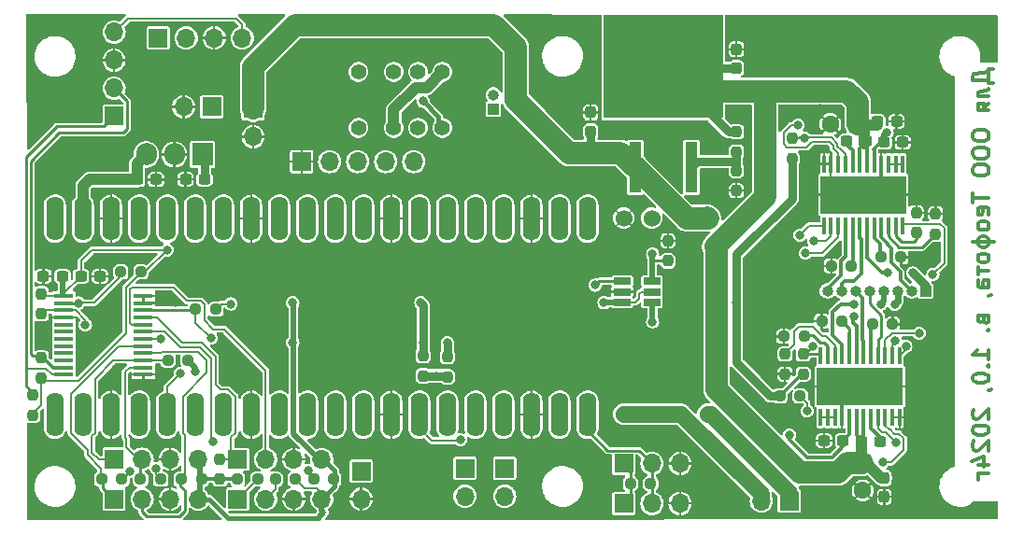
<source format=gbr>
%TF.GenerationSoftware,KiCad,Pcbnew,7.0.9*%
%TF.CreationDate,2024-04-16T22:37:01+03:00*%
%TF.ProjectId,Pistol_Camera_Driver,50697374-6f6c-45f4-9361-6d6572615f44,rev?*%
%TF.SameCoordinates,Original*%
%TF.FileFunction,Copper,L2,Bot*%
%TF.FilePolarity,Positive*%
%FSLAX46Y46*%
G04 Gerber Fmt 4.6, Leading zero omitted, Abs format (unit mm)*
G04 Created by KiCad (PCBNEW 7.0.9) date 2024-04-16 22:37:01*
%MOMM*%
%LPD*%
G01*
G04 APERTURE LIST*
G04 Aperture macros list*
%AMRoundRect*
0 Rectangle with rounded corners*
0 $1 Rounding radius*
0 $2 $3 $4 $5 $6 $7 $8 $9 X,Y pos of 4 corners*
0 Add a 4 corners polygon primitive as box body*
4,1,4,$2,$3,$4,$5,$6,$7,$8,$9,$2,$3,0*
0 Add four circle primitives for the rounded corners*
1,1,$1+$1,$2,$3*
1,1,$1+$1,$4,$5*
1,1,$1+$1,$6,$7*
1,1,$1+$1,$8,$9*
0 Add four rect primitives between the rounded corners*
20,1,$1+$1,$2,$3,$4,$5,0*
20,1,$1+$1,$4,$5,$6,$7,0*
20,1,$1+$1,$6,$7,$8,$9,0*
20,1,$1+$1,$8,$9,$2,$3,0*%
G04 Aperture macros list end*
%ADD10C,0.300000*%
%TA.AperFunction,NonConductor*%
%ADD11C,0.300000*%
%TD*%
%TA.AperFunction,ComponentPad*%
%ADD12R,1.700000X1.700000*%
%TD*%
%TA.AperFunction,ComponentPad*%
%ADD13O,1.700000X1.700000*%
%TD*%
%TA.AperFunction,ComponentPad*%
%ADD14C,1.400000*%
%TD*%
%TA.AperFunction,ComponentPad*%
%ADD15R,1.600000X1.600000*%
%TD*%
%TA.AperFunction,ComponentPad*%
%ADD16C,1.600000*%
%TD*%
%TA.AperFunction,ComponentPad*%
%ADD17R,1.905000X2.000000*%
%TD*%
%TA.AperFunction,ComponentPad*%
%ADD18O,1.905000X2.000000*%
%TD*%
%TA.AperFunction,ComponentPad*%
%ADD19O,1.600000X4.000000*%
%TD*%
%TA.AperFunction,ComponentPad*%
%ADD20C,1.524000*%
%TD*%
%TA.AperFunction,ComponentPad*%
%ADD21R,1.000000X1.000000*%
%TD*%
%TA.AperFunction,ComponentPad*%
%ADD22O,1.000000X1.000000*%
%TD*%
%TA.AperFunction,SMDPad,CuDef*%
%ADD23RoundRect,0.237500X0.300000X0.237500X-0.300000X0.237500X-0.300000X-0.237500X0.300000X-0.237500X0*%
%TD*%
%TA.AperFunction,SMDPad,CuDef*%
%ADD24RoundRect,0.237500X-0.300000X-0.237500X0.300000X-0.237500X0.300000X0.237500X-0.300000X0.237500X0*%
%TD*%
%TA.AperFunction,SMDPad,CuDef*%
%ADD25RoundRect,0.237500X0.250000X0.237500X-0.250000X0.237500X-0.250000X-0.237500X0.250000X-0.237500X0*%
%TD*%
%TA.AperFunction,SMDPad,CuDef*%
%ADD26RoundRect,0.237500X-0.237500X0.250000X-0.237500X-0.250000X0.237500X-0.250000X0.237500X0.250000X0*%
%TD*%
%TA.AperFunction,SMDPad,CuDef*%
%ADD27RoundRect,0.237500X-0.250000X-0.237500X0.250000X-0.237500X0.250000X0.237500X-0.250000X0.237500X0*%
%TD*%
%TA.AperFunction,SMDPad,CuDef*%
%ADD28R,1.100000X4.600000*%
%TD*%
%TA.AperFunction,SMDPad,CuDef*%
%ADD29R,10.800000X9.400000*%
%TD*%
%TA.AperFunction,SMDPad,CuDef*%
%ADD30RoundRect,0.237500X0.237500X-0.250000X0.237500X0.250000X-0.237500X0.250000X-0.237500X-0.250000X0*%
%TD*%
%TA.AperFunction,SMDPad,CuDef*%
%ADD31RoundRect,0.237500X0.237500X-0.300000X0.237500X0.300000X-0.237500X0.300000X-0.237500X-0.300000X0*%
%TD*%
%TA.AperFunction,SMDPad,CuDef*%
%ADD32R,1.560000X0.650000*%
%TD*%
%TA.AperFunction,SMDPad,CuDef*%
%ADD33R,1.750000X0.450000*%
%TD*%
%TA.AperFunction,SMDPad,CuDef*%
%ADD34R,0.300000X1.550000*%
%TD*%
%TA.AperFunction,SMDPad,CuDef*%
%ADD35R,7.800000X3.400000*%
%TD*%
%TA.AperFunction,ViaPad*%
%ADD36C,0.800000*%
%TD*%
%TA.AperFunction,Conductor*%
%ADD37C,0.300000*%
%TD*%
%TA.AperFunction,Conductor*%
%ADD38C,0.200000*%
%TD*%
%TA.AperFunction,Conductor*%
%ADD39C,0.800000*%
%TD*%
%TA.AperFunction,Conductor*%
%ADD40C,0.600000*%
%TD*%
%TA.AperFunction,Conductor*%
%ADD41C,0.250000*%
%TD*%
%TA.AperFunction,Conductor*%
%ADD42C,0.500000*%
%TD*%
%TA.AperFunction,Conductor*%
%ADD43C,2.000000*%
%TD*%
%TA.AperFunction,Conductor*%
%ADD44C,1.000000*%
%TD*%
%TA.AperFunction,Conductor*%
%ADD45C,0.400000*%
%TD*%
%TA.AperFunction,Conductor*%
%ADD46C,1.500000*%
%TD*%
G04 APERTURE END LIST*
D10*
D11*
X112635471Y-38114286D02*
X112278328Y-38114286D01*
X112278328Y-38114286D02*
X112278328Y-36828571D01*
X112278328Y-36828571D02*
X112635471Y-36828571D01*
X112278328Y-37828571D02*
X110778328Y-37828571D01*
X110778328Y-37828571D02*
X110778328Y-37471428D01*
X110778328Y-37471428D02*
X110849757Y-37328571D01*
X110849757Y-37328571D02*
X110921185Y-37257143D01*
X110921185Y-37257143D02*
X111064042Y-37185714D01*
X111064042Y-37185714D02*
X112278328Y-37042857D01*
X112278328Y-39257143D02*
X111278328Y-39257143D01*
X111278328Y-39257143D02*
X111278328Y-39042857D01*
X111278328Y-39042857D02*
X111349757Y-38900000D01*
X111349757Y-38900000D02*
X111492614Y-38828572D01*
X111492614Y-38828572D02*
X112064042Y-38757143D01*
X112064042Y-38757143D02*
X112206900Y-38685714D01*
X112206900Y-38685714D02*
X112278328Y-38542857D01*
X111849757Y-40257143D02*
X112278328Y-39900000D01*
X112278328Y-40542857D02*
X111278328Y-40542857D01*
X111278328Y-40542857D02*
X111278328Y-40114286D01*
X111278328Y-40114286D02*
X111349757Y-39971428D01*
X111349757Y-39971428D02*
X111492614Y-39900000D01*
X111492614Y-39900000D02*
X111635471Y-39900000D01*
X111635471Y-39900000D02*
X111778328Y-39971428D01*
X111778328Y-39971428D02*
X111849757Y-40114286D01*
X111849757Y-40114286D02*
X111849757Y-40542857D01*
X110778328Y-42685714D02*
X110778328Y-42971428D01*
X110778328Y-42971428D02*
X110849757Y-43114285D01*
X110849757Y-43114285D02*
X110992614Y-43257142D01*
X110992614Y-43257142D02*
X111278328Y-43328571D01*
X111278328Y-43328571D02*
X111778328Y-43328571D01*
X111778328Y-43328571D02*
X112064042Y-43257142D01*
X112064042Y-43257142D02*
X112206900Y-43114285D01*
X112206900Y-43114285D02*
X112278328Y-42971428D01*
X112278328Y-42971428D02*
X112278328Y-42685714D01*
X112278328Y-42685714D02*
X112206900Y-42542857D01*
X112206900Y-42542857D02*
X112064042Y-42399999D01*
X112064042Y-42399999D02*
X111778328Y-42328571D01*
X111778328Y-42328571D02*
X111278328Y-42328571D01*
X111278328Y-42328571D02*
X110992614Y-42399999D01*
X110992614Y-42399999D02*
X110849757Y-42542857D01*
X110849757Y-42542857D02*
X110778328Y-42685714D01*
X110778328Y-44257143D02*
X110778328Y-44542857D01*
X110778328Y-44542857D02*
X110849757Y-44685714D01*
X110849757Y-44685714D02*
X110992614Y-44828571D01*
X110992614Y-44828571D02*
X111278328Y-44900000D01*
X111278328Y-44900000D02*
X111778328Y-44900000D01*
X111778328Y-44900000D02*
X112064042Y-44828571D01*
X112064042Y-44828571D02*
X112206900Y-44685714D01*
X112206900Y-44685714D02*
X112278328Y-44542857D01*
X112278328Y-44542857D02*
X112278328Y-44257143D01*
X112278328Y-44257143D02*
X112206900Y-44114286D01*
X112206900Y-44114286D02*
X112064042Y-43971428D01*
X112064042Y-43971428D02*
X111778328Y-43900000D01*
X111778328Y-43900000D02*
X111278328Y-43900000D01*
X111278328Y-43900000D02*
X110992614Y-43971428D01*
X110992614Y-43971428D02*
X110849757Y-44114286D01*
X110849757Y-44114286D02*
X110778328Y-44257143D01*
X110778328Y-45828572D02*
X110778328Y-46114286D01*
X110778328Y-46114286D02*
X110849757Y-46257143D01*
X110849757Y-46257143D02*
X110992614Y-46400000D01*
X110992614Y-46400000D02*
X111278328Y-46471429D01*
X111278328Y-46471429D02*
X111778328Y-46471429D01*
X111778328Y-46471429D02*
X112064042Y-46400000D01*
X112064042Y-46400000D02*
X112206900Y-46257143D01*
X112206900Y-46257143D02*
X112278328Y-46114286D01*
X112278328Y-46114286D02*
X112278328Y-45828572D01*
X112278328Y-45828572D02*
X112206900Y-45685715D01*
X112206900Y-45685715D02*
X112064042Y-45542857D01*
X112064042Y-45542857D02*
X111778328Y-45471429D01*
X111778328Y-45471429D02*
X111278328Y-45471429D01*
X111278328Y-45471429D02*
X110992614Y-45542857D01*
X110992614Y-45542857D02*
X110849757Y-45685715D01*
X110849757Y-45685715D02*
X110778328Y-45828572D01*
X110778328Y-48042858D02*
X110778328Y-48900001D01*
X112278328Y-48471429D02*
X110778328Y-48471429D01*
X112206900Y-49971429D02*
X112278328Y-49828572D01*
X112278328Y-49828572D02*
X112278328Y-49542858D01*
X112278328Y-49542858D02*
X112206900Y-49400000D01*
X112206900Y-49400000D02*
X112064042Y-49328572D01*
X112064042Y-49328572D02*
X111492614Y-49328572D01*
X111492614Y-49328572D02*
X111349757Y-49400000D01*
X111349757Y-49400000D02*
X111278328Y-49542858D01*
X111278328Y-49542858D02*
X111278328Y-49828572D01*
X111278328Y-49828572D02*
X111349757Y-49971429D01*
X111349757Y-49971429D02*
X111492614Y-50042858D01*
X111492614Y-50042858D02*
X111635471Y-50042858D01*
X111635471Y-50042858D02*
X111778328Y-49328572D01*
X112278328Y-50900000D02*
X112206900Y-50757143D01*
X112206900Y-50757143D02*
X112135471Y-50685714D01*
X112135471Y-50685714D02*
X111992614Y-50614286D01*
X111992614Y-50614286D02*
X111564042Y-50614286D01*
X111564042Y-50614286D02*
X111421185Y-50685714D01*
X111421185Y-50685714D02*
X111349757Y-50757143D01*
X111349757Y-50757143D02*
X111278328Y-50900000D01*
X111278328Y-50900000D02*
X111278328Y-51114286D01*
X111278328Y-51114286D02*
X111349757Y-51257143D01*
X111349757Y-51257143D02*
X111421185Y-51328572D01*
X111421185Y-51328572D02*
X111564042Y-51400000D01*
X111564042Y-51400000D02*
X111992614Y-51400000D01*
X111992614Y-51400000D02*
X112135471Y-51328572D01*
X112135471Y-51328572D02*
X112206900Y-51257143D01*
X112206900Y-51257143D02*
X112278328Y-51114286D01*
X112278328Y-51114286D02*
X112278328Y-50900000D01*
X110778328Y-52471429D02*
X112778328Y-52471429D01*
X111278328Y-52328572D02*
X111278328Y-52614286D01*
X111278328Y-52614286D02*
X111349757Y-52757143D01*
X111349757Y-52757143D02*
X111492614Y-52900000D01*
X111492614Y-52900000D02*
X111635471Y-52971429D01*
X111635471Y-52971429D02*
X111921185Y-52971429D01*
X111921185Y-52971429D02*
X112064042Y-52900000D01*
X112064042Y-52900000D02*
X112206900Y-52757143D01*
X112206900Y-52757143D02*
X112278328Y-52614286D01*
X112278328Y-52614286D02*
X112278328Y-52328572D01*
X112278328Y-52328572D02*
X112206900Y-52185715D01*
X112206900Y-52185715D02*
X112064042Y-52042857D01*
X112064042Y-52042857D02*
X111921185Y-51971429D01*
X111921185Y-51971429D02*
X111635471Y-51971429D01*
X111635471Y-51971429D02*
X111492614Y-52042857D01*
X111492614Y-52042857D02*
X111349757Y-52185715D01*
X111349757Y-52185715D02*
X111278328Y-52328572D01*
X112278328Y-53828572D02*
X112206900Y-53685715D01*
X112206900Y-53685715D02*
X112135471Y-53614286D01*
X112135471Y-53614286D02*
X111992614Y-53542858D01*
X111992614Y-53542858D02*
X111564042Y-53542858D01*
X111564042Y-53542858D02*
X111421185Y-53614286D01*
X111421185Y-53614286D02*
X111349757Y-53685715D01*
X111349757Y-53685715D02*
X111278328Y-53828572D01*
X111278328Y-53828572D02*
X111278328Y-54042858D01*
X111278328Y-54042858D02*
X111349757Y-54185715D01*
X111349757Y-54185715D02*
X111421185Y-54257144D01*
X111421185Y-54257144D02*
X111564042Y-54328572D01*
X111564042Y-54328572D02*
X111992614Y-54328572D01*
X111992614Y-54328572D02*
X112135471Y-54257144D01*
X112135471Y-54257144D02*
X112206900Y-54185715D01*
X112206900Y-54185715D02*
X112278328Y-54042858D01*
X112278328Y-54042858D02*
X112278328Y-53828572D01*
X111278328Y-54757144D02*
X111278328Y-55471429D01*
X111278328Y-55114287D02*
X112278328Y-55114287D01*
X112278328Y-56614287D02*
X111492614Y-56614287D01*
X111492614Y-56614287D02*
X111349757Y-56542858D01*
X111349757Y-56542858D02*
X111278328Y-56400001D01*
X111278328Y-56400001D02*
X111278328Y-56114287D01*
X111278328Y-56114287D02*
X111349757Y-55971429D01*
X112206900Y-56614287D02*
X112278328Y-56471429D01*
X112278328Y-56471429D02*
X112278328Y-56114287D01*
X112278328Y-56114287D02*
X112206900Y-55971429D01*
X112206900Y-55971429D02*
X112064042Y-55900001D01*
X112064042Y-55900001D02*
X111921185Y-55900001D01*
X111921185Y-55900001D02*
X111778328Y-55971429D01*
X111778328Y-55971429D02*
X111706900Y-56114287D01*
X111706900Y-56114287D02*
X111706900Y-56471429D01*
X111706900Y-56471429D02*
X111635471Y-56614287D01*
X112206900Y-57400001D02*
X112278328Y-57400001D01*
X112278328Y-57400001D02*
X112421185Y-57328572D01*
X112421185Y-57328572D02*
X112492614Y-57257144D01*
X111778328Y-59542858D02*
X111849757Y-59757144D01*
X111849757Y-59757144D02*
X111992614Y-59828573D01*
X111992614Y-59828573D02*
X112064042Y-59828573D01*
X112064042Y-59828573D02*
X112206900Y-59757144D01*
X112206900Y-59757144D02*
X112278328Y-59614287D01*
X112278328Y-59614287D02*
X112278328Y-59185715D01*
X112278328Y-59185715D02*
X111278328Y-59185715D01*
X111278328Y-59185715D02*
X111278328Y-59542858D01*
X111278328Y-59542858D02*
X111349757Y-59685715D01*
X111349757Y-59685715D02*
X111492614Y-59757144D01*
X111492614Y-59757144D02*
X111564042Y-59757144D01*
X111564042Y-59757144D02*
X111706900Y-59685715D01*
X111706900Y-59685715D02*
X111778328Y-59542858D01*
X111778328Y-59542858D02*
X111778328Y-59185715D01*
X112135471Y-60471429D02*
X112206900Y-60542858D01*
X112206900Y-60542858D02*
X112278328Y-60471429D01*
X112278328Y-60471429D02*
X112206900Y-60400001D01*
X112206900Y-60400001D02*
X112135471Y-60471429D01*
X112135471Y-60471429D02*
X112278328Y-60471429D01*
X112278328Y-63114287D02*
X112278328Y-62257144D01*
X112278328Y-62685715D02*
X110778328Y-62685715D01*
X110778328Y-62685715D02*
X110992614Y-62542858D01*
X110992614Y-62542858D02*
X111135471Y-62400001D01*
X111135471Y-62400001D02*
X111206900Y-62257144D01*
X112135471Y-63757143D02*
X112206900Y-63828572D01*
X112206900Y-63828572D02*
X112278328Y-63757143D01*
X112278328Y-63757143D02*
X112206900Y-63685715D01*
X112206900Y-63685715D02*
X112135471Y-63757143D01*
X112135471Y-63757143D02*
X112278328Y-63757143D01*
X110778328Y-64757144D02*
X110778328Y-64900001D01*
X110778328Y-64900001D02*
X110849757Y-65042858D01*
X110849757Y-65042858D02*
X110921185Y-65114287D01*
X110921185Y-65114287D02*
X111064042Y-65185715D01*
X111064042Y-65185715D02*
X111349757Y-65257144D01*
X111349757Y-65257144D02*
X111706900Y-65257144D01*
X111706900Y-65257144D02*
X111992614Y-65185715D01*
X111992614Y-65185715D02*
X112135471Y-65114287D01*
X112135471Y-65114287D02*
X112206900Y-65042858D01*
X112206900Y-65042858D02*
X112278328Y-64900001D01*
X112278328Y-64900001D02*
X112278328Y-64757144D01*
X112278328Y-64757144D02*
X112206900Y-64614287D01*
X112206900Y-64614287D02*
X112135471Y-64542858D01*
X112135471Y-64542858D02*
X111992614Y-64471429D01*
X111992614Y-64471429D02*
X111706900Y-64400001D01*
X111706900Y-64400001D02*
X111349757Y-64400001D01*
X111349757Y-64400001D02*
X111064042Y-64471429D01*
X111064042Y-64471429D02*
X110921185Y-64542858D01*
X110921185Y-64542858D02*
X110849757Y-64614287D01*
X110849757Y-64614287D02*
X110778328Y-64757144D01*
X112206900Y-65971429D02*
X112278328Y-65971429D01*
X112278328Y-65971429D02*
X112421185Y-65900000D01*
X112421185Y-65900000D02*
X112492614Y-65828572D01*
X110921185Y-67685715D02*
X110849757Y-67757143D01*
X110849757Y-67757143D02*
X110778328Y-67900001D01*
X110778328Y-67900001D02*
X110778328Y-68257143D01*
X110778328Y-68257143D02*
X110849757Y-68400001D01*
X110849757Y-68400001D02*
X110921185Y-68471429D01*
X110921185Y-68471429D02*
X111064042Y-68542858D01*
X111064042Y-68542858D02*
X111206900Y-68542858D01*
X111206900Y-68542858D02*
X111421185Y-68471429D01*
X111421185Y-68471429D02*
X112278328Y-67614286D01*
X112278328Y-67614286D02*
X112278328Y-68542858D01*
X110778328Y-69471429D02*
X110778328Y-69614286D01*
X110778328Y-69614286D02*
X110849757Y-69757143D01*
X110849757Y-69757143D02*
X110921185Y-69828572D01*
X110921185Y-69828572D02*
X111064042Y-69900000D01*
X111064042Y-69900000D02*
X111349757Y-69971429D01*
X111349757Y-69971429D02*
X111706900Y-69971429D01*
X111706900Y-69971429D02*
X111992614Y-69900000D01*
X111992614Y-69900000D02*
X112135471Y-69828572D01*
X112135471Y-69828572D02*
X112206900Y-69757143D01*
X112206900Y-69757143D02*
X112278328Y-69614286D01*
X112278328Y-69614286D02*
X112278328Y-69471429D01*
X112278328Y-69471429D02*
X112206900Y-69328572D01*
X112206900Y-69328572D02*
X112135471Y-69257143D01*
X112135471Y-69257143D02*
X111992614Y-69185714D01*
X111992614Y-69185714D02*
X111706900Y-69114286D01*
X111706900Y-69114286D02*
X111349757Y-69114286D01*
X111349757Y-69114286D02*
X111064042Y-69185714D01*
X111064042Y-69185714D02*
X110921185Y-69257143D01*
X110921185Y-69257143D02*
X110849757Y-69328572D01*
X110849757Y-69328572D02*
X110778328Y-69471429D01*
X110921185Y-70542857D02*
X110849757Y-70614285D01*
X110849757Y-70614285D02*
X110778328Y-70757143D01*
X110778328Y-70757143D02*
X110778328Y-71114285D01*
X110778328Y-71114285D02*
X110849757Y-71257143D01*
X110849757Y-71257143D02*
X110921185Y-71328571D01*
X110921185Y-71328571D02*
X111064042Y-71400000D01*
X111064042Y-71400000D02*
X111206900Y-71400000D01*
X111206900Y-71400000D02*
X111421185Y-71328571D01*
X111421185Y-71328571D02*
X112278328Y-70471428D01*
X112278328Y-70471428D02*
X112278328Y-71400000D01*
X111278328Y-72685714D02*
X112278328Y-72685714D01*
X110706900Y-72328571D02*
X111778328Y-71971428D01*
X111778328Y-71971428D02*
X111778328Y-72899999D01*
X112278328Y-73471427D02*
X111278328Y-73471427D01*
X111278328Y-73471427D02*
X111278328Y-74042856D01*
D12*
%TO.P,J7,1,Pin_1*%
%TO.N,V_lasers*%
X79200000Y-76200000D03*
D13*
%TO.P,J7,2,Pin_2*%
%TO.N,Thermo*%
X81740000Y-76200000D03*
%TO.P,J7,3,Pin_3*%
%TO.N,GND*%
X84280000Y-76200000D03*
%TD*%
D12*
%TO.P,J1,1,Pin_1*%
%TO.N,Strobe Input*%
X55400000Y-73260000D03*
D13*
%TO.P,J1,2,Pin_2*%
%TO.N,GND*%
X55400000Y-75800000D03*
%TD*%
D12*
%TO.P,J12,1,Pin_1*%
%TO.N,Net-(J12-Pin_1)*%
X44200000Y-75800000D03*
D13*
%TO.P,J12,2,Pin_2*%
%TO.N,Net-(J12-Pin_2)*%
X46740000Y-75800000D03*
%TO.P,J12,3,Pin_3*%
%TO.N,GND*%
X49280000Y-75800000D03*
%TO.P,J12,4,Pin_4*%
%TO.N,+3V3*%
X51820000Y-75800000D03*
%TD*%
D14*
%TO.P,K1,1*%
%TO.N,+5V*%
X55150000Y-42140000D03*
%TO.P,K1,2*%
X58350000Y-42140000D03*
%TO.P,K1,3*%
%TO.N,Net-(J13-Pin_1)*%
X60550000Y-42140000D03*
%TO.P,K1,4*%
%TO.N,Net-(D4-A)*%
X62750000Y-42140000D03*
%TO.P,K1,5*%
%TO.N,+5V*%
X62750000Y-37060000D03*
%TO.P,K1,6*%
%TO.N,Net-(J13-Pin_2)*%
X60550000Y-37060000D03*
%TO.P,K1,7*%
%TO.N,Net-(D4-A)*%
X58350000Y-37060000D03*
%TO.P,K1,8*%
%TO.N,Net-(D3-A)*%
X55150000Y-37060000D03*
%TD*%
D12*
%TO.P,J6,1,Pin_1*%
%TO.N,V_lasers*%
X79200000Y-72575000D03*
D13*
%TO.P,J6,2,Pin_2*%
%TO.N,Thermo*%
X81740000Y-72575000D03*
%TO.P,J6,3,Pin_3*%
%TO.N,GND*%
X84280000Y-72575000D03*
%TD*%
D12*
%TO.P,J11,1,Pin_1*%
%TO.N,V_lasers*%
X64800000Y-73000000D03*
D13*
%TO.P,J11,2,Pin_2*%
%TO.N,Net-(J10-Pin_2)*%
X64800000Y-75540000D03*
%TD*%
D12*
%TO.P,J10,1,Pin_1*%
%TO.N,V_lasers*%
X68400000Y-73000000D03*
D13*
%TO.P,J10,2,Pin_2*%
%TO.N,Net-(J10-Pin_2)*%
X68400000Y-75540000D03*
%TD*%
D15*
%TO.P,C4,1*%
%TO.N,+3.3VP*%
X100850000Y-72524989D03*
D16*
%TO.P,C4,2*%
%TO.N,GND*%
X100850000Y-75024989D03*
%TD*%
D15*
%TO.P,C9,1*%
%TO.N,+3.3VP*%
X100400000Y-41800000D03*
D16*
%TO.P,C9,2*%
%TO.N,GND*%
X97900000Y-41800000D03*
%TD*%
D12*
%TO.P,J17,1,Pin_1*%
%TO.N,Net-(J17-Pin_1)*%
X33000000Y-41080000D03*
D13*
%TO.P,J17,2,Pin_2*%
%TO.N,Net-(J17-Pin_2)*%
X33000000Y-38540000D03*
%TO.P,J17,3,Pin_3*%
%TO.N,GND*%
X33000000Y-36000000D03*
%TO.P,J17,4,Pin_4*%
%TO.N,+3V3*%
X33000000Y-33460000D03*
%TD*%
D12*
%TO.P,J16,1,Pin_1*%
%TO.N,Net-(J16-Pin_1)*%
X33000000Y-72175000D03*
D13*
%TO.P,J16,2,Pin_2*%
%TO.N,Net-(J16-Pin_2)*%
X35540000Y-72175000D03*
%TO.P,J16,3,Pin_3*%
%TO.N,GND*%
X38080000Y-72175000D03*
%TO.P,J16,4,Pin_4*%
%TO.N,+3V3*%
X40620000Y-72175000D03*
%TD*%
D12*
%TO.P,J2,1,Pin_1*%
%TO.N,+12V*%
X45600000Y-40400000D03*
D13*
%TO.P,J2,2,Pin_2*%
%TO.N,GND*%
X45600000Y-42940000D03*
%TD*%
D12*
%TO.P,J8,1,Pin_1*%
%TO.N,Net-(J8-Pin_1)*%
X94200000Y-76000000D03*
D13*
%TO.P,J8,2,Pin_2*%
%TO.N,Net-(J8-Pin_2)*%
X91660000Y-76000000D03*
%TD*%
D17*
%TO.P,U1,1,VI*%
%TO.N,+12V*%
X41000000Y-44550000D03*
D18*
%TO.P,U1,2,GND*%
%TO.N,GND*%
X38460000Y-44550000D03*
%TO.P,U1,3,VO*%
%TO.N,+5V*%
X35920000Y-44550000D03*
%TD*%
D19*
%TO.P,U3,1,GP0/TX*%
%TO.N,RX*%
X27645000Y-68155000D03*
%TO.P,U3,2,GP1/RX*%
%TO.N,TX*%
X30185000Y-68155000D03*
%TO.P,U3,3,GND*%
%TO.N,GND*%
X32725000Y-68155000D03*
%TO.P,U3,4,GP2*%
%TO.N,unconnected-(U3-GP2-Pad4)*%
X35265000Y-68155000D03*
%TO.P,U3,5,GP3*%
%TO.N,I2C_RES*%
X37805000Y-68155000D03*
%TO.P,U3,6,GP4/SDA*%
%TO.N,SDA0*%
X40345000Y-68155000D03*
%TO.P,U3,7,GP5/SCL*%
%TO.N,SCL0*%
X42885000Y-68155000D03*
%TO.P,U3,8,GND*%
%TO.N,GND*%
X45425000Y-68155000D03*
%TO.P,U3,9,GP6*%
%TO.N,unconnected-(U3-GP6-Pad9)*%
X47965000Y-68155000D03*
%TO.P,U3,10,GP7*%
%TO.N,Strobe Input*%
X50505000Y-68155000D03*
%TO.P,U3,11,GP8*%
%TO.N,lasers*%
X53045000Y-68155000D03*
%TO.P,U3,12,GP9*%
%TO.N,MOTORS_nSLEEP*%
X55585000Y-68155000D03*
%TO.P,U3,13,GND*%
%TO.N,GND*%
X58125000Y-68155000D03*
%TO.P,U3,14,GP10*%
%TO.N,nFLT1*%
X60665000Y-68155000D03*
%TO.P,U3,15,GP11*%
%TO.N,nEN1*%
X63205000Y-68155000D03*
%TO.P,U3,16,GP12*%
%TO.N,STEP1*%
X65745000Y-68155000D03*
%TO.P,U3,17,GP13*%
%TO.N,DIR1*%
X68285000Y-68155000D03*
%TO.P,U3,18,GND*%
%TO.N,GND*%
X70825000Y-68155000D03*
%TO.P,U3,19,GP14*%
%TO.N,unconnected-(U3-GP14-Pad19)*%
X73365000Y-68155000D03*
%TO.P,U3,20,GP15*%
%TO.N,Thermo*%
X75905000Y-68155000D03*
%TO.P,U3,21,GP16/MISO*%
%TO.N,Solenoid_DIR*%
X75905000Y-50375000D03*
%TO.P,U3,22,GP17/CS*%
%TO.N,Solenoid_ON*%
X73365000Y-50375000D03*
%TO.P,U3,23,GND*%
%TO.N,GND*%
X70825000Y-50375000D03*
%TO.P,U3,24,GP18/SCK*%
%TO.N,DIR2*%
X68285000Y-50375000D03*
%TO.P,U3,25,GP19/MOSI*%
%TO.N,STEP2*%
X65745000Y-50375000D03*
%TO.P,U3,26,GP20*%
%TO.N,nEN2*%
X63205000Y-50375000D03*
%TO.P,U3,27,GP21*%
%TO.N,nFLT2*%
X60665000Y-50375000D03*
%TO.P,U3,28,GND*%
%TO.N,GND*%
X58125000Y-50375000D03*
%TO.P,U3,29,GP22*%
%TO.N,SW*%
X55585000Y-50375000D03*
%TO.P,U3,30,RUN*%
%TO.N,unconnected-(U3-RUN-Pad30)*%
X53045000Y-50375000D03*
%TO.P,U3,31,GP26/ADC0*%
%TO.N,VarX*%
X50505000Y-50375000D03*
%TO.P,U3,32,GP27/ADC1*%
%TO.N,VarY*%
X47965000Y-50375000D03*
%TO.P,U3,33,AGND*%
%TO.N,GND*%
X45425000Y-50375000D03*
%TO.P,U3,34,GP28/ADC2*%
%TO.N,PWM_UV*%
X42885000Y-50375000D03*
%TO.P,U3,35,ADC_VREF*%
%TO.N,unconnected-(U3-ADC_VREF-Pad35)*%
X40345000Y-50375000D03*
%TO.P,U3,36,3V3_OUT*%
%TO.N,+3V3*%
X37805000Y-50375000D03*
%TO.P,U3,37,3V3_EN*%
%TO.N,unconnected-(U3-3V3_EN-Pad37)*%
X35265000Y-50375000D03*
%TO.P,U3,38,GND*%
%TO.N,GND*%
X32725000Y-50375000D03*
%TO.P,U3,39,VSYS*%
%TO.N,+5V*%
X30185000Y-50375000D03*
%TO.P,U3,40,VBUS*%
%TO.N,unconnected-(U3-VBUS-Pad40)*%
X27645000Y-50375000D03*
%TD*%
D12*
%TO.P,J4,1,Pin_1*%
%TO.N,+12V*%
X41850000Y-40225000D03*
D13*
%TO.P,J4,2,Pin_2*%
%TO.N,GND*%
X39310000Y-40225000D03*
%TD*%
D12*
%TO.P,J15,1,Pin_1*%
%TO.N,Net-(J15-Pin_1)*%
X33000000Y-75800000D03*
D13*
%TO.P,J15,2,Pin_2*%
%TO.N,Net-(J15-Pin_2)*%
X35540000Y-75800000D03*
%TO.P,J15,3,Pin_3*%
%TO.N,GND*%
X38080000Y-75800000D03*
%TO.P,J15,4,Pin_4*%
%TO.N,+3V3*%
X40620000Y-75800000D03*
%TD*%
D12*
%TO.P,J9,1,Pin_1*%
%TO.N,Net-(J9-Pin_1)*%
X44200000Y-72200000D03*
D13*
%TO.P,J9,2,Pin_2*%
%TO.N,Net-(J9-Pin_2)*%
X46740000Y-72200000D03*
%TO.P,J9,3,Pin_3*%
%TO.N,GND*%
X49280000Y-72200000D03*
%TO.P,J9,4,Pin_4*%
%TO.N,+3V3*%
X51820000Y-72200000D03*
%TD*%
D20*
%TO.P,U7,1,Vin+*%
%TO.N,+12V*%
X86810000Y-50310000D03*
%TO.P,U7,2,PWM*%
%TO.N,Net-(U6-GPIOB)*%
X81730000Y-50310000D03*
%TO.P,U7,3,Vin-*%
%TO.N,GND*%
X79190000Y-50310000D03*
%TO.P,U7,4,Vout-*%
%TO.N,Net-(J8-Pin_2)*%
X79190000Y-68090000D03*
%TO.P,U7,5,Vout+*%
%TO.N,Net-(J8-Pin_1)*%
X86810000Y-68090000D03*
%TD*%
D21*
%TO.P,J13,1,Pin_1*%
%TO.N,Net-(J13-Pin_1)*%
X67375000Y-40425000D03*
D22*
%TO.P,J13,2,Pin_2*%
%TO.N,Net-(J13-Pin_2)*%
X67375000Y-39155000D03*
%TD*%
D21*
%TO.P,J3,1,Pin_1*%
%TO.N,AOUT2_2*%
X106530000Y-56924989D03*
D22*
%TO.P,J3,2,Pin_2*%
%TO.N,AOUT1_2*%
X105260000Y-56924989D03*
%TO.P,J3,3,Pin_3*%
%TO.N,AOUT2_1*%
X103990000Y-56924989D03*
%TO.P,J3,4,Pin_4*%
%TO.N,AOUT1_1*%
X102720000Y-56924989D03*
%TO.P,J3,5,Pin_5*%
%TO.N,BOUT1_1*%
X101450000Y-56924989D03*
%TO.P,J3,6,Pin_6*%
%TO.N,BOUT2_1*%
X100180000Y-56924989D03*
%TO.P,J3,7,Pin_7*%
%TO.N,BOUT2_2*%
X98910000Y-56924989D03*
%TO.P,J3,8,Pin_8*%
%TO.N,BOUT1_2*%
X97640000Y-56924989D03*
%TD*%
D12*
%TO.P,J14,1,Pin_1*%
%TO.N,RX*%
X37000000Y-33975000D03*
D13*
%TO.P,J14,2,Pin_2*%
%TO.N,TX*%
X39540000Y-33975000D03*
%TO.P,J14,3,Pin_3*%
%TO.N,GND*%
X42080000Y-33975000D03*
%TO.P,J14,4,Pin_4*%
%TO.N,+3V3*%
X44620000Y-33975000D03*
%TD*%
D12*
%TO.P,J5,1,Pin_1*%
%TO.N,GND*%
X50000000Y-45200000D03*
D13*
%TO.P,J5,2,Pin_2*%
%TO.N,+3V3*%
X52540000Y-45200000D03*
%TO.P,J5,3,Pin_3*%
%TO.N,VarY*%
X55080000Y-45200000D03*
%TO.P,J5,4,Pin_4*%
%TO.N,VarX*%
X57620000Y-45200000D03*
%TO.P,J5,5,Pin_5*%
%TO.N,SW*%
X60160000Y-45200000D03*
%TD*%
D23*
%TO.P,C13,1*%
%TO.N,+3V3*%
X28325000Y-55600000D03*
%TO.P,C13,2*%
%TO.N,GND*%
X26600000Y-55600000D03*
%TD*%
D24*
%TO.P,C12,1*%
%TO.N,Net-(U5-CONFIG)*%
X102750000Y-43450000D03*
%TO.P,C12,2*%
%TO.N,GND*%
X104475000Y-43450000D03*
%TD*%
D25*
%TO.P,R32,1*%
%TO.N,+3V3*%
X33712500Y-74000000D03*
%TO.P,R32,2*%
%TO.N,Net-(J15-Pin_1)*%
X31887500Y-74000000D03*
%TD*%
D26*
%TO.P,R12,1*%
%TO.N,Net-(U2-ADJ)*%
X89400000Y-46000000D03*
%TO.P,R12,2*%
%TO.N,GND*%
X89400000Y-47825000D03*
%TD*%
D25*
%TO.P,R13,1*%
%TO.N,GND*%
X103550000Y-59950000D03*
%TO.P,R13,2*%
%TO.N,Net-(U4-BISEN)*%
X101725000Y-59950000D03*
%TD*%
D27*
%TO.P,R2,1*%
%TO.N,V_lasers*%
X79800000Y-74400000D03*
%TO.P,R2,2*%
%TO.N,Thermo*%
X81625000Y-74400000D03*
%TD*%
D26*
%TO.P,R16,1*%
%TO.N,GND*%
X107450000Y-49924989D03*
%TO.P,R16,2*%
%TO.N,Net-(U5-ADECAY)*%
X107450000Y-51749989D03*
%TD*%
D23*
%TO.P,C7,1*%
%TO.N,Net-(U4-VCP)*%
X102412500Y-70550000D03*
%TO.P,C7,2*%
%TO.N,+3.3VP*%
X100687500Y-70550000D03*
%TD*%
D28*
%TO.P,U2,1,ADJ*%
%TO.N,Net-(U2-ADJ)*%
X85315000Y-45725000D03*
D29*
%TO.P,U2,2,VO*%
%TO.N,+3.3VP*%
X82775000Y-36575000D03*
D28*
%TO.P,U2,3,VI*%
%TO.N,+12V*%
X80235000Y-45725000D03*
%TD*%
D30*
%TO.P,R20,1*%
%TO.N,Net-(U6-GPIOB)*%
X83200000Y-54200000D03*
%TO.P,R20,2*%
%TO.N,GND*%
X83200000Y-52375000D03*
%TD*%
D26*
%TO.P,R8,1*%
%TO.N,+3.3VP*%
X89400000Y-42487500D03*
%TO.P,R8,2*%
%TO.N,Net-(U2-ADJ)*%
X89400000Y-44312500D03*
%TD*%
%TO.P,R15,1*%
%TO.N,GND*%
X105700000Y-49837500D03*
%TO.P,R15,2*%
%TO.N,Net-(U5-BDECAY)*%
X105700000Y-51662500D03*
%TD*%
%TO.P,R7,1*%
%TO.N,+3V3*%
X26400000Y-57175000D03*
%TO.P,R7,2*%
%TO.N,SCL0*%
X26400000Y-59000000D03*
%TD*%
D25*
%TO.P,R4,1*%
%TO.N,+3V3*%
X52912500Y-74000000D03*
%TO.P,R4,2*%
%TO.N,Net-(J9-Pin_2)*%
X51087500Y-74000000D03*
%TD*%
%TO.P,R30,1*%
%TO.N,+3V3*%
X39712500Y-63200000D03*
%TO.P,R30,2*%
%TO.N,Net-(J16-Pin_1)*%
X37887500Y-63200000D03*
%TD*%
D30*
%TO.P,R3,1*%
%TO.N,+3V3*%
X95450000Y-64462500D03*
%TO.P,R3,2*%
%TO.N,MOTORS_nSLEEP*%
X95450000Y-62637500D03*
%TD*%
%TO.P,R10,1*%
%TO.N,GND*%
X93800000Y-64462500D03*
%TO.P,R10,2*%
%TO.N,Net-(U4-ADECAY)*%
X93800000Y-62637500D03*
%TD*%
D24*
%TO.P,C2,1*%
%TO.N,+5V*%
X35075000Y-46830000D03*
%TO.P,C2,2*%
%TO.N,GND*%
X36800000Y-46830000D03*
%TD*%
D27*
%TO.P,R9,1*%
%TO.N,GND*%
X93700000Y-61050000D03*
%TO.P,R9,2*%
%TO.N,Net-(U4-BDECAY)*%
X95525000Y-61050000D03*
%TD*%
D31*
%TO.P,C6,1*%
%TO.N,GND*%
X102800000Y-75600000D03*
%TO.P,C6,2*%
%TO.N,+3.3VP*%
X102800000Y-73875000D03*
%TD*%
D24*
%TO.P,C11,1*%
%TO.N,Net-(U5-VCP)*%
X99387500Y-43350000D03*
%TO.P,C11,2*%
%TO.N,+3.3VP*%
X101112500Y-43350000D03*
%TD*%
D27*
%TO.P,R18,1*%
%TO.N,GND*%
X98000000Y-54650000D03*
%TO.P,R18,2*%
%TO.N,Net-(U5-BISEN)*%
X99825000Y-54650000D03*
%TD*%
%TO.P,R14,1*%
%TO.N,+3V3*%
X93350000Y-66450000D03*
%TO.P,R14,2*%
%TO.N,nFLT1*%
X95175000Y-66450000D03*
%TD*%
D23*
%TO.P,C14,1*%
%TO.N,GND*%
X31725000Y-55600000D03*
%TO.P,C14,2*%
%TO.N,+3V3*%
X30000000Y-55600000D03*
%TD*%
D27*
%TO.P,R11,1*%
%TO.N,GND*%
X97137500Y-59650000D03*
%TO.P,R11,2*%
%TO.N,Net-(U4-AISEN)*%
X98962500Y-59650000D03*
%TD*%
D25*
%TO.P,R25,1*%
%TO.N,+3V3*%
X49425000Y-74000000D03*
%TO.P,R25,2*%
%TO.N,Net-(J12-Pin_2)*%
X47600000Y-74000000D03*
%TD*%
%TO.P,R1,1*%
%TO.N,+3V3*%
X42225000Y-58600000D03*
%TO.P,R1,2*%
%TO.N,I2C_RES*%
X40400000Y-58600000D03*
%TD*%
D23*
%TO.P,C1,1*%
%TO.N,+12V*%
X41200000Y-46800000D03*
%TO.P,C1,2*%
%TO.N,GND*%
X39475000Y-46800000D03*
%TD*%
D24*
%TO.P,C10,1*%
%TO.N,+3.3VP*%
X102187500Y-41550000D03*
%TO.P,C10,2*%
%TO.N,GND*%
X103912500Y-41550000D03*
%TD*%
D31*
%TO.P,C5,1*%
%TO.N,+3.3VP*%
X89400000Y-36725000D03*
%TO.P,C5,2*%
%TO.N,GND*%
X89400000Y-35000000D03*
%TD*%
D30*
%TO.P,R27,1*%
%TO.N,+3V3*%
X26400000Y-64800000D03*
%TO.P,R27,2*%
%TO.N,Net-(J17-Pin_2)*%
X26400000Y-62975000D03*
%TD*%
D25*
%TO.P,R31,1*%
%TO.N,+3V3*%
X40912500Y-74000000D03*
%TO.P,R31,2*%
%TO.N,Net-(J15-Pin_2)*%
X39087500Y-74000000D03*
%TD*%
D30*
%TO.P,R28,1*%
%TO.N,+3V3*%
X25654000Y-68200000D03*
%TO.P,R28,2*%
%TO.N,Net-(J17-Pin_1)*%
X25654000Y-66375000D03*
%TD*%
D32*
%TO.P,U6,1,VCCA*%
%TO.N,+3V3*%
X79050000Y-57950000D03*
%TO.P,U6,2,GND*%
%TO.N,GND*%
X79050000Y-57000000D03*
%TO.P,U6,3,GPIOA*%
%TO.N,PWM_UV*%
X79050000Y-56050000D03*
%TO.P,U6,4,GPIOB*%
%TO.N,Net-(U6-GPIOB)*%
X81750000Y-56050000D03*
%TO.P,U6,5,OE*%
%TO.N,+3V3*%
X81750000Y-57000000D03*
%TO.P,U6,6,VCCB*%
%TO.N,+5V*%
X81750000Y-57950000D03*
%TD*%
D27*
%TO.P,R26,1*%
%TO.N,+3V3*%
X44200000Y-74000000D03*
%TO.P,R26,2*%
%TO.N,Net-(J12-Pin_1)*%
X46025000Y-74000000D03*
%TD*%
D30*
%TO.P,R22,1*%
%TO.N,V_lasers*%
X61000000Y-64625000D03*
%TO.P,R22,2*%
%TO.N,+3V3*%
X61000000Y-62800000D03*
%TD*%
D25*
%TO.P,R17,1*%
%TO.N,GND*%
X104312500Y-53850000D03*
%TO.P,R17,2*%
%TO.N,Net-(U5-AISEN)*%
X102487500Y-53850000D03*
%TD*%
D33*
%TO.P,U8,1,A0*%
%TO.N,GND*%
X35648000Y-57366000D03*
%TO.P,U8,2,A1*%
X35648000Y-58016000D03*
%TO.P,U8,3,~{RESET}*%
%TO.N,I2C_RES*%
X35648000Y-58666000D03*
%TO.P,U8,4,SD0*%
%TO.N,Net-(J9-Pin_1)*%
X35648000Y-59316000D03*
%TO.P,U8,5,SC0*%
%TO.N,Net-(J9-Pin_2)*%
X35648000Y-59966000D03*
%TO.P,U8,6,SD1*%
%TO.N,Net-(J12-Pin_1)*%
X35648000Y-60616000D03*
%TO.P,U8,7,SC1*%
%TO.N,Net-(J12-Pin_2)*%
X35648000Y-61266000D03*
%TO.P,U8,8,SD2*%
%TO.N,Net-(J15-Pin_1)*%
X35648000Y-61916000D03*
%TO.P,U8,9,SC2*%
%TO.N,Net-(J15-Pin_2)*%
X35648000Y-62566000D03*
%TO.P,U8,10,SD3*%
%TO.N,Net-(J16-Pin_1)*%
X35648000Y-63216000D03*
%TO.P,U8,11,SC3*%
%TO.N,Net-(J16-Pin_2)*%
X35648000Y-63866000D03*
%TO.P,U8,12,GND*%
%TO.N,GND*%
X35648000Y-64516000D03*
%TO.P,U8,13,SD4*%
%TO.N,Net-(J17-Pin_1)*%
X28448000Y-64516000D03*
%TO.P,U8,14,SC4*%
%TO.N,Net-(J17-Pin_2)*%
X28448000Y-63866000D03*
%TO.P,U8,15,SD5*%
%TO.N,unconnected-(U8-SD5-Pad15)*%
X28448000Y-63216000D03*
%TO.P,U8,16,SC5*%
%TO.N,unconnected-(U8-SC5-Pad16)*%
X28448000Y-62566000D03*
%TO.P,U8,17,SD6*%
%TO.N,unconnected-(U8-SD6-Pad17)*%
X28448000Y-61916000D03*
%TO.P,U8,18,SC6*%
%TO.N,unconnected-(U8-SC6-Pad18)*%
X28448000Y-61266000D03*
%TO.P,U8,19,SD7*%
%TO.N,unconnected-(U8-SD7-Pad19)*%
X28448000Y-60616000D03*
%TO.P,U8,20,SC7*%
%TO.N,unconnected-(U8-SC7-Pad20)*%
X28448000Y-59966000D03*
%TO.P,U8,21,A2*%
%TO.N,GND*%
X28448000Y-59316000D03*
%TO.P,U8,22,SCL*%
%TO.N,SCL0*%
X28448000Y-58666000D03*
%TO.P,U8,23,SDA*%
%TO.N,SDA0*%
X28448000Y-58016000D03*
%TO.P,U8,24,VCC*%
%TO.N,+3V3*%
X28448000Y-57366000D03*
%TD*%
D34*
%TO.P,U4,1,nSLEEP*%
%TO.N,MOTORS_nSLEEP*%
X97025000Y-62800000D03*
%TO.P,U4,2,BDECAY*%
%TO.N,Net-(U4-BDECAY)*%
X97675000Y-62800000D03*
%TO.P,U4,3,ADECAY*%
%TO.N,Net-(U4-ADECAY)*%
X98325000Y-62800000D03*
%TO.P,U4,4,AOUT1*%
%TO.N,AOUT1_1*%
X98975000Y-62800000D03*
%TO.P,U4,5,AISEN*%
%TO.N,Net-(U4-AISEN)*%
X99625000Y-62800000D03*
%TO.P,U4,6,AOUT2*%
%TO.N,AOUT2_1*%
X100275000Y-62800000D03*
%TO.P,U4,7,BOUT2*%
%TO.N,BOUT2_1*%
X100925000Y-62800000D03*
%TO.P,U4,8,BISEN*%
%TO.N,Net-(U4-BISEN)*%
X101575000Y-62800000D03*
%TO.P,U4,9,BOUT1*%
%TO.N,BOUT1_1*%
X102225000Y-62800000D03*
%TO.P,U4,10,nENBL*%
%TO.N,nEN1*%
X102875000Y-62800000D03*
%TO.P,U4,11,STEP*%
%TO.N,STEP1*%
X103525000Y-62800000D03*
%TO.P,U4,12,DIR*%
%TO.N,DIR1*%
X104175000Y-62800000D03*
%TO.P,U4,13,M0*%
%TO.N,GND*%
X104175000Y-68400000D03*
%TO.P,U4,14,M1*%
X103525000Y-68400000D03*
%TO.P,U4,15,CONFIG*%
%TO.N,Net-(U4-CONFIG)*%
X102875000Y-68400000D03*
%TO.P,U4,16,nFAULT*%
%TO.N,nFLT1*%
X102225000Y-68400000D03*
%TO.P,U4,17,VCP*%
%TO.N,Net-(U4-VCP)*%
X101575000Y-68400000D03*
%TO.P,U4,18,VM*%
%TO.N,+3.3VP*%
X100925000Y-68400000D03*
%TO.P,U4,19,VM*%
X100275000Y-68400000D03*
%TO.P,U4,20,VINT*%
%TO.N,Net-(U4-CONFIG)*%
X99625000Y-68400000D03*
%TO.P,U4,21,GND*%
%TO.N,GND*%
X98975000Y-68400000D03*
%TO.P,U4,22,AVREF*%
%TO.N,Net-(U4-AVREF)*%
X98325000Y-68400000D03*
%TO.P,U4,23,BVREF*%
X97675000Y-68400000D03*
%TO.P,U4,24,VREFO*%
X97025000Y-68400000D03*
D35*
%TO.P,U4,25,GND*%
%TO.N,GND*%
X100600000Y-65600000D03*
%TD*%
D30*
%TO.P,R21,1*%
%TO.N,V_lasers*%
X63200000Y-64712500D03*
%TO.P,R21,2*%
%TO.N,+5V*%
X63200000Y-62887500D03*
%TD*%
%TO.P,R19,1*%
%TO.N,+3V3*%
X94450000Y-44924989D03*
%TO.P,R19,2*%
%TO.N,nFLT2*%
X94450000Y-43099989D03*
%TD*%
D34*
%TO.P,U5,1,nSLEEP*%
%TO.N,MOTORS_nSLEEP*%
X104475000Y-51000000D03*
%TO.P,U5,2,BDECAY*%
%TO.N,Net-(U5-BDECAY)*%
X103825000Y-51000000D03*
%TO.P,U5,3,ADECAY*%
%TO.N,Net-(U5-ADECAY)*%
X103175000Y-51000000D03*
%TO.P,U5,4,AOUT1*%
%TO.N,AOUT1_2*%
X102525000Y-51000000D03*
%TO.P,U5,5,AISEN*%
%TO.N,Net-(U5-AISEN)*%
X101875000Y-51000000D03*
%TO.P,U5,6,AOUT2*%
%TO.N,AOUT2_2*%
X101225000Y-51000000D03*
%TO.P,U5,7,BOUT2*%
%TO.N,BOUT2_2*%
X100575000Y-51000000D03*
%TO.P,U5,8,BISEN*%
%TO.N,Net-(U5-BISEN)*%
X99925000Y-51000000D03*
%TO.P,U5,9,BOUT1*%
%TO.N,BOUT1_2*%
X99275000Y-51000000D03*
%TO.P,U5,10,nENBL*%
%TO.N,nEN2*%
X98625000Y-51000000D03*
%TO.P,U5,11,STEP*%
%TO.N,STEP2*%
X97975000Y-51000000D03*
%TO.P,U5,12,DIR*%
%TO.N,DIR2*%
X97325000Y-51000000D03*
%TO.P,U5,13,M0*%
%TO.N,GND*%
X97325000Y-45400000D03*
%TO.P,U5,14,M1*%
X97975000Y-45400000D03*
%TO.P,U5,15,CONFIG*%
%TO.N,Net-(U5-CONFIG)*%
X98625000Y-45400000D03*
%TO.P,U5,16,nFAULT*%
%TO.N,nFLT2*%
X99275000Y-45400000D03*
%TO.P,U5,17,VCP*%
%TO.N,Net-(U5-VCP)*%
X99925000Y-45400000D03*
%TO.P,U5,18,VM*%
%TO.N,+3.3VP*%
X100575000Y-45400000D03*
%TO.P,U5,19,VM*%
X101225000Y-45400000D03*
%TO.P,U5,20,VINT*%
%TO.N,Net-(U5-CONFIG)*%
X101875000Y-45400000D03*
%TO.P,U5,21,GND*%
%TO.N,GND*%
X102525000Y-45400000D03*
%TO.P,U5,22,AVREF*%
%TO.N,Net-(U5-AVREF)*%
X103175000Y-45400000D03*
%TO.P,U5,23,BVREF*%
X103825000Y-45400000D03*
%TO.P,U5,24,VREFO*%
X104475000Y-45400000D03*
D35*
%TO.P,U5,25,GND*%
%TO.N,GND*%
X100900000Y-48200000D03*
%TD*%
D23*
%TO.P,C8,1*%
%TO.N,Net-(U4-CONFIG)*%
X99062500Y-70500000D03*
%TO.P,C8,2*%
%TO.N,GND*%
X97337500Y-70500000D03*
%TD*%
D25*
%TO.P,R6,1*%
%TO.N,+3V3*%
X35425000Y-55200000D03*
%TO.P,R6,2*%
%TO.N,SDA0*%
X33600000Y-55200000D03*
%TD*%
%TO.P,R29,1*%
%TO.N,+3V3*%
X37225000Y-74000000D03*
%TO.P,R29,2*%
%TO.N,Net-(J16-Pin_2)*%
X35400000Y-74000000D03*
%TD*%
D30*
%TO.P,R5,1*%
%TO.N,+3V3*%
X42600000Y-74000000D03*
%TO.P,R5,2*%
%TO.N,Net-(J9-Pin_1)*%
X42600000Y-72175000D03*
%TD*%
D31*
%TO.P,C3,1*%
%TO.N,+12V*%
X76200000Y-42462500D03*
%TO.P,C3,2*%
%TO.N,GND*%
X76200000Y-40737500D03*
%TD*%
D36*
%TO.N,GND*%
X34600000Y-36800000D03*
X25800000Y-40200000D03*
X39400000Y-42800000D03*
X104200000Y-75000000D03*
X49000000Y-42400000D03*
X50600000Y-76600000D03*
X51400000Y-44000000D03*
X70800000Y-76200000D03*
X38000000Y-42800000D03*
X105600000Y-65600000D03*
X52000000Y-55600000D03*
X81000000Y-69800000D03*
X38600000Y-57941500D03*
X62400000Y-44200000D03*
X78050000Y-49000000D03*
X26800000Y-45400000D03*
X105400000Y-75900000D03*
X29400000Y-32400000D03*
X94400000Y-50600000D03*
X46800000Y-32600000D03*
X36800000Y-55800000D03*
X34600000Y-33400000D03*
X31200000Y-44000000D03*
X45600000Y-45600000D03*
X103800000Y-76800000D03*
X40800000Y-35000000D03*
X31400000Y-48200000D03*
X85200000Y-63400000D03*
X67000000Y-53400000D03*
X90200000Y-66000000D03*
X51400000Y-46400000D03*
X26600000Y-54200000D03*
X31600000Y-36800000D03*
X99000000Y-48000000D03*
X96200000Y-49800000D03*
X95600000Y-69800000D03*
X44000000Y-42200000D03*
X94800000Y-58000000D03*
X60400000Y-34600000D03*
X45800000Y-46800000D03*
X90600000Y-35800000D03*
X77600000Y-69000000D03*
X98600000Y-65600000D03*
X98800000Y-36800000D03*
X31200000Y-33600000D03*
X85200000Y-54000000D03*
X30000000Y-63600000D03*
X96400000Y-41400000D03*
X33200000Y-65400000D03*
X98600000Y-40600000D03*
X97400000Y-64600000D03*
X26200000Y-53000000D03*
X68200000Y-46000000D03*
X34600000Y-35600000D03*
X45800000Y-61400000D03*
X89000000Y-41200000D03*
X62000000Y-52600000D03*
X105400000Y-69250000D03*
X27000000Y-39200000D03*
X41800000Y-38400000D03*
X94200000Y-40600000D03*
X49000000Y-35600000D03*
X35600000Y-54000000D03*
X79200000Y-69800000D03*
X33000000Y-45000000D03*
X77800000Y-66800000D03*
X96800000Y-54250000D03*
X79800000Y-53600000D03*
X43600000Y-38400000D03*
X67000000Y-62800000D03*
X33400000Y-70600000D03*
X72140626Y-70032872D03*
X30000000Y-45600000D03*
X64400000Y-46000000D03*
X26800000Y-41400000D03*
X91000000Y-61200000D03*
X77800000Y-47200000D03*
X39000000Y-55800000D03*
X105200000Y-38600000D03*
X74600000Y-48200000D03*
X30400000Y-74400000D03*
X48200000Y-71000000D03*
X108600000Y-65400000D03*
X103600000Y-33400000D03*
X91400000Y-54200000D03*
X98500000Y-53450000D03*
X77800000Y-51800000D03*
X93000000Y-35000000D03*
X30000000Y-57000000D03*
X76400000Y-76200000D03*
X72000000Y-48150000D03*
X87600000Y-43600000D03*
X70800000Y-73600000D03*
X105200000Y-41600000D03*
X108600000Y-69000000D03*
X101800000Y-66600000D03*
X97150000Y-58250000D03*
X106200000Y-35000000D03*
X105600000Y-67400000D03*
X105800000Y-48400000D03*
X66950000Y-48150000D03*
X105800000Y-46000000D03*
X30600000Y-41000000D03*
X101800000Y-64600000D03*
X69400000Y-44400000D03*
X34000000Y-48400000D03*
X84600000Y-65800000D03*
X80600000Y-49000000D03*
X85200000Y-61400000D03*
X73200000Y-63800000D03*
X47000000Y-44200000D03*
X63000000Y-55200000D03*
X37400000Y-64400000D03*
X80800000Y-65800000D03*
X53200000Y-63800000D03*
X74800000Y-46400000D03*
X97800000Y-49050000D03*
X52800000Y-39800000D03*
X46799776Y-48399851D03*
X36800000Y-36400000D03*
X105600000Y-63800000D03*
X26200000Y-32600000D03*
X48600000Y-40200000D03*
X72150000Y-65950000D03*
X56800000Y-74800000D03*
X33200000Y-64000000D03*
X82600000Y-42600000D03*
X107000000Y-72000000D03*
X96600000Y-75800000D03*
X54356000Y-66040000D03*
X50200000Y-34600000D03*
X101550000Y-48250000D03*
X104350000Y-49000000D03*
X44193798Y-48400000D03*
X40000000Y-56800000D03*
X90400000Y-33600000D03*
X58400000Y-54600000D03*
X64800000Y-62600000D03*
X60194167Y-40587729D03*
X42800000Y-62200000D03*
X41600000Y-53600000D03*
X66800000Y-42440011D03*
X30000000Y-62600000D03*
X74600000Y-54200000D03*
X96200000Y-48100000D03*
X106600000Y-44600000D03*
X30600000Y-38800000D03*
X86600000Y-76000000D03*
X54000000Y-38600000D03*
X94800000Y-33400000D03*
X43200000Y-46800000D03*
X38000000Y-55000000D03*
X41409962Y-77015326D03*
X25800000Y-69600000D03*
X26400000Y-60200000D03*
X69600000Y-70000000D03*
X25600000Y-37800000D03*
X108200000Y-41000000D03*
X67000000Y-65600000D03*
X100600000Y-65600000D03*
X70800000Y-46000000D03*
X33373500Y-57400000D03*
X47800000Y-46000000D03*
X88774502Y-33600000D03*
X76400000Y-73600000D03*
X28800000Y-72200000D03*
X31600000Y-35555227D03*
X65000000Y-42200000D03*
X46800000Y-52400000D03*
X55800000Y-35600000D03*
X59400000Y-70250000D03*
X59000000Y-61600000D03*
X40800000Y-33200000D03*
X56600000Y-56000000D03*
X44000000Y-63200000D03*
X105150000Y-59550000D03*
X49200000Y-54200000D03*
X96004727Y-71144773D03*
X85600000Y-67200000D03*
X64400000Y-53200000D03*
X104350000Y-47200000D03*
X80400000Y-51400000D03*
X36513434Y-48542533D03*
X60400000Y-55800000D03*
X103500000Y-48150000D03*
X102800000Y-65600000D03*
X72400000Y-39800000D03*
X36800000Y-76600000D03*
X34699500Y-65400000D03*
X46000000Y-65600000D03*
X93600000Y-51600000D03*
X75800000Y-33400000D03*
X59500000Y-48100000D03*
X76000000Y-63800000D03*
X97800000Y-47250000D03*
X93000000Y-54400000D03*
X43396491Y-33197771D03*
X37400000Y-70800000D03*
X26670000Y-72390000D03*
X64800000Y-34800000D03*
X44400000Y-65600000D03*
X74600000Y-65800000D03*
X64500000Y-48000000D03*
X83200000Y-74400000D03*
X104100000Y-40500000D03*
X39000000Y-48400000D03*
X107200000Y-53200000D03*
X69600000Y-65800000D03*
X34000000Y-52200000D03*
X36400000Y-52400000D03*
X44200000Y-44400000D03*
X99800000Y-66600000D03*
X57000000Y-48200000D03*
X62050000Y-48000000D03*
X108000000Y-70600000D03*
X32494622Y-61105378D03*
X71968982Y-44431018D03*
X44400000Y-54400000D03*
X48000000Y-65000000D03*
X34400000Y-77000000D03*
X72200000Y-52600000D03*
X108600000Y-59200000D03*
X86000000Y-74400000D03*
X53800000Y-76800000D03*
X46800000Y-55600000D03*
X37400000Y-57400000D03*
X82800000Y-66200000D03*
X76800000Y-74600000D03*
X108600000Y-56200000D03*
X25800000Y-42600000D03*
X92200000Y-64400000D03*
X96400000Y-46600000D03*
X98800000Y-33400000D03*
X89000000Y-76000000D03*
X38200000Y-41400000D03*
X40200000Y-39000000D03*
X66000000Y-76600000D03*
X35000000Y-38400000D03*
X107600000Y-48600000D03*
X100800000Y-35000000D03*
X76200000Y-38400000D03*
X105650000Y-54150000D03*
X88000000Y-77000000D03*
X83400000Y-45600000D03*
X32000000Y-70600000D03*
X100250000Y-49150000D03*
X44200000Y-52400000D03*
X79200000Y-63800000D03*
X92800000Y-52400000D03*
X54000000Y-41000000D03*
X37400000Y-45800000D03*
X99800000Y-64600000D03*
X61800000Y-73000000D03*
X98800000Y-75200000D03*
X42400000Y-75200000D03*
X71600000Y-38200000D03*
X103800000Y-64600000D03*
X46000000Y-70800000D03*
X38200000Y-46800000D03*
X62200000Y-76800000D03*
X105400000Y-42600000D03*
X25600000Y-73000000D03*
X38600000Y-70800000D03*
X56800000Y-40600000D03*
X48000000Y-63000000D03*
X100200000Y-47250000D03*
X86200000Y-72600000D03*
X94800000Y-36800000D03*
X64400000Y-65800000D03*
X108600000Y-62000000D03*
X82600000Y-69800000D03*
X26400000Y-61400000D03*
X54000000Y-74800000D03*
X97400000Y-66600000D03*
X46800000Y-42000000D03*
X55600000Y-61600000D03*
X31534500Y-52370636D03*
X102700000Y-47200000D03*
X103800000Y-66600000D03*
X31400000Y-60600000D03*
X40200000Y-41600000D03*
X66000000Y-74400000D03*
X83200000Y-51000000D03*
X107600000Y-46000000D03*
X35800000Y-65600000D03*
X30000000Y-44400000D03*
X67400000Y-35800000D03*
X69600000Y-48200000D03*
X101000000Y-76800000D03*
X58200000Y-38600000D03*
X59436000Y-66040000D03*
X59450000Y-52800000D03*
X57000000Y-77000000D03*
X48014032Y-72941730D03*
X43400000Y-34800000D03*
X51800000Y-52800000D03*
X66800000Y-44400000D03*
X60000000Y-75200000D03*
X97000000Y-40400000D03*
X48000000Y-76600000D03*
X91800000Y-57800000D03*
X86570814Y-42163007D03*
X33400000Y-54000000D03*
X31800000Y-54000000D03*
X41200000Y-52800000D03*
X83000000Y-63800000D03*
X48600000Y-38400000D03*
X54400000Y-54400000D03*
X26800000Y-46800000D03*
X83000000Y-71800000D03*
X36000000Y-70600000D03*
X71000000Y-63800000D03*
X51000000Y-61600000D03*
X71000000Y-54000000D03*
X91800000Y-62600000D03*
X70600000Y-33000000D03*
X109964628Y-33359118D03*
X69400000Y-42200000D03*
X69600000Y-52600000D03*
X31200000Y-77000000D03*
X96600000Y-35000000D03*
X78800000Y-42200000D03*
X87600000Y-74000000D03*
X56800000Y-70400000D03*
X102600000Y-49150000D03*
X103600000Y-36800000D03*
X53600000Y-46200000D03*
X87400000Y-47400000D03*
X56800000Y-52800000D03*
X56800000Y-66040000D03*
X92800000Y-67800000D03*
X51800000Y-66040000D03*
X97600000Y-76800000D03*
%TO.N,AOUT2_2*%
X105400000Y-55300000D03*
X103100000Y-55300000D03*
%TO.N,AOUT2_1*%
X103750000Y-58150000D03*
X100025011Y-59200000D03*
%TO.N,AOUT1_1*%
X100025011Y-58100000D03*
X102500000Y-58100000D03*
%TO.N,+5V*%
X81800000Y-59710551D03*
X63200000Y-61600000D03*
%TO.N,Net-(U4-CONFIG)*%
X94200000Y-70000000D03*
X102650000Y-72450000D03*
%TO.N,+3V3*%
X77400000Y-58000000D03*
X49200000Y-61600000D03*
X89400000Y-58000000D03*
X60800000Y-58000000D03*
X37805000Y-53200000D03*
X49200000Y-58000000D03*
X40400000Y-64200000D03*
X43600000Y-58100480D03*
X36809816Y-73000000D03*
X61000000Y-61600000D03*
X34441349Y-73271151D03*
%TO.N,MOTORS_nSLEEP*%
X96308369Y-61932968D03*
X107200000Y-55400000D03*
%TO.N,Net-(U5-CONFIG)*%
X103050000Y-42550000D03*
X94988611Y-41906468D03*
%TO.N,PWM_UV*%
X76600000Y-56400000D03*
%TO.N,nEN1*%
X105950000Y-60750000D03*
%TO.N,STEP1*%
X103812603Y-61449500D03*
%TO.N,DIR1*%
X104750000Y-61950000D03*
%TO.N,DIR2*%
X95150000Y-51850000D03*
%TO.N,STEP2*%
X96400000Y-52400000D03*
%TO.N,nEN2*%
X95650000Y-53500000D03*
%TO.N,Net-(D4-A)*%
X61000000Y-39725489D03*
%TO.N,+3.3VP*%
X82800000Y-32600000D03*
X80400000Y-34600000D03*
X80600000Y-38600000D03*
X78200000Y-32600000D03*
X82800000Y-40400000D03*
X78200000Y-36600000D03*
X87400000Y-36800000D03*
X82800000Y-36600000D03*
X87400000Y-32600000D03*
X85200000Y-34600000D03*
X87400000Y-40400000D03*
X78200000Y-40400000D03*
X85200000Y-38600000D03*
%TO.N,Net-(J9-Pin_2)*%
X50600000Y-73200000D03*
%TO.N,V_lasers*%
X62175000Y-64625000D03*
%TO.N,Net-(J12-Pin_1)*%
X42000000Y-70600000D03*
%TO.N,Net-(J12-Pin_2)*%
X37200000Y-61315500D03*
%TO.N,SDA0*%
X29800000Y-58016000D03*
%TO.N,nFLT1*%
X103852502Y-70635743D03*
X64400000Y-70400000D03*
X95800000Y-67800000D03*
%TO.N,nFLT2*%
X95600000Y-43050000D03*
%TO.N,SCL0*%
X30400000Y-60000000D03*
%TO.N,Net-(U6-GPIOB)*%
X81800000Y-53600000D03*
%TO.N,I2C_RES*%
X39000000Y-64400000D03*
X41800000Y-61200000D03*
%TD*%
D37*
%TO.N,GND*%
X99700000Y-64974989D02*
X101250000Y-66524989D01*
X98975000Y-67225000D02*
X100600000Y-65600000D01*
D38*
X104600000Y-68400000D02*
X104175000Y-68400000D01*
X105600000Y-67400000D02*
X104600000Y-68400000D01*
D37*
X97150000Y-64974989D02*
X99700000Y-64974989D01*
D39*
X38512500Y-44597500D02*
X38580000Y-44530000D01*
D38*
X97975000Y-47425000D02*
X97800000Y-47250000D01*
X103525000Y-68400000D02*
X104175000Y-68400000D01*
D37*
X102525000Y-45400000D02*
X102525000Y-47025000D01*
X102525000Y-47025000D02*
X102700000Y-47200000D01*
D38*
X97975000Y-45400000D02*
X97975000Y-47425000D01*
D37*
X98975000Y-68400000D02*
X98975000Y-67225000D01*
%TO.N,AOUT2_2*%
X101225000Y-53905171D02*
X102619829Y-55300000D01*
X102619829Y-55300000D02*
X103100000Y-55300000D01*
D39*
X105400000Y-55300000D02*
X106550000Y-56450000D01*
D37*
X101225000Y-51000000D02*
X101225000Y-53905171D01*
D39*
X106550000Y-56450000D02*
X106550000Y-56975000D01*
D37*
%TO.N,AOUT1_2*%
X103100000Y-52750000D02*
X103400000Y-53050000D01*
X104250000Y-55945000D02*
X105280000Y-56975000D01*
X102525000Y-51000000D02*
X102525000Y-52068572D01*
X102525000Y-52068572D02*
X103100000Y-52643572D01*
X103400000Y-54350000D02*
X104250000Y-55200000D01*
X104250000Y-55200000D02*
X104250000Y-55945000D01*
X103400000Y-53050000D02*
X103400000Y-54350000D01*
X103100000Y-52643572D02*
X103100000Y-52750000D01*
D40*
%TO.N,AOUT2_1*%
X104010000Y-57890000D02*
X104010000Y-56975000D01*
D37*
X99998661Y-59226350D02*
X99998661Y-59853845D01*
D41*
X100025011Y-59200000D02*
X99998661Y-59226350D01*
D40*
X103750000Y-58150000D02*
X104010000Y-57890000D01*
D37*
X99998661Y-59853845D02*
X100275000Y-60130184D01*
X100275000Y-60130184D02*
X100275000Y-62800000D01*
D41*
%TO.N,AOUT1_1*%
X100025011Y-58100000D02*
X100050000Y-58124989D01*
D37*
X98100000Y-58850000D02*
X98100000Y-60900000D01*
X98100000Y-60900000D02*
X98975000Y-61775000D01*
D42*
X102500000Y-58100000D02*
X102740000Y-57860000D01*
X102740000Y-57860000D02*
X102740000Y-56975000D01*
D37*
X98850000Y-58100000D02*
X98100000Y-58850000D01*
X100025011Y-58100000D02*
X98850000Y-58100000D01*
X98975000Y-61775000D02*
X98975000Y-62800000D01*
D41*
%TO.N,BOUT1_1*%
X101470000Y-56975000D02*
X101470000Y-58094614D01*
X102537020Y-61020296D02*
X102225000Y-61332316D01*
X102225000Y-61332316D02*
X102225000Y-62800000D01*
X102537020Y-59161634D02*
X102537020Y-61020296D01*
X101470000Y-58094614D02*
X102537020Y-59161634D01*
D37*
%TO.N,BOUT2_1*%
X100925000Y-62800000D02*
X100925000Y-61475000D01*
X100774511Y-57549511D02*
X100774511Y-61324511D01*
X100774511Y-57549511D02*
X100200000Y-56975000D01*
X100774511Y-61324511D02*
X100925000Y-61475000D01*
%TO.N,BOUT2_2*%
X100575000Y-51000000D02*
X100575000Y-52125000D01*
D41*
X98825000Y-56975000D02*
X98800000Y-56950000D01*
D37*
X100700000Y-52250000D02*
X100700000Y-55350000D01*
X98930000Y-56267894D02*
X99172894Y-56025000D01*
X99172894Y-56025000D02*
X100025000Y-56025000D01*
D41*
X98930000Y-56975000D02*
X98825000Y-56975000D01*
D37*
X100575000Y-52125000D02*
X100700000Y-52250000D01*
X100700000Y-55350000D02*
X100025000Y-56025000D01*
X98930000Y-56975000D02*
X98930000Y-56267894D01*
%TO.N,BOUT1_2*%
X98900000Y-55500000D02*
X98900000Y-54200000D01*
X99275000Y-51000000D02*
X99275000Y-52469829D01*
D41*
X99275000Y-51000000D02*
X99275000Y-52505184D01*
D37*
X97660000Y-56740000D02*
X98900000Y-55500000D01*
X99275000Y-52469829D02*
X99275000Y-53825000D01*
X99275000Y-53825000D02*
X98900000Y-54200000D01*
X97660000Y-56975000D02*
X97660000Y-56740000D01*
D43*
%TO.N,+12V*%
X69400000Y-34800000D02*
X69400000Y-39600000D01*
D39*
X41200000Y-46800000D02*
X41200000Y-44750000D01*
D43*
X67400479Y-32800479D02*
X69400000Y-34800000D01*
X86790489Y-50290489D02*
X86810000Y-50310000D01*
X69400000Y-39600000D02*
X74200000Y-44400000D01*
X46000000Y-36200000D02*
X45600000Y-36600000D01*
X74200000Y-44400000D02*
X76200000Y-44400000D01*
X76200000Y-44400000D02*
X78910000Y-44400000D01*
X45600000Y-36600000D02*
X45600000Y-40400000D01*
X78910000Y-44400000D02*
X80235000Y-45725000D01*
X80300489Y-45725000D02*
X80235000Y-45725000D01*
X86810000Y-50310000D02*
X84885489Y-50310000D01*
D39*
X41200000Y-44750000D02*
X41000000Y-44550000D01*
D43*
X49399521Y-32800479D02*
X67400479Y-32800479D01*
X46000000Y-36200000D02*
X49399521Y-32800479D01*
D39*
X76200000Y-42462500D02*
X76200000Y-44400000D01*
D43*
X84885489Y-50310000D02*
X80300489Y-45725000D01*
D39*
%TO.N,+5V*%
X63200000Y-62887500D02*
X63200000Y-61600000D01*
D44*
X35075000Y-45395000D02*
X35920000Y-44550000D01*
D42*
X81800000Y-58000000D02*
X81750000Y-57950000D01*
X81800000Y-59710551D02*
X81800000Y-58000000D01*
D39*
X29800000Y-49990000D02*
X30185000Y-50375000D01*
D44*
X58350000Y-40450000D02*
X58350000Y-42140000D01*
X30185000Y-50375000D02*
X30185000Y-47415000D01*
X60340489Y-38459511D02*
X58350000Y-40450000D01*
X35075000Y-46830000D02*
X35075000Y-45395000D01*
X30185000Y-47415000D02*
X30770000Y-46830000D01*
X62750000Y-37060000D02*
X61350489Y-38459511D01*
X30770000Y-46830000D02*
X35075000Y-46830000D01*
X61350489Y-38459511D02*
X60340489Y-38459511D01*
D37*
%TO.N,Net-(U4-VCP)*%
X101575000Y-69375000D02*
X102475000Y-70275000D01*
X102475000Y-70275000D02*
X102475000Y-70500000D01*
X101575000Y-68400000D02*
X101575000Y-69375000D01*
D38*
%TO.N,Net-(U4-CONFIG)*%
X102875000Y-69125000D02*
X103257503Y-69507503D01*
D37*
X94200000Y-70400000D02*
X95800000Y-72000000D01*
D38*
X104552013Y-70276044D02*
X104552013Y-71347987D01*
X103450000Y-72450000D02*
X102650000Y-72450000D01*
X102875000Y-68400000D02*
X102875000Y-69125000D01*
D37*
X99625000Y-69937500D02*
X99062500Y-70500000D01*
X95800000Y-72000000D02*
X98091490Y-72000000D01*
X99625000Y-68400000D02*
X99625000Y-69937500D01*
D38*
X103709025Y-69874031D02*
X104150000Y-69874031D01*
X103342497Y-69507503D02*
X103709025Y-69874031D01*
X103257503Y-69507503D02*
X103342497Y-69507503D01*
X104552013Y-71347987D02*
X103450000Y-72450000D01*
D37*
X99625000Y-69425000D02*
X99625000Y-68400000D01*
X99062500Y-70500000D02*
X99050000Y-70500000D01*
X99062500Y-71028990D02*
X99062500Y-70500000D01*
D38*
X102875000Y-69140006D02*
X102875000Y-68400000D01*
D37*
X94200000Y-70000000D02*
X94200000Y-70400000D01*
D38*
X104150000Y-69874031D02*
X104552013Y-70276044D01*
D37*
X98091490Y-72000000D02*
X99062500Y-71028990D01*
D38*
%TO.N,+3V3*%
X31000000Y-53200000D02*
X37805000Y-53200000D01*
X50225000Y-74800000D02*
X51400000Y-74800000D01*
D39*
X61000000Y-61600000D02*
X61000000Y-62800000D01*
D41*
X40790500Y-75629500D02*
X40620000Y-75800000D01*
D38*
X26429000Y-64829000D02*
X26400000Y-64800000D01*
D39*
X89400000Y-63400000D02*
X92450000Y-66450000D01*
D42*
X52000000Y-77000000D02*
X51820000Y-76820000D01*
D38*
X36809816Y-73584816D02*
X37225000Y-74000000D01*
X30000000Y-55600000D02*
X28448000Y-57152000D01*
X34073000Y-60727000D02*
X34073000Y-56601158D01*
X30000000Y-55600000D02*
X30000000Y-54200000D01*
D45*
X41600000Y-75800000D02*
X40620000Y-75800000D01*
D38*
X33000000Y-33460000D02*
X34260000Y-32200000D01*
D45*
X51510000Y-77490000D02*
X43290000Y-77490000D01*
D38*
X35805000Y-55200000D02*
X37805000Y-53200000D01*
D37*
X95337500Y-64462500D02*
X93350000Y-66450000D01*
D42*
X28325000Y-55600000D02*
X28325000Y-57243000D01*
D38*
X34073000Y-56601158D02*
X35425000Y-55249158D01*
X80600000Y-57600000D02*
X80250000Y-57950000D01*
D42*
X49255000Y-69872767D02*
X49255000Y-61655000D01*
D38*
X80250000Y-57950000D02*
X79050000Y-57950000D01*
X34260000Y-32200000D02*
X44047081Y-32200000D01*
D42*
X49255000Y-69872767D02*
X51582233Y-72200000D01*
X49200000Y-58000000D02*
X49255000Y-58055000D01*
D38*
X35425000Y-55249158D02*
X35425000Y-55200000D01*
X28325000Y-57243000D02*
X28448000Y-57366000D01*
X29759000Y-65041000D02*
X34073000Y-60727000D01*
D42*
X51582233Y-72200000D02*
X51820000Y-72200000D01*
D45*
X51820000Y-72200000D02*
X52000000Y-72200000D01*
X53000000Y-74620000D02*
X51820000Y-75800000D01*
D42*
X49255000Y-58055000D02*
X49255000Y-61545000D01*
X40790500Y-74000000D02*
X40790500Y-72370500D01*
D39*
X94450000Y-48550000D02*
X94450000Y-44924989D01*
D45*
X51600000Y-77400000D02*
X51510000Y-77490000D01*
D42*
X40400000Y-63887500D02*
X39712500Y-63200000D01*
D38*
X26400000Y-64600000D02*
X26400000Y-64800000D01*
X37805000Y-53200000D02*
X37800000Y-53205000D01*
X49425000Y-74000000D02*
X50225000Y-74800000D01*
D37*
X42600000Y-74000000D02*
X44200000Y-74000000D01*
D39*
X60800000Y-58000000D02*
X61000000Y-58200000D01*
D38*
X81750000Y-57000000D02*
X80770000Y-57000000D01*
D42*
X40400000Y-64200000D02*
X40400000Y-63887500D01*
D45*
X52000000Y-72200000D02*
X53000000Y-73200000D01*
D42*
X40790500Y-74000000D02*
X40790500Y-75629500D01*
D38*
X36809816Y-73000000D02*
X36809816Y-73584816D01*
D45*
X43290000Y-77490000D02*
X41600000Y-75800000D01*
D42*
X49255000Y-61655000D02*
X49200000Y-61600000D01*
D39*
X89400000Y-58000000D02*
X89400000Y-63400000D01*
D38*
X25654000Y-68025000D02*
X26429000Y-67250000D01*
D41*
X40790500Y-72370500D02*
X40620000Y-72200000D01*
D38*
X26834000Y-57366000D02*
X28448000Y-57366000D01*
X51820000Y-75220000D02*
X51820000Y-75800000D01*
D42*
X79050000Y-57950000D02*
X77450000Y-57950000D01*
D39*
X61000000Y-58200000D02*
X61000000Y-61600000D01*
D37*
X92600000Y-66450000D02*
X93350000Y-66450000D01*
D38*
X44620000Y-32772919D02*
X44620000Y-33975000D01*
D39*
X92450000Y-66450000D02*
X93350000Y-66450000D01*
D38*
X26400000Y-57175000D02*
X26575000Y-57175000D01*
D41*
X51600000Y-72200000D02*
X51820000Y-72200000D01*
D38*
X28448000Y-57152000D02*
X28448000Y-57366000D01*
D37*
X95450000Y-64462500D02*
X95337500Y-64462500D01*
D38*
X30000000Y-54200000D02*
X31000000Y-53200000D01*
D39*
X89400000Y-58000000D02*
X89400000Y-53600000D01*
D42*
X51600000Y-77400000D02*
X52000000Y-77000000D01*
D38*
X80770000Y-57000000D02*
X80600000Y-57170000D01*
X26429000Y-67250000D02*
X26429000Y-64829000D01*
D42*
X51820000Y-76820000D02*
X51820000Y-75800000D01*
X77450000Y-57950000D02*
X77400000Y-58000000D01*
X49255000Y-61545000D02*
X49200000Y-61600000D01*
D39*
X89400000Y-53600000D02*
X94450000Y-48550000D01*
D38*
X51400000Y-74800000D02*
X51820000Y-75220000D01*
D37*
X42600000Y-74000000D02*
X40790500Y-74000000D01*
D38*
X42724520Y-58100480D02*
X42225000Y-58600000D01*
D45*
X53000000Y-73200000D02*
X53000000Y-74620000D01*
D38*
X43600000Y-58100480D02*
X42724520Y-58100480D01*
D41*
X34441349Y-73271151D02*
X33712500Y-74000000D01*
D38*
X26641000Y-65041000D02*
X29759000Y-65041000D01*
X26400000Y-64800000D02*
X26641000Y-65041000D01*
X80600000Y-57170000D02*
X80600000Y-57600000D01*
X26800000Y-57400000D02*
X26834000Y-57366000D01*
X26575000Y-57175000D02*
X26800000Y-57400000D01*
X35425000Y-55200000D02*
X35805000Y-55200000D01*
X44047081Y-32200000D02*
X44620000Y-32772919D01*
%TO.N,MOTORS_nSLEEP*%
X104599520Y-50875480D02*
X107875480Y-50875480D01*
X107875480Y-50875480D02*
X108224520Y-51224520D01*
X108224520Y-51224520D02*
X108224520Y-54375480D01*
D41*
X96862500Y-62637500D02*
X97025000Y-62800000D01*
X96308369Y-61932968D02*
X95603837Y-62637500D01*
X95603837Y-62637500D02*
X95450000Y-62637500D01*
D38*
X108224520Y-54375480D02*
X107200000Y-55400000D01*
X104475000Y-51000000D02*
X104599520Y-50875480D01*
D41*
X95450000Y-62637500D02*
X95412500Y-62637500D01*
X95450000Y-62637500D02*
X96862500Y-62637500D01*
D37*
%TO.N,Net-(U5-VCP)*%
X99925000Y-44187500D02*
X99287500Y-43550000D01*
X99925000Y-45400000D02*
X99925000Y-44187500D01*
%TO.N,Net-(U5-CONFIG)*%
X101875000Y-44075000D02*
X101875000Y-45400000D01*
D38*
X98150000Y-43715686D02*
X98150000Y-43982408D01*
X94988611Y-41906468D02*
X94343532Y-41906468D01*
X95752461Y-43887489D02*
X96239950Y-43400000D01*
X93675480Y-43579691D02*
X93983278Y-43887489D01*
X98625000Y-44457408D02*
X98625000Y-45400000D01*
X102867671Y-42550000D02*
X102650000Y-42767671D01*
X98150000Y-43982408D02*
X98625000Y-44457408D01*
X96239950Y-43400000D02*
X97834314Y-43400000D01*
D37*
X102650000Y-43550000D02*
X102350000Y-43550000D01*
D38*
X97834314Y-43400000D02*
X98150000Y-43715686D01*
X93675480Y-42574520D02*
X93675480Y-43579691D01*
X103050000Y-42550000D02*
X102867671Y-42550000D01*
D37*
X101850000Y-44050000D02*
X101875000Y-44075000D01*
X102350000Y-43550000D02*
X101850000Y-44050000D01*
D38*
X94343532Y-41906468D02*
X93675480Y-42574520D01*
D37*
X102650000Y-43550000D02*
X102650000Y-42767671D01*
D38*
X93983278Y-43887489D02*
X95752461Y-43887489D01*
D41*
%TO.N,PWM_UV*%
X76950000Y-56050000D02*
X79050000Y-56050000D01*
X76600000Y-56400000D02*
X76950000Y-56050000D01*
D38*
%TO.N,nEN1*%
X102875000Y-61375000D02*
X103500000Y-60750000D01*
X103500000Y-60750000D02*
X105950000Y-60750000D01*
X102875000Y-62800000D02*
X102875000Y-61375000D01*
%TO.N,STEP1*%
X103812603Y-61449500D02*
X103850000Y-61486897D01*
X103850000Y-61500000D02*
X103525000Y-61825000D01*
X103525000Y-61825000D02*
X103525000Y-62800000D01*
X103850000Y-61486897D02*
X103850000Y-61500000D01*
%TO.N,DIR1*%
X104750000Y-62225000D02*
X104175000Y-62800000D01*
X104750000Y-61950000D02*
X104750000Y-62225000D01*
%TO.N,DIR2*%
X97325000Y-51000000D02*
X96000000Y-51000000D01*
X96000000Y-51000000D02*
X95150000Y-51850000D01*
%TO.N,STEP2*%
X97975000Y-51975000D02*
X97550000Y-52400000D01*
X97550000Y-52400000D02*
X96400000Y-52400000D01*
X97975000Y-51000000D02*
X97975000Y-51975000D01*
%TO.N,nEN2*%
X97200000Y-53500000D02*
X95650000Y-53500000D01*
X98625000Y-52075000D02*
X97200000Y-53500000D01*
X98625000Y-51000000D02*
X98625000Y-52075000D01*
D45*
%TO.N,Net-(D4-A)*%
X62400000Y-41790000D02*
X62750000Y-42140000D01*
X61000000Y-39725489D02*
X62400000Y-41125489D01*
X62400000Y-41125489D02*
X62400000Y-41790000D01*
D46*
%TO.N,Net-(J8-Pin_1)*%
X94200000Y-75207694D02*
X94200000Y-76000000D01*
X87082306Y-68090000D02*
X94200000Y-75207694D01*
X86810000Y-68090000D02*
X87082306Y-68090000D01*
D43*
%TO.N,+3.3VP*%
X87599511Y-53037960D02*
X87599511Y-65849489D01*
D39*
X89400000Y-36725000D02*
X82925000Y-36725000D01*
D43*
X99475011Y-72524989D02*
X100850000Y-72524989D01*
D44*
X100750000Y-70500000D02*
X100750000Y-72050000D01*
D43*
X100400000Y-39800000D02*
X100400000Y-41800000D01*
X92012980Y-39212980D02*
X92012980Y-48387020D01*
X85000000Y-38800000D02*
X91600000Y-38800000D01*
X87599511Y-65849489D02*
X95150022Y-73400000D01*
X91600000Y-38800000D02*
X92012980Y-39212980D01*
D37*
X100575000Y-43987500D02*
X101012500Y-43550000D01*
D43*
X98600000Y-73400000D02*
X99475011Y-72524989D01*
D37*
X100925000Y-68400000D02*
X100925000Y-70325000D01*
X100275000Y-68400000D02*
X100275000Y-70025000D01*
D39*
X82999511Y-36799511D02*
X82999511Y-36575000D01*
X89400000Y-42487500D02*
X88687500Y-42487500D01*
D37*
X101225000Y-43762500D02*
X101012500Y-43550000D01*
D43*
X92012980Y-48387020D02*
X87480775Y-52919225D01*
D37*
X102150000Y-41900000D02*
X102150000Y-41750000D01*
D39*
X85662500Y-39462500D02*
X82999511Y-36799511D01*
D43*
X99650000Y-39050000D02*
X100400000Y-39800000D01*
D44*
X102800000Y-73875000D02*
X102520056Y-73875000D01*
X102150000Y-41900000D02*
X100500000Y-41900000D01*
X100750000Y-72050000D02*
X101000000Y-72300000D01*
X102520056Y-73875000D02*
X101170045Y-72524989D01*
D43*
X91600000Y-38800000D02*
X99400000Y-38800000D01*
X99400000Y-38800000D02*
X99650000Y-39050000D01*
X87480775Y-52919225D02*
X87599511Y-53037960D01*
D44*
X100500000Y-41900000D02*
X100400000Y-41800000D01*
D43*
X95150022Y-73400000D02*
X98600000Y-73400000D01*
D37*
X100925000Y-70325000D02*
X100750000Y-70500000D01*
X100275000Y-70025000D02*
X100750000Y-70500000D01*
D39*
X88687500Y-42487500D02*
X82999511Y-36799511D01*
D37*
X100575000Y-45400000D02*
X100575000Y-43987500D01*
D44*
X101012500Y-43550000D02*
X101012500Y-42412500D01*
D43*
X82775000Y-36575000D02*
X85000000Y-38800000D01*
D44*
X101170045Y-72524989D02*
X100850000Y-72524989D01*
X101012500Y-42412500D02*
X100400000Y-41800000D01*
D39*
X82925000Y-36725000D02*
X82775000Y-36575000D01*
D44*
X101000000Y-72300000D02*
X100672263Y-72300000D01*
D37*
X101225000Y-45400000D02*
X101225000Y-43762500D01*
D46*
%TO.N,Net-(J8-Pin_2)*%
X79190000Y-68090000D02*
X84388866Y-68090000D01*
X91660000Y-75361134D02*
X91660000Y-76000000D01*
X84388866Y-68090000D02*
X91660000Y-75361134D01*
D38*
%TO.N,Net-(J9-Pin_1)*%
X36864529Y-59316000D02*
X39173529Y-61625000D01*
X42185000Y-65385000D02*
X42655000Y-65855000D01*
X42185000Y-62853629D02*
X42185000Y-65385000D01*
X35648000Y-59316000D02*
X36864529Y-59316000D01*
X42655000Y-65855000D02*
X43340635Y-65855000D01*
X43985000Y-69810635D02*
X43600000Y-70195635D01*
X43600000Y-71600000D02*
X44200000Y-72200000D01*
X43600000Y-70195635D02*
X43600000Y-71600000D01*
X43340635Y-65855000D02*
X43985000Y-66499365D01*
X43985000Y-66499365D02*
X43985000Y-69810635D01*
X40956372Y-61625000D02*
X42185000Y-62853629D01*
X44175000Y-72175000D02*
X44200000Y-72200000D01*
X39173529Y-61625000D02*
X40956372Y-61625000D01*
X42600000Y-72175000D02*
X44175000Y-72175000D01*
%TO.N,Net-(J9-Pin_2)*%
X34473000Y-56766844D02*
X34639844Y-56600000D01*
X41187500Y-59578186D02*
X42009314Y-60400000D01*
X51087500Y-74000000D02*
X51087500Y-73687500D01*
X51087500Y-73687500D02*
X50600000Y-73200000D01*
X34639844Y-56600000D02*
X38391000Y-56600000D01*
X34473000Y-59841000D02*
X34473000Y-56766844D01*
X35648000Y-59966000D02*
X34598000Y-59966000D01*
X42009314Y-60400000D02*
X43000000Y-60400000D01*
X34598000Y-59966000D02*
X34473000Y-59841000D01*
X46740000Y-64140000D02*
X46740000Y-72200000D01*
X41187500Y-58133278D02*
X41187500Y-59578186D01*
X38391000Y-56600000D02*
X39616000Y-57825000D01*
X43000000Y-60400000D02*
X46740000Y-64140000D01*
X39616000Y-57825000D02*
X40879222Y-57825000D01*
X40879222Y-57825000D02*
X41187500Y-58133278D01*
D41*
%TO.N,V_lasers*%
X79800000Y-73400000D02*
X79800000Y-74400000D01*
X79600000Y-73200000D02*
X79800000Y-73400000D01*
X63112500Y-64625000D02*
X63200000Y-64712500D01*
D39*
X61000000Y-64625000D02*
X62175000Y-64625000D01*
X62175000Y-64625000D02*
X63112500Y-64625000D01*
D41*
X79600000Y-72975000D02*
X79600000Y-73200000D01*
X79800000Y-75600000D02*
X79200000Y-76200000D01*
X79800000Y-74400000D02*
X79800000Y-75600000D01*
X79200000Y-72575000D02*
X79600000Y-72975000D01*
D38*
%TO.N,Net-(J12-Pin_1)*%
X39007843Y-62025000D02*
X40790686Y-62025000D01*
X46000000Y-74000000D02*
X44200000Y-75800000D01*
X46025000Y-74000000D02*
X46000000Y-74000000D01*
X41785000Y-70385000D02*
X42000000Y-70600000D01*
X37598843Y-60616000D02*
X39007843Y-62025000D01*
X35648000Y-60616000D02*
X37598843Y-60616000D01*
X40790686Y-62025000D02*
X41785000Y-63019314D01*
X41785000Y-63019314D02*
X41785000Y-70385000D01*
%TO.N,Net-(J12-Pin_2)*%
X37150500Y-61266000D02*
X35648000Y-61266000D01*
X47600000Y-74000000D02*
X47600000Y-74940000D01*
X37200000Y-61315500D02*
X37150500Y-61266000D01*
X47600000Y-74940000D02*
X46740000Y-75800000D01*
%TO.N,SDA0*%
X29800000Y-58016000D02*
X28448000Y-58016000D01*
X29523000Y-58016000D02*
X28448000Y-58016000D01*
X29800000Y-58016000D02*
X29816000Y-58000000D01*
X31175000Y-58000000D02*
X33575000Y-55600000D01*
X29816000Y-58000000D02*
X31175000Y-58000000D01*
D41*
X28448000Y-58016000D02*
X29600000Y-58016000D01*
D38*
%TO.N,nFLT1*%
X103820737Y-70635743D02*
X102910474Y-69725480D01*
X95800000Y-67075000D02*
X95175000Y-66450000D01*
X102225000Y-69375000D02*
X102225000Y-68400000D01*
X64300000Y-70500000D02*
X61810000Y-70500000D01*
X61810000Y-70500000D02*
X60665000Y-69355000D01*
X64400000Y-70400000D02*
X64300000Y-70500000D01*
X102575480Y-69725480D02*
X102225000Y-69375000D01*
X60665000Y-69355000D02*
X60665000Y-68155000D01*
X102910474Y-69725480D02*
X102575480Y-69725480D01*
X103852502Y-70635743D02*
X103820737Y-70635743D01*
X95800000Y-67800000D02*
X95800000Y-67075000D01*
%TO.N,nFLT2*%
X95025000Y-43000000D02*
X94975000Y-43050000D01*
X98858278Y-44125000D02*
X98550000Y-43816722D01*
X99275000Y-44534460D02*
X98865540Y-44125000D01*
X98000000Y-43000000D02*
X95025000Y-43000000D01*
X98865540Y-44125000D02*
X98858278Y-44125000D01*
X99275000Y-45400000D02*
X99275000Y-44534460D01*
X98550000Y-43550000D02*
X98000000Y-43000000D01*
X98550000Y-43816722D02*
X98550000Y-43550000D01*
X94625000Y-43050000D02*
X95600000Y-43050000D01*
%TO.N,SCL0*%
X30400000Y-59543000D02*
X30400000Y-60000000D01*
D41*
X26678000Y-58666000D02*
X26670000Y-58674000D01*
D38*
X28448000Y-58666000D02*
X29523000Y-58666000D01*
X29523000Y-58666000D02*
X30400000Y-59543000D01*
X42885000Y-66955000D02*
X42885000Y-68155000D01*
X26734000Y-58666000D02*
X26400000Y-59000000D01*
X28448000Y-58666000D02*
X26734000Y-58666000D01*
D41*
%TO.N,Net-(J15-Pin_1)*%
X32000000Y-74800000D02*
X33000000Y-75800000D01*
D38*
X30600000Y-71800000D02*
X31800000Y-73000000D01*
X33449686Y-61916000D02*
X29085000Y-66280686D01*
X29085000Y-66280686D02*
X29085000Y-69810635D01*
X31800000Y-73912500D02*
X31887500Y-74000000D01*
D41*
X32000000Y-74000000D02*
X32000000Y-74800000D01*
D38*
X29085000Y-69810635D02*
X30600000Y-71325635D01*
X30600000Y-71325635D02*
X30600000Y-71800000D01*
X31800000Y-73000000D02*
X31800000Y-73912500D01*
X35648000Y-61916000D02*
X33449686Y-61916000D01*
D41*
%TO.N,Thermo*%
X75905000Y-68155000D02*
X75905000Y-69567742D01*
X75905000Y-69567742D02*
X77737258Y-71400000D01*
D42*
X75905000Y-68155000D02*
X75905000Y-69105000D01*
D41*
X81740000Y-72575000D02*
X81740000Y-76200000D01*
X77737258Y-71400000D02*
X80565000Y-71400000D01*
X80565000Y-71400000D02*
X81740000Y-72575000D01*
D42*
%TO.N,unconnected-(U3-GP14-Pad19)*%
X73365000Y-68155000D02*
X73365000Y-68765000D01*
D38*
%TO.N,Net-(J15-Pin_2)*%
X39400000Y-69965635D02*
X39400000Y-73565500D01*
D41*
X35540000Y-76940000D02*
X35540000Y-75800000D01*
D38*
X41385000Y-64359365D02*
X39245000Y-66499365D01*
D41*
X38900000Y-77400000D02*
X36000000Y-77400000D01*
D38*
X39400000Y-73565500D02*
X38965500Y-74000000D01*
X35648000Y-62566000D02*
X37267278Y-62566000D01*
X41385000Y-63185000D02*
X41385000Y-64359365D01*
X39245000Y-69810635D02*
X39400000Y-69965635D01*
D41*
X39445000Y-75045000D02*
X39445000Y-76855000D01*
X39445000Y-76855000D02*
X38900000Y-77400000D01*
D38*
X39245000Y-66499365D02*
X39245000Y-69810635D01*
X40625000Y-62425000D02*
X41385000Y-63185000D01*
D41*
X38965500Y-73914000D02*
X38965500Y-74565500D01*
D38*
X37408278Y-62425000D02*
X40625000Y-62425000D01*
D41*
X36000000Y-77400000D02*
X35540000Y-76940000D01*
X38965500Y-74565500D02*
X39445000Y-75045000D01*
D38*
X37267278Y-62566000D02*
X37408278Y-62425000D01*
%TO.N,Net-(J16-Pin_1)*%
X31000000Y-71600000D02*
X31600000Y-72200000D01*
X37984000Y-63216000D02*
X38000000Y-63200000D01*
X35648000Y-63216000D02*
X32949686Y-63216000D01*
X35648000Y-63216000D02*
X37984000Y-63216000D01*
X31600000Y-72200000D02*
X33000000Y-72200000D01*
X31285000Y-64880686D02*
X31285000Y-69810635D01*
X32949686Y-63216000D02*
X31285000Y-64880686D01*
X31285000Y-69810635D02*
X31000000Y-70095635D01*
X31000000Y-70095635D02*
X31000000Y-71600000D01*
%TO.N,Net-(J16-Pin_2)*%
X35175000Y-72175000D02*
X35540000Y-72175000D01*
X35540000Y-72175000D02*
X35540000Y-72200000D01*
X34100000Y-70310050D02*
X34100000Y-71100000D01*
X34100000Y-71100000D02*
X35175000Y-72175000D01*
X35648000Y-63866000D02*
X34400000Y-63866000D01*
X34400000Y-63866000D02*
X34000000Y-64266000D01*
D41*
X35400000Y-74000000D02*
X35400000Y-72340000D01*
X35400000Y-72340000D02*
X35540000Y-72200000D01*
D38*
X34000000Y-64266000D02*
X34000000Y-70210050D01*
X34000000Y-70210050D02*
X34100000Y-70310050D01*
D39*
%TO.N,Net-(U2-ADJ)*%
X89400000Y-45200000D02*
X89400000Y-46000000D01*
X89400000Y-45200000D02*
X85840000Y-45200000D01*
X85840000Y-45200000D02*
X85315000Y-45725000D01*
X89400000Y-44312500D02*
X89400000Y-45200000D01*
D41*
%TO.N,Net-(U4-BDECAY)*%
X97675000Y-61925000D02*
X97675000Y-62800000D01*
X96350000Y-60950000D02*
X97000000Y-61600000D01*
X95800000Y-60950000D02*
X96350000Y-60950000D01*
X97350000Y-61600000D02*
X97675000Y-61925000D01*
X97000000Y-61600000D02*
X97350000Y-61600000D01*
D38*
%TO.N,Net-(U4-ADECAY)*%
X97150000Y-61000000D02*
X96325480Y-60175480D01*
X94618750Y-61818750D02*
X93800000Y-62637500D01*
X97500000Y-61000000D02*
X97150000Y-61000000D01*
X96325480Y-60175480D02*
X95024520Y-60175480D01*
X98325000Y-61825000D02*
X97500000Y-61000000D01*
X98325000Y-62800000D02*
X98325000Y-61825000D01*
X94618750Y-60581250D02*
X94618750Y-61818750D01*
X95024520Y-60175480D02*
X94618750Y-60581250D01*
D41*
%TO.N,Net-(U4-AISEN)*%
X99625000Y-60312500D02*
X98962500Y-59650000D01*
X99625000Y-60762500D02*
X99625000Y-60312500D01*
D37*
X99625000Y-62800000D02*
X99625000Y-60762500D01*
%TO.N,Net-(U4-BISEN)*%
X101575000Y-60100000D02*
X101725000Y-59950000D01*
X101575000Y-62800000D02*
X101575000Y-60100000D01*
%TO.N,lasers*%
X53045000Y-68155000D02*
X53045000Y-67869334D01*
D41*
%TO.N,Net-(U5-BDECAY)*%
X105450000Y-52500000D02*
X105700000Y-52250000D01*
X103825000Y-51924022D02*
X103825000Y-51000000D01*
X104800000Y-52500000D02*
X104400978Y-52500000D01*
X104800000Y-52500000D02*
X105450000Y-52500000D01*
X104400978Y-52500000D02*
X103825000Y-51924022D01*
X105700000Y-52250000D02*
X105700000Y-51662500D01*
%TO.N,Net-(U5-ADECAY)*%
X104150000Y-52950000D02*
X106249989Y-52950000D01*
X103175000Y-51975000D02*
X104150000Y-52950000D01*
X106249989Y-52950000D02*
X107450000Y-51749989D01*
X103175000Y-51000000D02*
X103175000Y-51975000D01*
D37*
%TO.N,Net-(U5-AISEN)*%
X101875000Y-52125000D02*
X102425960Y-52675960D01*
X102425960Y-52675960D02*
X102425960Y-53850000D01*
X101875000Y-51000000D02*
X101875000Y-52125000D01*
%TO.N,Net-(U5-BISEN)*%
X99925000Y-54550000D02*
X99825000Y-54650000D01*
X99925000Y-53137500D02*
X99925000Y-54550000D01*
X99925000Y-51000000D02*
X99925000Y-53137500D01*
D41*
%TO.N,Net-(U6-GPIOB)*%
X81800000Y-54200000D02*
X81750000Y-54250000D01*
X83000000Y-54200000D02*
X81800000Y-54200000D01*
D42*
X81750000Y-56050000D02*
X81750000Y-54250000D01*
X81750000Y-53650000D02*
X81800000Y-53600000D01*
X81750000Y-54250000D02*
X81750000Y-53650000D01*
D41*
%TO.N,unconnected-(U3-GP6-Pad9)*%
X47965000Y-66955000D02*
X47965000Y-68155000D01*
D38*
X47965000Y-68155000D02*
X47965000Y-66735000D01*
%TO.N,Net-(U4-AVREF)*%
X97025000Y-68400000D02*
X97675000Y-68400000D01*
X97675000Y-68400000D02*
X98325000Y-68400000D01*
%TO.N,Net-(U5-AVREF)*%
X103825000Y-45400000D02*
X104475000Y-45400000D01*
X103175000Y-45400000D02*
X103825000Y-45400000D01*
D41*
%TO.N,Net-(J17-Pin_1)*%
X25000000Y-64000000D02*
X25000000Y-44800000D01*
X25000000Y-64000000D02*
X25000000Y-65546000D01*
D38*
X25000000Y-64000000D02*
X26854222Y-64000000D01*
X26854222Y-64000000D02*
X27370222Y-64516000D01*
X27370222Y-64516000D02*
X28448000Y-64516000D01*
D41*
X25000000Y-65546000D02*
X25654000Y-66200000D01*
X27800000Y-42000000D02*
X32080000Y-42000000D01*
X32080000Y-42000000D02*
X33000000Y-41080000D01*
X25000000Y-44800000D02*
X27800000Y-42000000D01*
%TO.N,Net-(J17-Pin_2)*%
X27491000Y-63866000D02*
X26400000Y-62775000D01*
X28000000Y-42600000D02*
X33800000Y-42600000D01*
X25450000Y-62600000D02*
X25625000Y-62775000D01*
X34174511Y-39714511D02*
X33000000Y-38540000D01*
X25625000Y-62775000D02*
X25675000Y-62775000D01*
X25450000Y-45150000D02*
X28000000Y-42600000D01*
X25450000Y-62600000D02*
X25450000Y-45150000D01*
X33800000Y-42600000D02*
X34174511Y-42225489D01*
X26400000Y-62775000D02*
X25675000Y-62775000D01*
X34174511Y-42225489D02*
X34174511Y-39714511D01*
X28448000Y-63866000D02*
X27491000Y-63866000D01*
%TO.N,I2C_RES*%
X37805000Y-68580386D02*
X37805000Y-68155000D01*
D38*
X37805000Y-65595000D02*
X37805000Y-68155000D01*
X40400000Y-59800000D02*
X41800000Y-61200000D01*
D41*
X40334000Y-58666000D02*
X40400000Y-58600000D01*
D38*
X40400000Y-58600000D02*
X40400000Y-59800000D01*
X39000000Y-64400000D02*
X37805000Y-65595000D01*
D41*
X35648000Y-58666000D02*
X40334000Y-58666000D01*
%TD*%
%TA.AperFunction,Conductor*%
%TO.N,GND*%
G36*
X26590445Y-67610268D02*
G01*
X26633710Y-67653532D01*
X26644500Y-67698477D01*
X26644500Y-69405743D01*
X26659926Y-69557438D01*
X26720841Y-69751589D01*
X26720842Y-69751590D01*
X26819588Y-69929498D01*
X26819590Y-69929501D01*
X26952129Y-70083890D01*
X26952131Y-70083891D01*
X26952134Y-70083895D01*
X27101635Y-70199618D01*
X27113045Y-70208450D01*
X27157295Y-70230155D01*
X27295729Y-70298060D01*
X27492715Y-70349063D01*
X27695936Y-70359369D01*
X27897071Y-70328556D01*
X28087887Y-70257886D01*
X28260571Y-70150252D01*
X28408053Y-70010059D01*
X28524295Y-69843049D01*
X28594523Y-69679397D01*
X28634846Y-69633381D01*
X28694517Y-69619853D01*
X28750744Y-69643982D01*
X28782050Y-69696552D01*
X28784500Y-69718441D01*
X28784500Y-69745470D01*
X28782280Y-69759148D01*
X28783494Y-69759318D01*
X28782226Y-69768401D01*
X28784447Y-69816418D01*
X28784500Y-69818704D01*
X28784500Y-69838477D01*
X28785152Y-69841967D01*
X28785943Y-69848784D01*
X28787414Y-69880622D01*
X28787415Y-69880629D01*
X28791384Y-69889617D01*
X28798133Y-69911408D01*
X28799939Y-69921068D01*
X28816717Y-69948168D01*
X28819915Y-69954235D01*
X28829790Y-69976597D01*
X28832794Y-69983400D01*
X28839745Y-69990351D01*
X28853907Y-70008231D01*
X28857970Y-70014793D01*
X28859081Y-70016587D01*
X28884511Y-70035791D01*
X28889690Y-70040297D01*
X30270504Y-71421110D01*
X30298281Y-71475627D01*
X30299500Y-71491114D01*
X30299500Y-71734835D01*
X30297280Y-71748513D01*
X30298494Y-71748683D01*
X30297226Y-71757766D01*
X30299447Y-71805783D01*
X30299500Y-71808069D01*
X30299500Y-71827844D01*
X30299705Y-71828940D01*
X30300152Y-71831332D01*
X30300943Y-71838149D01*
X30302414Y-71869987D01*
X30302415Y-71869994D01*
X30306384Y-71878982D01*
X30313133Y-71900773D01*
X30314939Y-71910433D01*
X30331717Y-71937533D01*
X30334915Y-71943600D01*
X30347793Y-71972763D01*
X30347794Y-71972765D01*
X30354745Y-71979716D01*
X30368907Y-71997596D01*
X30371870Y-72002381D01*
X30374081Y-72005952D01*
X30399511Y-72025156D01*
X30404690Y-72029662D01*
X31470504Y-73095475D01*
X31498281Y-73149992D01*
X31499500Y-73165479D01*
X31499500Y-73276504D01*
X31480593Y-73334695D01*
X31436947Y-73367160D01*
X31437083Y-73367418D01*
X31435418Y-73368297D01*
X31433200Y-73369948D01*
X31430524Y-73370884D01*
X31430521Y-73370885D01*
X31324293Y-73449285D01*
X31324285Y-73449293D01*
X31245884Y-73555523D01*
X31202276Y-73680147D01*
X31202274Y-73680155D01*
X31199500Y-73709733D01*
X31199500Y-74290266D01*
X31202274Y-74319844D01*
X31202276Y-74319852D01*
X31245884Y-74444476D01*
X31321612Y-74547084D01*
X31324289Y-74550711D01*
X31324292Y-74550713D01*
X31324293Y-74550714D01*
X31430523Y-74629115D01*
X31430524Y-74629115D01*
X31430525Y-74629116D01*
X31555151Y-74672725D01*
X31584744Y-74675500D01*
X31640914Y-74699756D01*
X31672099Y-74752398D01*
X31674500Y-74774067D01*
X31674500Y-74783625D01*
X31674312Y-74787927D01*
X31670736Y-74828807D01*
X31671738Y-74832545D01*
X31681354Y-74868436D01*
X31682289Y-74872652D01*
X31689411Y-74913045D01*
X31690164Y-74914348D01*
X31700054Y-74938224D01*
X31700443Y-74939679D01*
X31700446Y-74939684D01*
X31711905Y-74956050D01*
X31723971Y-74973281D01*
X31726288Y-74976918D01*
X31742759Y-75005445D01*
X31746806Y-75012455D01*
X31778224Y-75038818D01*
X31781410Y-75041737D01*
X31920504Y-75180830D01*
X31948281Y-75235347D01*
X31949500Y-75250834D01*
X31949500Y-76669746D01*
X31949501Y-76669758D01*
X31961132Y-76728227D01*
X31961134Y-76728233D01*
X32004544Y-76793199D01*
X32005448Y-76794552D01*
X32071769Y-76838867D01*
X32116231Y-76847711D01*
X32130241Y-76850498D01*
X32130246Y-76850498D01*
X32130252Y-76850500D01*
X32130253Y-76850500D01*
X33869747Y-76850500D01*
X33869748Y-76850500D01*
X33928231Y-76838867D01*
X33994552Y-76794552D01*
X34038867Y-76728231D01*
X34050500Y-76669748D01*
X34050500Y-74930252D01*
X34048921Y-74922316D01*
X34045540Y-74905316D01*
X34038867Y-74871769D01*
X34020630Y-74844476D01*
X34003196Y-74818384D01*
X33986587Y-74759496D01*
X34007764Y-74702092D01*
X34052812Y-74669938D01*
X34169475Y-74629116D01*
X34275711Y-74550711D01*
X34354116Y-74444475D01*
X34397725Y-74319849D01*
X34400500Y-74290256D01*
X34400500Y-73969031D01*
X34419407Y-73910840D01*
X34468907Y-73874876D01*
X34486572Y-73870879D01*
X34598111Y-73856195D01*
X34598114Y-73856193D01*
X34600078Y-73855935D01*
X34660238Y-73867085D01*
X34702356Y-73911467D01*
X34712000Y-73954088D01*
X34712000Y-74290266D01*
X34714774Y-74319844D01*
X34714776Y-74319852D01*
X34758384Y-74444476D01*
X34834112Y-74547084D01*
X34836789Y-74550711D01*
X34836792Y-74550713D01*
X34836793Y-74550714D01*
X34943023Y-74629115D01*
X34943024Y-74629115D01*
X34943025Y-74629116D01*
X34975410Y-74640448D01*
X35068079Y-74672875D01*
X35116759Y-74709940D01*
X35134356Y-74768541D01*
X35114148Y-74826293D01*
X35082050Y-74853629D01*
X34953548Y-74922316D01*
X34953547Y-74922316D01*
X34793595Y-75053585D01*
X34793585Y-75053595D01*
X34662316Y-75213547D01*
X34564768Y-75396045D01*
X34504699Y-75594065D01*
X34504698Y-75594070D01*
X34484417Y-75799996D01*
X34484417Y-75800003D01*
X34504698Y-76005929D01*
X34504699Y-76005934D01*
X34564768Y-76203954D01*
X34662316Y-76386452D01*
X34793302Y-76546059D01*
X34793590Y-76546410D01*
X34793595Y-76546414D01*
X34953547Y-76677683D01*
X34953548Y-76677683D01*
X34953550Y-76677685D01*
X35136046Y-76775232D01*
X35144236Y-76777716D01*
X35194431Y-76812697D01*
X35214481Y-76870504D01*
X35214500Y-76872453D01*
X35214500Y-76923625D01*
X35214312Y-76927927D01*
X35210736Y-76968807D01*
X35213907Y-76980640D01*
X35221354Y-77008436D01*
X35222289Y-77012652D01*
X35229411Y-77053045D01*
X35230164Y-77054348D01*
X35240054Y-77078224D01*
X35240443Y-77079679D01*
X35240446Y-77079684D01*
X35263053Y-77111971D01*
X35263971Y-77113281D01*
X35266288Y-77116918D01*
X35272818Y-77128227D01*
X35286806Y-77152455D01*
X35318230Y-77178823D01*
X35321416Y-77181742D01*
X35659597Y-77519924D01*
X35687374Y-77574440D01*
X35677803Y-77634872D01*
X35634538Y-77678137D01*
X35589698Y-77688927D01*
X35050470Y-77689500D01*
X25248781Y-77689500D01*
X25190590Y-77670593D01*
X25154626Y-77621093D01*
X25149781Y-77590699D01*
X25144012Y-74717765D01*
X25790788Y-74717765D01*
X25820414Y-74987020D01*
X25888165Y-75246169D01*
X25888928Y-75249088D01*
X25994870Y-75498390D01*
X26065322Y-75613829D01*
X26135983Y-75729612D01*
X26309253Y-75937818D01*
X26497781Y-76106740D01*
X26510998Y-76118582D01*
X26733624Y-76265870D01*
X26736913Y-76268046D01*
X26805078Y-76300000D01*
X26982176Y-76383020D01*
X27097397Y-76417685D01*
X27241555Y-76461056D01*
X27241559Y-76461057D01*
X27241569Y-76461060D01*
X27408840Y-76485677D01*
X27509560Y-76500500D01*
X27509561Y-76500500D01*
X27712633Y-76500500D01*
X27770495Y-76496264D01*
X27915156Y-76485677D01*
X28179553Y-76426780D01*
X28432558Y-76330014D01*
X28668777Y-76197441D01*
X28883177Y-76031888D01*
X29071186Y-75836881D01*
X29228799Y-75616579D01*
X29352656Y-75375675D01*
X29440118Y-75119305D01*
X29489319Y-74852933D01*
X29499212Y-74582235D01*
X29469586Y-74312982D01*
X29401072Y-74050912D01*
X29295130Y-73801610D01*
X29154018Y-73570390D01*
X29153322Y-73569554D01*
X28980746Y-73362181D01*
X28972048Y-73354388D01*
X28940190Y-73325843D01*
X28779007Y-73181422D01*
X28779004Y-73181420D01*
X28779002Y-73181418D01*
X28584419Y-73052683D01*
X28553086Y-73031953D01*
X28307822Y-72916979D01*
X28048444Y-72838943D01*
X28048428Y-72838939D01*
X27780440Y-72799500D01*
X27780439Y-72799500D01*
X27577369Y-72799500D01*
X27577367Y-72799500D01*
X27374848Y-72814322D01*
X27110450Y-72873219D01*
X27110447Y-72873219D01*
X27110447Y-72873220D01*
X27058652Y-72893030D01*
X26857439Y-72969987D01*
X26621219Y-73102561D01*
X26406826Y-73268108D01*
X26218814Y-73463119D01*
X26061199Y-73683422D01*
X25937342Y-73924328D01*
X25849884Y-74180687D01*
X25849881Y-74180698D01*
X25800680Y-74447069D01*
X25790788Y-74717765D01*
X25144012Y-74717765D01*
X25138668Y-72056898D01*
X25132437Y-68954366D01*
X25151228Y-68896139D01*
X25200655Y-68860076D01*
X25261841Y-68859953D01*
X25264129Y-68860723D01*
X25334151Y-68885225D01*
X25361441Y-68887784D01*
X25363733Y-68887999D01*
X25363738Y-68888000D01*
X25363744Y-68888000D01*
X25944262Y-68888000D01*
X25944265Y-68887999D01*
X25973849Y-68885225D01*
X26098475Y-68841616D01*
X26204711Y-68763211D01*
X26283116Y-68656975D01*
X26326725Y-68532349D01*
X26329500Y-68502756D01*
X26329500Y-67897244D01*
X26329500Y-67897238D01*
X26329499Y-67897233D01*
X26326725Y-67867655D01*
X26326725Y-67867651D01*
X26323836Y-67859394D01*
X26322462Y-67798224D01*
X26347275Y-67756694D01*
X26475498Y-67628472D01*
X26530013Y-67600696D01*
X26590445Y-67610268D01*
G37*
%TD.AperFunction*%
%TA.AperFunction,Conductor*%
G36*
X41596159Y-76374287D02*
G01*
X41630081Y-76396474D01*
X42746015Y-77512408D01*
X42773792Y-77566925D01*
X42764221Y-77627357D01*
X42720956Y-77670622D01*
X42676116Y-77681412D01*
X39314460Y-77684977D01*
X39256249Y-77666131D01*
X39220233Y-77616670D01*
X39220168Y-77555484D01*
X39244352Y-77515973D01*
X39397996Y-77362329D01*
X39663600Y-77096725D01*
X39666766Y-77093824D01*
X39698194Y-77067455D01*
X39718709Y-77031919D01*
X39721027Y-77028283D01*
X39734924Y-77008436D01*
X39744553Y-76994684D01*
X39744942Y-76993231D01*
X39754833Y-76969352D01*
X39755588Y-76968045D01*
X39762714Y-76927624D01*
X39763642Y-76923439D01*
X39774263Y-76883807D01*
X39770687Y-76842934D01*
X39770500Y-76838634D01*
X39770500Y-76671123D01*
X39789407Y-76612932D01*
X39838907Y-76576968D01*
X39900093Y-76576968D01*
X39932301Y-76594593D01*
X39985503Y-76638254D01*
X40033547Y-76677683D01*
X40033548Y-76677683D01*
X40033550Y-76677685D01*
X40216046Y-76775232D01*
X40339553Y-76812697D01*
X40414065Y-76835300D01*
X40414070Y-76835301D01*
X40619997Y-76855583D01*
X40620000Y-76855583D01*
X40620003Y-76855583D01*
X40825929Y-76835301D01*
X40825934Y-76835300D01*
X40864527Y-76823593D01*
X41023954Y-76775232D01*
X41206450Y-76677685D01*
X41366410Y-76546410D01*
X41483551Y-76403671D01*
X41535079Y-76370686D01*
X41596159Y-76374287D01*
G37*
%TD.AperFunction*%
%TA.AperFunction,Conductor*%
G36*
X107903785Y-52460819D02*
G01*
X107923995Y-52518570D01*
X107924020Y-52520794D01*
X107924020Y-54210000D01*
X107905113Y-54268191D01*
X107895024Y-54280004D01*
X107394208Y-54780819D01*
X107339691Y-54808596D01*
X107311282Y-54808968D01*
X107200001Y-54794318D01*
X107199999Y-54794318D01*
X107043241Y-54814955D01*
X107043233Y-54814957D01*
X106897161Y-54875462D01*
X106897160Y-54875462D01*
X106771723Y-54971713D01*
X106771713Y-54971723D01*
X106675462Y-55097160D01*
X106675462Y-55097161D01*
X106614957Y-55243233D01*
X106614955Y-55243241D01*
X106594318Y-55399999D01*
X106594318Y-55406075D01*
X106575411Y-55464266D01*
X106525911Y-55500230D01*
X106464725Y-55500230D01*
X106425314Y-55476079D01*
X105854744Y-54905508D01*
X105850470Y-54900634D01*
X105828286Y-54871723D01*
X105828285Y-54871722D01*
X105828282Y-54871718D01*
X105828277Y-54871714D01*
X105828276Y-54871713D01*
X105727412Y-54794318D01*
X105702841Y-54775464D01*
X105702840Y-54775463D01*
X105702838Y-54775462D01*
X105556766Y-54714957D01*
X105556758Y-54714955D01*
X105400001Y-54694318D01*
X105399999Y-54694318D01*
X105243241Y-54714955D01*
X105243233Y-54714957D01*
X105097161Y-54775462D01*
X105097160Y-54775462D01*
X104971723Y-54871713D01*
X104971713Y-54871723D01*
X104875462Y-54997160D01*
X104875462Y-54997161D01*
X104814957Y-55143233D01*
X104814955Y-55143241D01*
X104797653Y-55274667D01*
X104786646Y-55297742D01*
X104797653Y-55325332D01*
X104814955Y-55456758D01*
X104814957Y-55456766D01*
X104875462Y-55602838D01*
X104875462Y-55602839D01*
X104968816Y-55724500D01*
X104971718Y-55728282D01*
X104971722Y-55728285D01*
X104971723Y-55728286D01*
X105000634Y-55750470D01*
X105005508Y-55754744D01*
X105306250Y-56055485D01*
X105334027Y-56110002D01*
X105324456Y-56170434D01*
X105281191Y-56213699D01*
X105236246Y-56224489D01*
X105174944Y-56224489D01*
X105174940Y-56224489D01*
X105174939Y-56224490D01*
X105109000Y-56240742D01*
X105047976Y-56236310D01*
X105015305Y-56214623D01*
X104629496Y-55828814D01*
X104601719Y-55774297D01*
X104600500Y-55758810D01*
X104600500Y-55338254D01*
X104611405Y-55304688D01*
X104600500Y-55261745D01*
X104600500Y-55246619D01*
X104602607Y-55226303D01*
X104602617Y-55226254D01*
X104605043Y-55214686D01*
X104600879Y-55181289D01*
X104600500Y-55175163D01*
X104600500Y-55170959D01*
X104596911Y-55149457D01*
X104594421Y-55129481D01*
X104590573Y-55098608D01*
X104590571Y-55098604D01*
X104588476Y-55091566D01*
X104586091Y-55084616D01*
X104561705Y-55039556D01*
X104540980Y-54997161D01*
X104539199Y-54993517D01*
X104539198Y-54993516D01*
X104534951Y-54987567D01*
X104530418Y-54981742D01*
X104492724Y-54947041D01*
X104211594Y-54665912D01*
X104183817Y-54611395D01*
X104193388Y-54550963D01*
X104211596Y-54525903D01*
X104212500Y-54524999D01*
X104412500Y-54524999D01*
X104412501Y-54525000D01*
X104615201Y-54525000D01*
X104644758Y-54522228D01*
X104644759Y-54522227D01*
X104769240Y-54478669D01*
X104875348Y-54400358D01*
X104875358Y-54400348D01*
X104953669Y-54294240D01*
X104997227Y-54169759D01*
X104997228Y-54169758D01*
X105000000Y-54140201D01*
X105000000Y-53950001D01*
X104999999Y-53950000D01*
X104412501Y-53950000D01*
X104412500Y-53950001D01*
X104412500Y-54524999D01*
X104212500Y-54524999D01*
X104212500Y-53849000D01*
X104231407Y-53790809D01*
X104280907Y-53754845D01*
X104311500Y-53750000D01*
X104999999Y-53750000D01*
X105000000Y-53749999D01*
X105000000Y-53559798D01*
X104997228Y-53530241D01*
X104997227Y-53530240D01*
X104954173Y-53407198D01*
X104952800Y-53346028D01*
X104987644Y-53295733D01*
X105045395Y-53275525D01*
X105047617Y-53275500D01*
X106233615Y-53275500D01*
X106237915Y-53275687D01*
X106278796Y-53279264D01*
X106318441Y-53268640D01*
X106322639Y-53267710D01*
X106363034Y-53260588D01*
X106364334Y-53259838D01*
X106388225Y-53249942D01*
X106388453Y-53249880D01*
X106389673Y-53249554D01*
X106423292Y-53226012D01*
X106426900Y-53223714D01*
X106462444Y-53203194D01*
X106488816Y-53171763D01*
X106491715Y-53168598D01*
X106840257Y-52820057D01*
X107193331Y-52466985D01*
X107247847Y-52439208D01*
X107263334Y-52437989D01*
X107740262Y-52437989D01*
X107740265Y-52437988D01*
X107769849Y-52435214D01*
X107792322Y-52427349D01*
X107853490Y-52425976D01*
X107903785Y-52460819D01*
G37*
%TD.AperFunction*%
%TA.AperFunction,Conductor*%
G36*
X33979542Y-31809624D02*
G01*
X34037708Y-31828602D01*
X34073612Y-31878145D01*
X34073537Y-31939331D01*
X34058423Y-31968285D01*
X34034840Y-31999514D01*
X34030335Y-32004691D01*
X33551215Y-32483812D01*
X33496698Y-32511589D01*
X33436266Y-32502018D01*
X33434583Y-32501139D01*
X33403954Y-32484768D01*
X33205934Y-32424699D01*
X33205929Y-32424698D01*
X33000003Y-32404417D01*
X32999997Y-32404417D01*
X32794070Y-32424698D01*
X32794065Y-32424699D01*
X32596045Y-32484768D01*
X32413547Y-32582316D01*
X32253595Y-32713585D01*
X32253585Y-32713595D01*
X32122316Y-32873547D01*
X32024768Y-33056045D01*
X31964699Y-33254065D01*
X31964698Y-33254070D01*
X31944417Y-33459996D01*
X31944417Y-33460003D01*
X31964698Y-33665929D01*
X31964699Y-33665934D01*
X32024768Y-33863954D01*
X32122316Y-34046452D01*
X32233080Y-34181418D01*
X32253590Y-34206410D01*
X32253595Y-34206414D01*
X32413547Y-34337683D01*
X32413548Y-34337683D01*
X32413550Y-34337685D01*
X32596046Y-34435232D01*
X32727145Y-34475000D01*
X32794065Y-34495300D01*
X32794070Y-34495301D01*
X32999997Y-34515583D01*
X33000000Y-34515583D01*
X33000003Y-34515583D01*
X33205929Y-34495301D01*
X33205934Y-34495300D01*
X33212662Y-34493259D01*
X33403954Y-34435232D01*
X33586450Y-34337685D01*
X33746410Y-34206410D01*
X33877685Y-34046450D01*
X33975232Y-33863954D01*
X34035300Y-33665934D01*
X34035301Y-33665929D01*
X34055583Y-33460003D01*
X34055583Y-33459996D01*
X34035301Y-33254070D01*
X34035300Y-33254065D01*
X34017078Y-33193997D01*
X33975232Y-33056046D01*
X33958880Y-33025455D01*
X33948123Y-32965223D01*
X33974824Y-32910171D01*
X33976128Y-32908841D01*
X34355475Y-32529496D01*
X34409991Y-32501719D01*
X34425478Y-32500500D01*
X43881602Y-32500500D01*
X43939793Y-32519407D01*
X43951606Y-32529496D01*
X44257177Y-32835067D01*
X44284954Y-32889584D01*
X44275383Y-32950016D01*
X44232118Y-32993281D01*
X44217201Y-32999290D01*
X44216041Y-32999770D01*
X44033547Y-33097316D01*
X43873595Y-33228585D01*
X43873585Y-33228595D01*
X43742316Y-33388547D01*
X43644768Y-33571045D01*
X43584699Y-33769065D01*
X43584698Y-33769070D01*
X43564417Y-33974996D01*
X43564417Y-33975003D01*
X43584698Y-34180929D01*
X43584699Y-34180934D01*
X43644768Y-34378954D01*
X43742316Y-34561452D01*
X43873302Y-34721059D01*
X43873590Y-34721410D01*
X43873595Y-34721414D01*
X44033547Y-34852683D01*
X44033548Y-34852683D01*
X44033550Y-34852685D01*
X44216046Y-34950232D01*
X44353997Y-34992078D01*
X44414065Y-35010300D01*
X44414070Y-35010301D01*
X44619997Y-35030583D01*
X44620000Y-35030583D01*
X44620003Y-35030583D01*
X44825929Y-35010301D01*
X44825934Y-35010300D01*
X44827556Y-35009808D01*
X45023954Y-34950232D01*
X45206450Y-34852685D01*
X45366410Y-34721410D01*
X45497685Y-34561450D01*
X45595232Y-34378954D01*
X45655300Y-34180934D01*
X45655301Y-34180929D01*
X45675583Y-33975003D01*
X45675583Y-33974996D01*
X45655301Y-33769070D01*
X45655300Y-33769065D01*
X45637078Y-33708997D01*
X45595232Y-33571046D01*
X45497685Y-33388550D01*
X45366410Y-33228590D01*
X45216123Y-33105253D01*
X45206452Y-33097316D01*
X45023958Y-32999770D01*
X45023957Y-32999769D01*
X45023954Y-32999768D01*
X45023948Y-32999766D01*
X45023945Y-32999765D01*
X44990759Y-32989697D01*
X44940563Y-32954711D01*
X44920519Y-32896902D01*
X44920500Y-32894961D01*
X44920500Y-32838088D01*
X44922731Y-32824415D01*
X44921505Y-32824244D01*
X44922773Y-32815152D01*
X44920553Y-32767135D01*
X44920500Y-32764848D01*
X44920500Y-32745079D01*
X44920500Y-32745075D01*
X44919846Y-32741583D01*
X44919056Y-32734778D01*
X44917585Y-32702928D01*
X44913613Y-32693933D01*
X44906865Y-32672139D01*
X44905061Y-32662486D01*
X44888278Y-32635381D01*
X44885085Y-32629325D01*
X44876090Y-32608950D01*
X44872207Y-32600155D01*
X44865257Y-32593205D01*
X44851088Y-32575315D01*
X44845920Y-32566968D01*
X44845919Y-32566967D01*
X44820483Y-32547758D01*
X44815306Y-32543253D01*
X44305646Y-32033594D01*
X44297560Y-32022344D01*
X44296568Y-32023094D01*
X44291039Y-32015772D01*
X44267527Y-31994338D01*
X44237261Y-31941162D01*
X44244032Y-31880352D01*
X44285252Y-31835136D01*
X44334340Y-31822176D01*
X48436201Y-31827148D01*
X48494367Y-31846126D01*
X48530271Y-31895669D01*
X48530196Y-31956855D01*
X48506083Y-31996152D01*
X45190365Y-35311872D01*
X44771542Y-35730693D01*
X44769889Y-35732272D01*
X44709018Y-35787763D01*
X44659381Y-35853493D01*
X44657962Y-35855285D01*
X44605349Y-35918644D01*
X44605346Y-35918648D01*
X44593437Y-35940029D01*
X44589693Y-35945776D01*
X44574943Y-35965307D01*
X44574942Y-35965310D01*
X44538229Y-36039038D01*
X44537163Y-36041060D01*
X44497086Y-36113011D01*
X44497083Y-36113018D01*
X44489307Y-36136219D01*
X44486682Y-36142557D01*
X44475771Y-36164469D01*
X44453222Y-36243715D01*
X44452546Y-36245898D01*
X44426384Y-36323958D01*
X44426381Y-36323969D01*
X44423001Y-36348199D01*
X44421585Y-36354912D01*
X44414886Y-36378454D01*
X44414884Y-36378466D01*
X44407282Y-36460494D01*
X44407019Y-36462763D01*
X44395644Y-36544319D01*
X44395643Y-36544320D01*
X44399447Y-36626573D01*
X44399500Y-36628859D01*
X44399500Y-40455505D01*
X44408794Y-40555798D01*
X44414885Y-40621536D01*
X44448635Y-40740156D01*
X44475772Y-40835530D01*
X44539121Y-40962751D01*
X44549500Y-41006879D01*
X44549500Y-41269746D01*
X44549501Y-41269758D01*
X44561132Y-41328227D01*
X44561134Y-41328233D01*
X44597014Y-41381930D01*
X44605448Y-41394552D01*
X44671769Y-41438867D01*
X44716231Y-41447711D01*
X44730241Y-41450498D01*
X44730246Y-41450498D01*
X44730252Y-41450500D01*
X44988004Y-41450500D01*
X45040119Y-41465328D01*
X45062599Y-41479247D01*
X45270060Y-41559618D01*
X45488757Y-41600500D01*
X45711243Y-41600500D01*
X45929940Y-41559618D01*
X46137401Y-41479247D01*
X46159880Y-41465328D01*
X46211996Y-41450500D01*
X46469747Y-41450500D01*
X46469748Y-41450500D01*
X46528231Y-41438867D01*
X46594552Y-41394552D01*
X46638867Y-41328231D01*
X46650500Y-41269748D01*
X46650500Y-41006879D01*
X46660879Y-40962751D01*
X46698526Y-40887145D01*
X46724229Y-40835528D01*
X46785115Y-40621536D01*
X46800500Y-40455503D01*
X46800500Y-37138271D01*
X46819407Y-37080080D01*
X46829496Y-37068267D01*
X46837763Y-37060000D01*
X54244540Y-37060000D01*
X54258985Y-37197441D01*
X54264327Y-37248261D01*
X54322819Y-37428279D01*
X54322825Y-37428293D01*
X54398015Y-37558525D01*
X54417467Y-37592216D01*
X54437878Y-37614885D01*
X54511892Y-37697086D01*
X54544129Y-37732888D01*
X54697270Y-37844151D01*
X54870197Y-37921144D01*
X55055354Y-37960500D01*
X55055357Y-37960500D01*
X55244643Y-37960500D01*
X55244646Y-37960500D01*
X55429803Y-37921144D01*
X55602730Y-37844151D01*
X55755871Y-37732888D01*
X55882533Y-37592216D01*
X55977179Y-37428284D01*
X56035674Y-37248256D01*
X56055460Y-37060000D01*
X57444540Y-37060000D01*
X57458985Y-37197441D01*
X57464327Y-37248261D01*
X57522819Y-37428279D01*
X57522825Y-37428293D01*
X57598015Y-37558525D01*
X57617467Y-37592216D01*
X57637878Y-37614885D01*
X57711892Y-37697086D01*
X57744129Y-37732888D01*
X57897270Y-37844151D01*
X58070197Y-37921144D01*
X58255354Y-37960500D01*
X58255357Y-37960500D01*
X58444643Y-37960500D01*
X58444646Y-37960500D01*
X58629803Y-37921144D01*
X58802730Y-37844151D01*
X58955871Y-37732888D01*
X59082533Y-37592216D01*
X59177179Y-37428284D01*
X59235674Y-37248256D01*
X59255460Y-37060000D01*
X59235674Y-36871744D01*
X59177179Y-36691716D01*
X59177176Y-36691711D01*
X59177174Y-36691706D01*
X59116236Y-36586160D01*
X59082533Y-36527784D01*
X59021945Y-36460494D01*
X58955875Y-36387116D01*
X58955870Y-36387111D01*
X58802731Y-36275850D01*
X58802732Y-36275850D01*
X58802730Y-36275849D01*
X58802725Y-36275847D01*
X58802722Y-36275845D01*
X58629805Y-36198857D01*
X58629803Y-36198856D01*
X58629800Y-36198855D01*
X58629799Y-36198855D01*
X58594580Y-36191369D01*
X58444646Y-36159500D01*
X58255354Y-36159500D01*
X58153766Y-36181093D01*
X58070200Y-36198855D01*
X58070194Y-36198857D01*
X57897277Y-36275845D01*
X57897268Y-36275850D01*
X57744129Y-36387111D01*
X57744124Y-36387116D01*
X57617469Y-36527781D01*
X57617465Y-36527787D01*
X57522825Y-36691706D01*
X57522819Y-36691720D01*
X57464327Y-36871738D01*
X57464327Y-36871741D01*
X57464326Y-36871744D01*
X57444540Y-37060000D01*
X56055460Y-37060000D01*
X56035674Y-36871744D01*
X55977179Y-36691716D01*
X55977176Y-36691711D01*
X55977174Y-36691706D01*
X55916236Y-36586160D01*
X55882533Y-36527784D01*
X55821945Y-36460494D01*
X55755875Y-36387116D01*
X55755870Y-36387111D01*
X55602731Y-36275850D01*
X55602732Y-36275850D01*
X55602730Y-36275849D01*
X55602725Y-36275847D01*
X55602722Y-36275845D01*
X55429805Y-36198857D01*
X55429803Y-36198856D01*
X55429800Y-36198855D01*
X55429799Y-36198855D01*
X55394580Y-36191369D01*
X55244646Y-36159500D01*
X55055354Y-36159500D01*
X54953766Y-36181093D01*
X54870200Y-36198855D01*
X54870194Y-36198857D01*
X54697277Y-36275845D01*
X54697268Y-36275850D01*
X54544129Y-36387111D01*
X54544124Y-36387116D01*
X54417469Y-36527781D01*
X54417465Y-36527787D01*
X54322825Y-36691706D01*
X54322819Y-36691720D01*
X54264327Y-36871738D01*
X54264327Y-36871741D01*
X54264326Y-36871744D01*
X54244540Y-37060000D01*
X46837763Y-37060000D01*
X49867788Y-34029975D01*
X49922305Y-34002198D01*
X49937792Y-34000979D01*
X66862208Y-34000979D01*
X66920399Y-34019886D01*
X66932212Y-34029975D01*
X68170504Y-35268267D01*
X68198281Y-35322784D01*
X68199500Y-35338271D01*
X68199500Y-38813363D01*
X68180593Y-38871554D01*
X68131093Y-38907518D01*
X68069907Y-38907518D01*
X68020407Y-38871554D01*
X68007933Y-38848469D01*
X67999818Y-38827070D01*
X67903183Y-38687071D01*
X67775852Y-38574266D01*
X67625225Y-38495210D01*
X67625224Y-38495209D01*
X67625223Y-38495209D01*
X67460058Y-38454500D01*
X67460056Y-38454500D01*
X67289944Y-38454500D01*
X67289941Y-38454500D01*
X67124776Y-38495209D01*
X66974146Y-38574267D01*
X66846818Y-38687069D01*
X66846816Y-38687072D01*
X66759643Y-38813363D01*
X66750182Y-38827070D01*
X66705855Y-38943954D01*
X66689860Y-38986129D01*
X66670344Y-39146858D01*
X66669355Y-39155000D01*
X66689860Y-39323872D01*
X66750182Y-39482930D01*
X66827401Y-39594801D01*
X66844897Y-39653430D01*
X66824590Y-39711147D01*
X66800929Y-39733353D01*
X66730449Y-39780447D01*
X66730445Y-39780451D01*
X66686134Y-39846766D01*
X66686132Y-39846772D01*
X66674501Y-39905241D01*
X66674500Y-39905253D01*
X66674500Y-40944746D01*
X66674501Y-40944758D01*
X66686132Y-41003227D01*
X66686134Y-41003233D01*
X66730445Y-41069548D01*
X66730448Y-41069552D01*
X66796769Y-41113867D01*
X66841231Y-41122711D01*
X66855241Y-41125498D01*
X66855246Y-41125498D01*
X66855252Y-41125500D01*
X66855253Y-41125500D01*
X67894747Y-41125500D01*
X67894748Y-41125500D01*
X67953231Y-41113867D01*
X68019552Y-41069552D01*
X68063867Y-41003231D01*
X68075500Y-40944748D01*
X68075500Y-40041356D01*
X68094407Y-39983165D01*
X68143907Y-39947201D01*
X68205093Y-39947201D01*
X68254593Y-39983165D01*
X68269719Y-40014260D01*
X68275771Y-40035528D01*
X68275772Y-40035530D01*
X68286678Y-40057434D01*
X68289303Y-40063772D01*
X68297084Y-40086982D01*
X68297086Y-40086988D01*
X68337172Y-40158956D01*
X68338238Y-40160979D01*
X68349279Y-40183152D01*
X68374942Y-40234689D01*
X68389689Y-40254217D01*
X68393435Y-40259966D01*
X68405347Y-40281352D01*
X68405349Y-40281355D01*
X68457970Y-40344723D01*
X68459390Y-40346516D01*
X68509017Y-40412234D01*
X68569878Y-40467716D01*
X68571532Y-40469296D01*
X73330702Y-45228466D01*
X73332281Y-45230120D01*
X73370359Y-45271889D01*
X73385087Y-45288045D01*
X73387765Y-45290982D01*
X73453482Y-45340608D01*
X73455275Y-45342028D01*
X73480798Y-45363222D01*
X73518647Y-45394652D01*
X73518648Y-45394652D01*
X73518650Y-45394654D01*
X73540030Y-45406562D01*
X73545780Y-45410309D01*
X73565311Y-45425058D01*
X73639090Y-45461795D01*
X73641000Y-45462802D01*
X73713015Y-45502915D01*
X73736217Y-45510691D01*
X73742560Y-45513318D01*
X73750287Y-45517165D01*
X73764472Y-45524229D01*
X73843713Y-45546774D01*
X73845886Y-45547448D01*
X73923967Y-45573618D01*
X73948208Y-45576999D01*
X73954910Y-45578413D01*
X73978464Y-45585115D01*
X74060487Y-45592715D01*
X74062743Y-45592976D01*
X74144319Y-45604356D01*
X74226581Y-45600552D01*
X74228860Y-45600500D01*
X76144497Y-45600500D01*
X78371729Y-45600500D01*
X78429920Y-45619407D01*
X78441733Y-45629496D01*
X79365702Y-46553466D01*
X79367281Y-46555120D01*
X79374660Y-46563214D01*
X79422764Y-46615981D01*
X79445159Y-46632892D01*
X79480203Y-46683046D01*
X79484500Y-46711897D01*
X79484500Y-48044746D01*
X79484501Y-48044758D01*
X79496132Y-48103227D01*
X79496134Y-48103233D01*
X79540445Y-48169548D01*
X79540448Y-48169552D01*
X79606769Y-48213867D01*
X79651231Y-48222711D01*
X79665241Y-48225498D01*
X79665246Y-48225498D01*
X79665252Y-48225500D01*
X79665253Y-48225500D01*
X80804747Y-48225500D01*
X80804748Y-48225500D01*
X80863231Y-48213867D01*
X80929552Y-48169552D01*
X80929553Y-48169550D01*
X80932566Y-48167537D01*
X80991454Y-48150927D01*
X81048858Y-48172103D01*
X81057573Y-48179847D01*
X82099225Y-49221499D01*
X82127002Y-49276016D01*
X82117431Y-49336448D01*
X82074166Y-49379713D01*
X82013734Y-49389284D01*
X82000483Y-49386240D01*
X81918683Y-49361426D01*
X81918678Y-49361425D01*
X81730003Y-49342843D01*
X81729997Y-49342843D01*
X81541321Y-49361425D01*
X81541316Y-49361426D01*
X81359884Y-49416463D01*
X81359879Y-49416465D01*
X81192681Y-49505835D01*
X81192671Y-49505841D01*
X81046121Y-49626113D01*
X81046113Y-49626121D01*
X80925841Y-49772671D01*
X80925835Y-49772681D01*
X80836465Y-49939879D01*
X80836463Y-49939884D01*
X80781426Y-50121316D01*
X80781425Y-50121321D01*
X80762843Y-50309996D01*
X80762843Y-50310003D01*
X80781425Y-50498678D01*
X80781426Y-50498683D01*
X80836463Y-50680115D01*
X80836465Y-50680120D01*
X80872638Y-50747794D01*
X80925838Y-50847324D01*
X81046117Y-50993883D01*
X81152165Y-51080915D01*
X81192584Y-51114087D01*
X81192676Y-51114162D01*
X81308376Y-51176005D01*
X81347052Y-51196678D01*
X81359885Y-51203537D01*
X81486280Y-51241877D01*
X81541316Y-51258573D01*
X81541321Y-51258574D01*
X81729997Y-51277157D01*
X81730000Y-51277157D01*
X81730003Y-51277157D01*
X81918678Y-51258574D01*
X81918683Y-51258573D01*
X81940259Y-51252028D01*
X82100115Y-51203537D01*
X82267324Y-51114162D01*
X82413883Y-50993883D01*
X82534162Y-50847324D01*
X82623537Y-50680115D01*
X82678573Y-50498683D01*
X82678574Y-50498678D01*
X82697157Y-50310003D01*
X82697157Y-50309996D01*
X82678574Y-50121321D01*
X82678573Y-50121316D01*
X82664428Y-50074687D01*
X82653759Y-50039515D01*
X82654960Y-49978343D01*
X82691889Y-49929558D01*
X82750440Y-49911797D01*
X82808248Y-49931843D01*
X82818500Y-49940774D01*
X84016191Y-51138466D01*
X84017770Y-51140120D01*
X84073254Y-51200982D01*
X84138971Y-51250608D01*
X84140764Y-51252028D01*
X84158495Y-51266752D01*
X84204136Y-51304652D01*
X84204137Y-51304652D01*
X84204139Y-51304654D01*
X84225519Y-51316562D01*
X84231269Y-51320309D01*
X84250800Y-51335058D01*
X84324579Y-51371795D01*
X84326489Y-51372802D01*
X84398504Y-51412915D01*
X84421706Y-51420691D01*
X84428049Y-51423318D01*
X84435776Y-51427165D01*
X84449961Y-51434229D01*
X84529202Y-51456774D01*
X84531375Y-51457448D01*
X84609456Y-51483618D01*
X84633697Y-51486999D01*
X84640399Y-51488413D01*
X84663953Y-51495115D01*
X84745976Y-51502715D01*
X84748232Y-51502976D01*
X84829808Y-51514356D01*
X84912070Y-51510552D01*
X84914349Y-51510500D01*
X86723234Y-51510500D01*
X86730081Y-51510975D01*
X86754319Y-51514356D01*
X86836591Y-51510552D01*
X86838868Y-51510500D01*
X86865500Y-51510500D01*
X86865503Y-51510500D01*
X86865506Y-51510499D01*
X86865519Y-51510499D01*
X86882848Y-51508892D01*
X86892035Y-51508041D01*
X86894247Y-51507887D01*
X86945056Y-51505538D01*
X86953620Y-51505143D01*
X87012621Y-51521344D01*
X87050832Y-51569131D01*
X87053656Y-51630251D01*
X87028194Y-51674040D01*
X86710553Y-51991682D01*
X86710550Y-51991686D01*
X86553228Y-52149008D01*
X86523018Y-52193109D01*
X86520262Y-52196758D01*
X86486124Y-52237871D01*
X86486116Y-52237882D01*
X86460112Y-52284568D01*
X86457705Y-52288456D01*
X86427495Y-52332559D01*
X86405906Y-52381450D01*
X86403869Y-52385543D01*
X86377860Y-52432239D01*
X86377857Y-52432245D01*
X86360872Y-52482923D01*
X86359220Y-52487187D01*
X86337633Y-52536080D01*
X86337631Y-52536085D01*
X86325394Y-52588108D01*
X86324143Y-52592505D01*
X86307158Y-52643186D01*
X86307156Y-52643195D01*
X86299770Y-52696138D01*
X86298930Y-52700634D01*
X86286692Y-52752667D01*
X86284224Y-52806053D01*
X86283802Y-52810606D01*
X86276419Y-52863544D01*
X86276418Y-52863546D01*
X86278887Y-52916937D01*
X86278887Y-52921511D01*
X86276418Y-52974907D01*
X86283803Y-53027852D01*
X86284225Y-53032405D01*
X86286693Y-53085785D01*
X86286693Y-53085789D01*
X86286694Y-53085792D01*
X86290948Y-53103879D01*
X86298933Y-53137835D01*
X86299771Y-53142317D01*
X86302346Y-53160767D01*
X86307157Y-53195261D01*
X86324145Y-53245946D01*
X86325395Y-53250339D01*
X86327629Y-53259838D01*
X86337631Y-53302367D01*
X86337634Y-53302374D01*
X86359221Y-53351265D01*
X86360873Y-53355529D01*
X86377858Y-53406204D01*
X86377863Y-53406217D01*
X86379230Y-53408672D01*
X86386499Y-53421722D01*
X86399011Y-53469895D01*
X86399011Y-65820628D01*
X86398958Y-65822914D01*
X86395154Y-65905166D01*
X86406530Y-65986724D01*
X86406793Y-65988994D01*
X86414395Y-66071023D01*
X86414396Y-66071026D01*
X86421095Y-66094571D01*
X86422511Y-66101284D01*
X86425892Y-66125520D01*
X86425895Y-66125530D01*
X86452059Y-66203596D01*
X86452735Y-66205780D01*
X86475281Y-66285015D01*
X86475281Y-66285016D01*
X86486189Y-66306923D01*
X86488814Y-66313261D01*
X86496595Y-66336471D01*
X86496597Y-66336477D01*
X86536683Y-66408445D01*
X86537749Y-66410468D01*
X86565872Y-66466945D01*
X86574453Y-66484178D01*
X86589200Y-66503706D01*
X86592946Y-66509455D01*
X86604858Y-66530841D01*
X86604860Y-66530844D01*
X86657481Y-66594212D01*
X86658901Y-66596005D01*
X86702769Y-66654097D01*
X86708530Y-66661725D01*
X86726468Y-66678078D01*
X86769389Y-66717205D01*
X86771043Y-66718785D01*
X87019343Y-66967084D01*
X87047120Y-67021601D01*
X87037549Y-67082033D01*
X86994284Y-67125298D01*
X86939635Y-67135611D01*
X86810003Y-67122843D01*
X86809997Y-67122843D01*
X86621321Y-67141425D01*
X86621316Y-67141426D01*
X86439884Y-67196463D01*
X86439879Y-67196465D01*
X86272681Y-67285835D01*
X86272671Y-67285841D01*
X86126121Y-67406113D01*
X86126113Y-67406121D01*
X86005841Y-67552671D01*
X86005835Y-67552681D01*
X85916465Y-67719879D01*
X85916463Y-67719884D01*
X85861426Y-67901316D01*
X85861425Y-67901321D01*
X85853517Y-67981615D01*
X85828997Y-68037672D01*
X85776210Y-68068610D01*
X85715319Y-68062612D01*
X85684990Y-68041914D01*
X85069493Y-67426417D01*
X85050196Y-67406117D01*
X85011189Y-67365081D01*
X84963053Y-67331577D01*
X84960064Y-67329322D01*
X84914622Y-67292270D01*
X84914616Y-67292265D01*
X84885159Y-67276878D01*
X84879795Y-67273628D01*
X84864033Y-67262657D01*
X84852524Y-67254647D01*
X84798638Y-67231522D01*
X84795246Y-67229912D01*
X84743272Y-67202763D01*
X84743269Y-67202762D01*
X84711325Y-67193621D01*
X84705418Y-67191518D01*
X84674878Y-67178412D01*
X84674875Y-67178411D01*
X84626101Y-67168388D01*
X84617437Y-67166608D01*
X84613794Y-67165714D01*
X84600047Y-67161780D01*
X84557420Y-67149583D01*
X84557417Y-67149582D01*
X84528110Y-67147351D01*
X84524282Y-67147059D01*
X84518073Y-67146189D01*
X84501629Y-67142810D01*
X84485522Y-67139500D01*
X84485520Y-67139500D01*
X84426886Y-67139500D01*
X84423130Y-67139357D01*
X84364663Y-67134905D01*
X84364662Y-67134905D01*
X84331699Y-67139103D01*
X84325439Y-67139500D01*
X79361549Y-67139500D01*
X79356694Y-67139261D01*
X79190003Y-67122843D01*
X79189997Y-67122843D01*
X79001321Y-67141425D01*
X79001316Y-67141426D01*
X78819884Y-67196463D01*
X78819879Y-67196465D01*
X78652681Y-67285835D01*
X78652671Y-67285841D01*
X78506121Y-67406113D01*
X78506113Y-67406121D01*
X78385841Y-67552671D01*
X78385835Y-67552681D01*
X78296465Y-67719879D01*
X78296463Y-67719884D01*
X78241426Y-67901316D01*
X78241425Y-67901321D01*
X78222843Y-68089996D01*
X78222843Y-68090003D01*
X78241425Y-68278678D01*
X78241426Y-68278683D01*
X78296463Y-68460115D01*
X78296465Y-68460120D01*
X78319260Y-68502766D01*
X78385838Y-68627324D01*
X78506117Y-68773883D01*
X78652676Y-68894162D01*
X78819885Y-68983537D01*
X78946280Y-69021877D01*
X79001316Y-69038573D01*
X79001321Y-69038574D01*
X79189997Y-69057157D01*
X79190000Y-69057157D01*
X79190003Y-69057157D01*
X79356694Y-69040739D01*
X79361549Y-69040500D01*
X83954148Y-69040500D01*
X84012339Y-69059407D01*
X84024152Y-69069496D01*
X90611606Y-75656950D01*
X90639383Y-75711467D01*
X90636340Y-75755689D01*
X90624699Y-75794065D01*
X90624698Y-75794070D01*
X90604417Y-75999996D01*
X90604417Y-76000000D01*
X90624698Y-76205929D01*
X90624699Y-76205934D01*
X90684768Y-76403954D01*
X90782316Y-76586452D01*
X90899681Y-76729462D01*
X90913590Y-76746410D01*
X90913595Y-76746414D01*
X91073547Y-76877683D01*
X91073548Y-76877683D01*
X91073550Y-76877685D01*
X91256046Y-76975232D01*
X91372129Y-77010445D01*
X91454065Y-77035300D01*
X91454070Y-77035301D01*
X91659997Y-77055583D01*
X91660000Y-77055583D01*
X91660003Y-77055583D01*
X91865929Y-77035301D01*
X91865934Y-77035300D01*
X92063954Y-76975232D01*
X92246450Y-76877685D01*
X92406410Y-76746410D01*
X92537685Y-76586450D01*
X92635232Y-76403954D01*
X92695300Y-76205934D01*
X92695301Y-76205929D01*
X92715583Y-76000000D01*
X92715583Y-75999996D01*
X92695301Y-75794070D01*
X92695300Y-75794065D01*
X92666435Y-75698909D01*
X92635232Y-75596046D01*
X92628391Y-75583247D01*
X92622190Y-75571645D01*
X92610500Y-75524977D01*
X92610500Y-75373178D01*
X92611491Y-75334065D01*
X92612644Y-75288587D01*
X92602299Y-75230870D01*
X92601776Y-75227144D01*
X92601534Y-75224768D01*
X92598952Y-75199369D01*
X92611875Y-75139566D01*
X92657482Y-75098779D01*
X92718354Y-75092588D01*
X92767445Y-75119349D01*
X93120505Y-75472409D01*
X93148281Y-75526924D01*
X93149500Y-75542411D01*
X93149500Y-76869746D01*
X93149501Y-76869758D01*
X93161132Y-76928227D01*
X93161134Y-76928233D01*
X93197707Y-76982967D01*
X93205448Y-76994552D01*
X93271769Y-77038867D01*
X93316231Y-77047711D01*
X93330241Y-77050498D01*
X93330246Y-77050498D01*
X93330252Y-77050500D01*
X93330253Y-77050500D01*
X95069747Y-77050500D01*
X95069748Y-77050500D01*
X95128231Y-77038867D01*
X95194552Y-76994552D01*
X95238867Y-76928231D01*
X95250500Y-76869748D01*
X95250500Y-75130252D01*
X95249353Y-75124488D01*
X95245408Y-75104653D01*
X95238867Y-75071769D01*
X95207611Y-75024992D01*
X99845161Y-75024992D01*
X99864467Y-75221018D01*
X99864468Y-75221023D01*
X99921650Y-75409524D01*
X99921652Y-75409529D01*
X100014502Y-75583241D01*
X100014506Y-75583247D01*
X100075724Y-75657840D01*
X100504864Y-75228699D01*
X100522359Y-75263034D01*
X100611955Y-75352630D01*
X100646286Y-75370123D01*
X100217147Y-75799263D01*
X100291741Y-75860481D01*
X100291746Y-75860484D01*
X100465459Y-75953336D01*
X100465464Y-75953338D01*
X100653965Y-76010520D01*
X100653970Y-76010521D01*
X100849997Y-76029828D01*
X100850003Y-76029828D01*
X101046029Y-76010521D01*
X101046034Y-76010520D01*
X101234535Y-75953338D01*
X101234540Y-75953336D01*
X101235728Y-75952701D01*
X102125000Y-75952701D01*
X102127771Y-75982258D01*
X102127772Y-75982259D01*
X102171330Y-76106740D01*
X102249641Y-76212848D01*
X102249651Y-76212858D01*
X102355759Y-76291169D01*
X102480240Y-76334727D01*
X102480241Y-76334728D01*
X102509799Y-76337500D01*
X102699999Y-76337500D01*
X102700000Y-76337499D01*
X102900000Y-76337499D01*
X102900001Y-76337500D01*
X103090201Y-76337500D01*
X103119758Y-76334728D01*
X103119759Y-76334727D01*
X103244240Y-76291169D01*
X103350348Y-76212858D01*
X103350358Y-76212848D01*
X103428669Y-76106740D01*
X103472227Y-75982259D01*
X103472228Y-75982258D01*
X103475000Y-75952701D01*
X103475000Y-75700001D01*
X103474999Y-75700000D01*
X102900001Y-75700000D01*
X102900000Y-75700001D01*
X102900000Y-76337499D01*
X102700000Y-76337499D01*
X102700000Y-75700001D01*
X102699999Y-75700000D01*
X102125001Y-75700000D01*
X102125000Y-75700001D01*
X102125000Y-75952701D01*
X101235728Y-75952701D01*
X101408253Y-75860484D01*
X101408264Y-75860477D01*
X101482851Y-75799263D01*
X101053711Y-75370123D01*
X101088045Y-75352630D01*
X101177641Y-75263034D01*
X101195134Y-75228700D01*
X101624274Y-75657840D01*
X101685488Y-75583253D01*
X101685495Y-75583242D01*
X101729990Y-75499999D01*
X102125000Y-75499999D01*
X102125001Y-75500000D01*
X102699999Y-75500000D01*
X102700000Y-75499999D01*
X102900000Y-75499999D01*
X102900001Y-75500000D01*
X103474999Y-75500000D01*
X103475000Y-75499999D01*
X103475000Y-75247298D01*
X103472228Y-75217741D01*
X103472227Y-75217740D01*
X103428669Y-75093259D01*
X103350358Y-74987151D01*
X103350348Y-74987141D01*
X103244240Y-74908830D01*
X103119759Y-74865272D01*
X103119758Y-74865271D01*
X103090201Y-74862500D01*
X102900001Y-74862500D01*
X102900000Y-74862501D01*
X102900000Y-75499999D01*
X102700000Y-75499999D01*
X102700000Y-74862501D01*
X102699999Y-74862500D01*
X102509799Y-74862500D01*
X102480241Y-74865271D01*
X102480240Y-74865272D01*
X102355759Y-74908830D01*
X102249651Y-74987141D01*
X102249641Y-74987151D01*
X102171330Y-75093259D01*
X102127772Y-75217740D01*
X102127771Y-75217741D01*
X102125000Y-75247298D01*
X102125000Y-75499999D01*
X101729990Y-75499999D01*
X101778347Y-75409529D01*
X101778349Y-75409524D01*
X101835531Y-75221023D01*
X101835532Y-75221018D01*
X101854839Y-75024992D01*
X101854839Y-75024985D01*
X101835532Y-74828959D01*
X101835531Y-74828954D01*
X101778349Y-74640453D01*
X101778347Y-74640448D01*
X101685495Y-74466735D01*
X101685492Y-74466730D01*
X101624274Y-74392136D01*
X101195134Y-74821275D01*
X101177641Y-74786944D01*
X101088045Y-74697348D01*
X101053710Y-74679853D01*
X101482851Y-74250713D01*
X101482852Y-74250713D01*
X101408258Y-74189495D01*
X101408252Y-74189491D01*
X101234540Y-74096641D01*
X101234535Y-74096639D01*
X101046034Y-74039457D01*
X101046029Y-74039456D01*
X100850003Y-74020150D01*
X100849997Y-74020150D01*
X100653970Y-74039456D01*
X100653965Y-74039457D01*
X100465464Y-74096639D01*
X100465459Y-74096641D01*
X100291748Y-74189491D01*
X100291742Y-74189495D01*
X100217147Y-74250713D01*
X100646288Y-74679854D01*
X100611955Y-74697348D01*
X100522359Y-74786944D01*
X100504865Y-74821277D01*
X100075724Y-74392136D01*
X100014506Y-74466731D01*
X100014502Y-74466737D01*
X99921652Y-74640448D01*
X99921650Y-74640453D01*
X99864468Y-74828954D01*
X99864467Y-74828959D01*
X99845161Y-75024985D01*
X99845161Y-75024992D01*
X95207611Y-75024992D01*
X95194552Y-75005448D01*
X95180671Y-74996173D01*
X95149414Y-74975287D01*
X95112480Y-74929697D01*
X95106888Y-74915699D01*
X95096780Y-74890393D01*
X95095529Y-74886880D01*
X95077974Y-74830926D01*
X95061841Y-74801862D01*
X95059163Y-74796223D01*
X95046830Y-74765345D01*
X95041054Y-74756582D01*
X95024819Y-74697591D01*
X95046358Y-74640323D01*
X95097446Y-74606652D01*
X95119141Y-74603209D01*
X95176602Y-74600552D01*
X95178883Y-74600500D01*
X98571140Y-74600500D01*
X98573418Y-74600552D01*
X98626375Y-74603001D01*
X98655679Y-74604356D01*
X98655681Y-74604356D01*
X98655682Y-74604356D01*
X98670329Y-74602312D01*
X98737264Y-74592974D01*
X98739506Y-74592715D01*
X98821536Y-74585115D01*
X98845088Y-74578412D01*
X98851793Y-74576998D01*
X98876033Y-74573618D01*
X98954130Y-74547442D01*
X98956279Y-74546776D01*
X99035528Y-74524229D01*
X99057435Y-74513319D01*
X99063772Y-74510694D01*
X99086985Y-74502915D01*
X99158991Y-74462806D01*
X99160933Y-74461783D01*
X99234689Y-74425058D01*
X99254225Y-74410303D01*
X99259958Y-74406568D01*
X99281353Y-74394652D01*
X99344730Y-74342022D01*
X99346501Y-74340620D01*
X99374007Y-74319849D01*
X99412236Y-74290981D01*
X99467734Y-74230101D01*
X99469286Y-74228476D01*
X99943279Y-73754485D01*
X99997795Y-73726708D01*
X100013282Y-73725489D01*
X100905498Y-73725489D01*
X100905503Y-73725489D01*
X101071536Y-73710104D01*
X101243654Y-73661132D01*
X101304795Y-73663393D01*
X101340748Y-73686349D01*
X102008710Y-74354312D01*
X102010760Y-74356489D01*
X102052121Y-74403177D01*
X102052123Y-74403179D01*
X102052127Y-74403183D01*
X102103491Y-74438637D01*
X102105860Y-74440380D01*
X102139500Y-74466735D01*
X102154992Y-74478873D01*
X102155001Y-74478879D01*
X102166307Y-74483967D01*
X102181916Y-74492770D01*
X102192126Y-74499818D01*
X102250475Y-74521946D01*
X102253199Y-74523074D01*
X102310125Y-74548695D01*
X102315694Y-74549715D01*
X102348549Y-74563936D01*
X102348966Y-74563149D01*
X102355522Y-74566613D01*
X102355525Y-74566616D01*
X102480151Y-74610225D01*
X102507441Y-74612784D01*
X102509733Y-74612999D01*
X102509738Y-74613000D01*
X102509744Y-74613000D01*
X103090262Y-74613000D01*
X103090265Y-74612999D01*
X103119849Y-74610225D01*
X103244475Y-74566616D01*
X103350711Y-74488211D01*
X103429116Y-74381975D01*
X103472725Y-74257349D01*
X103475500Y-74227756D01*
X103475500Y-74073505D01*
X103478377Y-74049813D01*
X103500500Y-73960056D01*
X103500500Y-73789944D01*
X103488977Y-73743192D01*
X103478377Y-73700185D01*
X103475500Y-73676493D01*
X103475500Y-73522238D01*
X103475499Y-73522233D01*
X103473717Y-73503227D01*
X103472725Y-73492651D01*
X103429116Y-73368025D01*
X103425497Y-73363122D01*
X103350714Y-73261793D01*
X103350713Y-73261792D01*
X103350711Y-73261789D01*
X103350619Y-73261721D01*
X103244476Y-73183384D01*
X103119852Y-73139776D01*
X103119851Y-73139775D01*
X103119849Y-73139775D01*
X103119847Y-73139774D01*
X103119844Y-73139774D01*
X103090266Y-73137000D01*
X103090256Y-73137000D01*
X103032758Y-73137000D01*
X102974567Y-73118093D01*
X102938603Y-73068593D01*
X102938603Y-73007407D01*
X102972491Y-72959458D01*
X102989490Y-72946414D01*
X103078282Y-72878282D01*
X103125601Y-72816615D01*
X103146612Y-72789233D01*
X103197037Y-72754577D01*
X103225154Y-72750500D01*
X103384836Y-72750500D01*
X103398511Y-72752732D01*
X103398683Y-72751506D01*
X103407764Y-72752772D01*
X103407765Y-72752773D01*
X103407765Y-72752772D01*
X103407766Y-72752773D01*
X103416507Y-72752368D01*
X103455793Y-72750552D01*
X103458070Y-72750500D01*
X103477841Y-72750500D01*
X103477844Y-72750500D01*
X103481337Y-72749846D01*
X103488141Y-72749056D01*
X103519992Y-72747585D01*
X103528976Y-72743617D01*
X103550777Y-72736865D01*
X103560433Y-72735061D01*
X103587543Y-72718274D01*
X103593589Y-72715088D01*
X103622765Y-72702206D01*
X103629709Y-72695260D01*
X103647601Y-72681089D01*
X103655952Y-72675919D01*
X103675165Y-72650474D01*
X103679662Y-72645308D01*
X104196859Y-72128111D01*
X104718418Y-71606551D01*
X104729677Y-71598480D01*
X104728918Y-71597474D01*
X104736234Y-71591948D01*
X104736241Y-71591945D01*
X104768645Y-71556398D01*
X104770199Y-71554770D01*
X104784187Y-71540784D01*
X104786194Y-71537852D01*
X104790453Y-71532477D01*
X104811929Y-71508920D01*
X104815479Y-71499754D01*
X104826120Y-71479568D01*
X104831670Y-71471467D01*
X104838969Y-71440430D01*
X104840993Y-71433895D01*
X104852513Y-71404160D01*
X104852513Y-71394335D01*
X104855142Y-71371670D01*
X104857392Y-71362106D01*
X104852988Y-71330533D01*
X104852513Y-71323686D01*
X104852513Y-70341212D01*
X104854744Y-70327539D01*
X104853518Y-70327368D01*
X104854786Y-70318276D01*
X104853119Y-70282210D01*
X104852565Y-70270251D01*
X104852513Y-70267972D01*
X104852513Y-70248203D01*
X104852513Y-70248200D01*
X104851859Y-70244708D01*
X104851069Y-70237894D01*
X104849598Y-70206052D01*
X104845628Y-70197061D01*
X104838877Y-70175259D01*
X104837988Y-70170504D01*
X104837074Y-70165611D01*
X104820289Y-70138502D01*
X104817097Y-70132445D01*
X104804219Y-70103279D01*
X104804218Y-70103277D01*
X104797269Y-70096328D01*
X104783103Y-70078443D01*
X104777932Y-70070092D01*
X104752496Y-70050883D01*
X104747319Y-70046378D01*
X104408565Y-69707625D01*
X104400479Y-69696375D01*
X104399487Y-69697125D01*
X104393958Y-69689803D01*
X104382545Y-69679399D01*
X104358423Y-69657408D01*
X104356775Y-69655835D01*
X104342797Y-69641857D01*
X104339859Y-69639844D01*
X104334496Y-69635595D01*
X104310933Y-69614115D01*
X104301762Y-69610562D01*
X104281586Y-69599926D01*
X104273484Y-69594376D01*
X104273479Y-69594374D01*
X104242457Y-69587077D01*
X104235902Y-69585047D01*
X104206177Y-69573532D01*
X104206174Y-69573531D01*
X104206173Y-69573531D01*
X104206172Y-69573531D01*
X104196348Y-69573531D01*
X104173683Y-69570901D01*
X104164119Y-69568652D01*
X104164118Y-69568652D01*
X104132547Y-69573056D01*
X104125701Y-69573531D01*
X103874504Y-69573531D01*
X103816313Y-69554624D01*
X103804500Y-69544535D01*
X103760601Y-69500636D01*
X103732824Y-69446119D01*
X103742395Y-69385687D01*
X103775604Y-69348316D01*
X103794999Y-69335357D01*
X103853888Y-69318749D01*
X103905002Y-69335358D01*
X103946963Y-69363396D01*
X104005299Y-69374999D01*
X104005303Y-69375000D01*
X104074999Y-69375000D01*
X104075000Y-69374999D01*
X104275000Y-69374999D01*
X104275001Y-69375000D01*
X104344697Y-69375000D01*
X104344700Y-69374999D01*
X104403036Y-69363396D01*
X104469189Y-69319193D01*
X104469193Y-69319189D01*
X104513396Y-69253036D01*
X104524999Y-69194700D01*
X104525000Y-69194697D01*
X104525000Y-68500001D01*
X104524999Y-68500000D01*
X104275001Y-68500000D01*
X104275000Y-68500001D01*
X104275000Y-69374999D01*
X104075000Y-69374999D01*
X104075000Y-68500001D01*
X104074999Y-68500000D01*
X103524000Y-68500000D01*
X103465809Y-68481093D01*
X103429845Y-68431593D01*
X103425000Y-68401000D01*
X103425000Y-68399000D01*
X103443907Y-68340809D01*
X103493407Y-68304845D01*
X103524000Y-68300000D01*
X104524999Y-68300000D01*
X104525000Y-68299999D01*
X104525000Y-67605302D01*
X104524999Y-67605296D01*
X104523405Y-67597284D01*
X104530592Y-67536522D01*
X104569985Y-67493900D01*
X104569928Y-67493814D01*
X104570287Y-67493573D01*
X104572122Y-67491589D01*
X104576265Y-67489579D01*
X104644189Y-67444193D01*
X104644193Y-67444189D01*
X104688396Y-67378036D01*
X104699999Y-67319700D01*
X104700000Y-67319697D01*
X104700000Y-65700001D01*
X104699999Y-65700000D01*
X96500001Y-65700000D01*
X96500000Y-65700001D01*
X96500000Y-67319700D01*
X96511603Y-67378036D01*
X96555806Y-67444189D01*
X96555810Y-67444193D01*
X96630072Y-67493814D01*
X96628485Y-67496188D01*
X96663438Y-67526040D01*
X96677722Y-67585535D01*
X96676125Y-67597082D01*
X96674500Y-67605249D01*
X96674500Y-69194746D01*
X96674501Y-69194758D01*
X96686132Y-69253227D01*
X96686134Y-69253233D01*
X96702104Y-69277133D01*
X96730448Y-69319552D01*
X96796769Y-69363867D01*
X96841231Y-69372711D01*
X96855241Y-69375498D01*
X96855246Y-69375498D01*
X96855252Y-69375500D01*
X96855253Y-69375500D01*
X97194747Y-69375500D01*
X97194748Y-69375500D01*
X97253231Y-69363867D01*
X97295000Y-69335956D01*
X97353885Y-69319349D01*
X97404998Y-69335956D01*
X97446769Y-69363867D01*
X97491231Y-69372711D01*
X97505241Y-69375498D01*
X97505246Y-69375498D01*
X97505252Y-69375500D01*
X97505253Y-69375500D01*
X97844747Y-69375500D01*
X97844748Y-69375500D01*
X97903231Y-69363867D01*
X97945000Y-69335956D01*
X98003885Y-69319349D01*
X98054998Y-69335956D01*
X98096769Y-69363867D01*
X98141231Y-69372711D01*
X98155241Y-69375498D01*
X98155246Y-69375498D01*
X98155252Y-69375500D01*
X98155253Y-69375500D01*
X98494747Y-69375500D01*
X98494748Y-69375500D01*
X98553231Y-69363867D01*
X98595449Y-69335656D01*
X98654334Y-69319049D01*
X98705451Y-69335658D01*
X98746963Y-69363396D01*
X98805299Y-69374999D01*
X98805303Y-69375000D01*
X98874999Y-69375000D01*
X98875000Y-69374999D01*
X98875000Y-68399000D01*
X98893907Y-68340809D01*
X98943407Y-68304845D01*
X98974000Y-68300000D01*
X98976000Y-68300000D01*
X99034191Y-68318907D01*
X99070155Y-68368407D01*
X99075000Y-68399000D01*
X99075000Y-69374999D01*
X99075001Y-69375000D01*
X99144697Y-69375000D01*
X99144700Y-69374999D01*
X99156186Y-69372715D01*
X99216947Y-69379907D01*
X99261877Y-69421439D01*
X99274500Y-69469813D01*
X99274500Y-69725500D01*
X99255593Y-69783691D01*
X99206093Y-69819655D01*
X99175500Y-69824500D01*
X98709733Y-69824500D01*
X98680155Y-69827274D01*
X98680147Y-69827276D01*
X98555523Y-69870884D01*
X98449293Y-69949285D01*
X98449285Y-69949293D01*
X98370884Y-70055523D01*
X98327276Y-70180147D01*
X98327274Y-70180155D01*
X98324500Y-70209733D01*
X98324500Y-70790266D01*
X98327274Y-70819844D01*
X98327276Y-70819852D01*
X98370884Y-70944476D01*
X98439380Y-71037285D01*
X98458722Y-71095333D01*
X98440251Y-71153663D01*
X98429729Y-71166076D01*
X97975304Y-71620503D01*
X97920787Y-71648281D01*
X97905300Y-71649500D01*
X95986189Y-71649500D01*
X95927998Y-71630593D01*
X95916185Y-71620504D01*
X95085883Y-70790201D01*
X96600000Y-70790201D01*
X96602771Y-70819758D01*
X96602772Y-70819759D01*
X96646330Y-70944240D01*
X96724641Y-71050348D01*
X96724651Y-71050358D01*
X96830759Y-71128669D01*
X96955240Y-71172227D01*
X96955241Y-71172228D01*
X96984799Y-71175000D01*
X97237499Y-71175000D01*
X97237500Y-71174999D01*
X97437500Y-71174999D01*
X97437501Y-71175000D01*
X97690201Y-71175000D01*
X97719758Y-71172228D01*
X97719759Y-71172227D01*
X97844240Y-71128669D01*
X97950348Y-71050358D01*
X97950358Y-71050348D01*
X98028669Y-70944240D01*
X98072227Y-70819759D01*
X98072228Y-70819758D01*
X98075000Y-70790201D01*
X98075000Y-70600001D01*
X98074999Y-70600000D01*
X97437501Y-70600000D01*
X97437500Y-70600001D01*
X97437500Y-71174999D01*
X97237500Y-71174999D01*
X97237500Y-70600001D01*
X97237499Y-70600000D01*
X96600001Y-70600000D01*
X96600000Y-70600001D01*
X96600000Y-70790201D01*
X95085883Y-70790201D01*
X94731216Y-70435534D01*
X94713111Y-70399999D01*
X96600000Y-70399999D01*
X96600001Y-70400000D01*
X97237499Y-70400000D01*
X97237500Y-70399999D01*
X97437500Y-70399999D01*
X97437501Y-70400000D01*
X98074999Y-70400000D01*
X98075000Y-70399999D01*
X98075000Y-70209798D01*
X98072228Y-70180241D01*
X98072227Y-70180240D01*
X98028669Y-70055759D01*
X97950358Y-69949651D01*
X97950348Y-69949641D01*
X97844240Y-69871330D01*
X97719759Y-69827772D01*
X97719758Y-69827771D01*
X97690201Y-69825000D01*
X97437501Y-69825000D01*
X97437500Y-69825001D01*
X97437500Y-70399999D01*
X97237500Y-70399999D01*
X97237500Y-69825001D01*
X97237499Y-69825000D01*
X96984799Y-69825000D01*
X96955241Y-69827771D01*
X96955240Y-69827772D01*
X96830759Y-69871330D01*
X96724651Y-69949641D01*
X96724641Y-69949651D01*
X96646330Y-70055759D01*
X96602772Y-70180240D01*
X96602771Y-70180241D01*
X96600000Y-70209798D01*
X96600000Y-70399999D01*
X94713111Y-70399999D01*
X94703439Y-70381017D01*
X94713010Y-70320585D01*
X94722679Y-70305262D01*
X94723809Y-70303787D01*
X94724536Y-70302841D01*
X94785044Y-70156762D01*
X94805682Y-70000000D01*
X94805588Y-69999289D01*
X94796871Y-69933071D01*
X94785044Y-69843238D01*
X94778432Y-69827275D01*
X94724537Y-69697161D01*
X94724537Y-69697160D01*
X94628286Y-69571723D01*
X94628285Y-69571722D01*
X94628282Y-69571718D01*
X94628277Y-69571714D01*
X94628276Y-69571713D01*
X94502838Y-69475462D01*
X94356766Y-69414957D01*
X94356758Y-69414955D01*
X94200001Y-69394318D01*
X94199999Y-69394318D01*
X94043241Y-69414955D01*
X94043233Y-69414957D01*
X93897161Y-69475462D01*
X93897160Y-69475462D01*
X93771723Y-69571713D01*
X93771713Y-69571723D01*
X93675462Y-69697160D01*
X93675462Y-69697161D01*
X93614957Y-69843233D01*
X93614955Y-69843240D01*
X93603474Y-69930451D01*
X93577133Y-69985675D01*
X93523362Y-70014870D01*
X93462700Y-70006884D01*
X93435317Y-69987532D01*
X88829007Y-65381222D01*
X88801230Y-65326705D01*
X88800011Y-65311218D01*
X88800011Y-63895582D01*
X88818918Y-63837391D01*
X88868418Y-63801427D01*
X88929604Y-63801427D01*
X88969015Y-63825578D01*
X88971714Y-63828277D01*
X88971718Y-63828282D01*
X88971722Y-63828285D01*
X88971723Y-63828286D01*
X89000634Y-63850470D01*
X89005508Y-63854744D01*
X91995255Y-66844491D01*
X91999529Y-66849365D01*
X92014634Y-66869051D01*
X92021718Y-66878282D01*
X92084590Y-66926525D01*
X92147159Y-66974536D01*
X92147160Y-66974536D01*
X92147161Y-66974537D01*
X92195250Y-66994456D01*
X92293238Y-67035044D01*
X92385269Y-67047160D01*
X92449999Y-67055682D01*
X92450000Y-67055682D01*
X92450001Y-67055682D01*
X92486141Y-67050924D01*
X92492609Y-67050500D01*
X92821674Y-67050500D01*
X92879865Y-67069407D01*
X92880459Y-67069843D01*
X92893020Y-67079113D01*
X92893022Y-67079114D01*
X92893025Y-67079116D01*
X93017651Y-67122725D01*
X93044941Y-67125284D01*
X93047233Y-67125499D01*
X93047238Y-67125500D01*
X93047244Y-67125500D01*
X93652762Y-67125500D01*
X93652765Y-67125499D01*
X93682349Y-67122725D01*
X93806975Y-67079116D01*
X93913211Y-67000711D01*
X93991616Y-66894475D01*
X94035225Y-66769849D01*
X94038000Y-66740256D01*
X94038000Y-66298689D01*
X94056907Y-66240498D01*
X94066990Y-66228691D01*
X94357598Y-65938083D01*
X94412114Y-65910307D01*
X94472546Y-65919878D01*
X94515811Y-65963143D01*
X94525382Y-66023575D01*
X94521045Y-66040786D01*
X94489776Y-66130146D01*
X94489774Y-66130155D01*
X94487000Y-66159733D01*
X94487000Y-66740266D01*
X94489774Y-66769844D01*
X94489776Y-66769852D01*
X94533384Y-66894476D01*
X94608327Y-66996020D01*
X94611789Y-67000711D01*
X94611792Y-67000713D01*
X94611793Y-67000714D01*
X94718023Y-67079115D01*
X94718024Y-67079115D01*
X94718025Y-67079116D01*
X94842651Y-67122725D01*
X94869941Y-67125284D01*
X94872233Y-67125499D01*
X94872238Y-67125500D01*
X94872244Y-67125500D01*
X95384521Y-67125500D01*
X95442712Y-67144407D01*
X95454525Y-67154496D01*
X95461658Y-67161629D01*
X95489435Y-67216146D01*
X95479864Y-67276578D01*
X95451922Y-67310175D01*
X95371720Y-67371716D01*
X95371713Y-67371723D01*
X95275462Y-67497160D01*
X95275462Y-67497161D01*
X95214957Y-67643233D01*
X95214955Y-67643241D01*
X95194318Y-67799999D01*
X95194318Y-67800000D01*
X95214955Y-67956758D01*
X95214957Y-67956766D01*
X95275462Y-68102838D01*
X95275462Y-68102839D01*
X95275464Y-68102841D01*
X95371718Y-68228282D01*
X95497159Y-68324536D01*
X95497160Y-68324536D01*
X95497161Y-68324537D01*
X95594471Y-68364844D01*
X95643238Y-68385044D01*
X95749245Y-68399000D01*
X95799999Y-68405682D01*
X95800000Y-68405682D01*
X95800001Y-68405682D01*
X95831352Y-68401554D01*
X95956762Y-68385044D01*
X96102841Y-68324536D01*
X96228282Y-68228282D01*
X96324536Y-68102841D01*
X96385044Y-67956762D01*
X96405682Y-67800000D01*
X96385044Y-67643238D01*
X96369310Y-67605252D01*
X96324537Y-67497161D01*
X96324537Y-67497160D01*
X96228286Y-67371723D01*
X96228285Y-67371722D01*
X96228282Y-67371718D01*
X96228277Y-67371714D01*
X96228276Y-67371713D01*
X96139233Y-67303388D01*
X96104577Y-67252963D01*
X96100500Y-67224846D01*
X96100500Y-67140168D01*
X96102731Y-67126495D01*
X96101505Y-67126324D01*
X96102773Y-67117232D01*
X96101011Y-67079113D01*
X96100552Y-67069207D01*
X96100500Y-67066928D01*
X96100500Y-67047160D01*
X96100500Y-67047156D01*
X96099846Y-67043664D01*
X96099056Y-67036859D01*
X96097585Y-67005008D01*
X96093614Y-66996016D01*
X96086864Y-66974214D01*
X96085531Y-66967084D01*
X96085061Y-66964567D01*
X96068276Y-66937458D01*
X96065088Y-66931410D01*
X96052206Y-66902234D01*
X96052205Y-66902233D01*
X96052204Y-66902231D01*
X96045254Y-66895281D01*
X96031088Y-66877395D01*
X96025921Y-66869051D01*
X96025920Y-66869049D01*
X96000484Y-66849841D01*
X95995306Y-66845335D01*
X95891996Y-66742024D01*
X95864219Y-66687508D01*
X95863000Y-66672021D01*
X95863000Y-66159738D01*
X95862999Y-66159733D01*
X95861766Y-66146583D01*
X95860225Y-66130151D01*
X95816616Y-66005525D01*
X95804172Y-65988664D01*
X95738214Y-65899293D01*
X95738213Y-65899292D01*
X95738211Y-65899289D01*
X95727370Y-65891288D01*
X95631976Y-65820884D01*
X95507352Y-65777276D01*
X95507351Y-65777275D01*
X95507349Y-65777275D01*
X95507347Y-65777274D01*
X95507344Y-65777274D01*
X95477766Y-65774500D01*
X95477756Y-65774500D01*
X94872244Y-65774500D01*
X94872233Y-65774500D01*
X94842655Y-65777274D01*
X94842646Y-65777276D01*
X94753286Y-65808545D01*
X94692116Y-65809918D01*
X94641821Y-65775074D01*
X94621613Y-65717323D01*
X94639210Y-65658722D01*
X94650584Y-65645097D01*
X95116185Y-65179496D01*
X95170702Y-65151719D01*
X95186189Y-65150500D01*
X95740262Y-65150500D01*
X95740265Y-65150499D01*
X95769849Y-65147725D01*
X95894475Y-65104116D01*
X96000711Y-65025711D01*
X96079116Y-64919475D01*
X96122725Y-64794849D01*
X96125500Y-64765256D01*
X96125500Y-64159744D01*
X96125500Y-64159738D01*
X96125499Y-64159733D01*
X96124520Y-64149293D01*
X96122725Y-64130151D01*
X96079116Y-64005525D01*
X96074701Y-63999543D01*
X96000714Y-63899293D01*
X96000713Y-63899292D01*
X96000711Y-63899289D01*
X95997825Y-63897159D01*
X95894476Y-63820884D01*
X95769852Y-63777276D01*
X95769851Y-63777275D01*
X95769849Y-63777275D01*
X95769847Y-63777274D01*
X95769844Y-63777274D01*
X95740266Y-63774500D01*
X95740256Y-63774500D01*
X95159744Y-63774500D01*
X95159733Y-63774500D01*
X95130155Y-63777274D01*
X95130147Y-63777276D01*
X95005523Y-63820884D01*
X94899293Y-63899285D01*
X94899285Y-63899293D01*
X94820884Y-64005523D01*
X94777276Y-64130147D01*
X94777274Y-64130155D01*
X94774500Y-64159733D01*
X94774500Y-64488810D01*
X94755593Y-64547001D01*
X94745504Y-64558814D01*
X94644004Y-64660314D01*
X94589487Y-64688091D01*
X94529055Y-64678520D01*
X94485790Y-64635255D01*
X94475000Y-64590310D01*
X94475000Y-64562501D01*
X94474999Y-64562500D01*
X93900001Y-64562500D01*
X93900000Y-64562501D01*
X93900000Y-65149999D01*
X93900001Y-65150000D01*
X93915309Y-65150000D01*
X93973500Y-65168907D01*
X94009464Y-65218407D01*
X94009464Y-65279593D01*
X93985313Y-65319003D01*
X93558814Y-65745503D01*
X93504297Y-65773281D01*
X93488810Y-65774500D01*
X93047233Y-65774500D01*
X93017655Y-65777274D01*
X93017647Y-65777276D01*
X92893028Y-65820882D01*
X92893020Y-65820886D01*
X92880459Y-65830157D01*
X92822411Y-65849497D01*
X92821674Y-65849500D01*
X92739743Y-65849500D01*
X92681552Y-65830593D01*
X92669739Y-65820504D01*
X91614436Y-64765201D01*
X93125000Y-64765201D01*
X93127771Y-64794758D01*
X93127772Y-64794759D01*
X93171330Y-64919240D01*
X93249641Y-65025348D01*
X93249651Y-65025358D01*
X93355759Y-65103669D01*
X93480240Y-65147227D01*
X93480241Y-65147228D01*
X93509799Y-65150000D01*
X93699999Y-65150000D01*
X93700000Y-65149999D01*
X93700000Y-64562501D01*
X93699999Y-64562500D01*
X93125001Y-64562500D01*
X93125000Y-64562501D01*
X93125000Y-64765201D01*
X91614436Y-64765201D01*
X91211734Y-64362499D01*
X93125000Y-64362499D01*
X93125001Y-64362500D01*
X93699999Y-64362500D01*
X93700000Y-64362499D01*
X93900000Y-64362499D01*
X93900001Y-64362500D01*
X94474999Y-64362500D01*
X94475000Y-64362499D01*
X94475000Y-64159798D01*
X94472228Y-64130241D01*
X94472227Y-64130240D01*
X94428669Y-64005759D01*
X94350358Y-63899651D01*
X94350348Y-63899641D01*
X94244240Y-63821330D01*
X94119759Y-63777772D01*
X94119758Y-63777771D01*
X94090201Y-63775000D01*
X93900001Y-63775000D01*
X93900000Y-63775001D01*
X93900000Y-64362499D01*
X93700000Y-64362499D01*
X93700000Y-63775001D01*
X93699999Y-63775000D01*
X93509799Y-63775000D01*
X93480241Y-63777771D01*
X93480240Y-63777772D01*
X93355759Y-63821330D01*
X93249651Y-63899641D01*
X93249641Y-63899651D01*
X93171330Y-64005759D01*
X93127772Y-64130240D01*
X93127771Y-64130241D01*
X93125000Y-64159798D01*
X93125000Y-64362499D01*
X91211734Y-64362499D01*
X90029496Y-63180261D01*
X90001719Y-63125744D01*
X90000500Y-63110257D01*
X90000500Y-62940266D01*
X93124500Y-62940266D01*
X93127274Y-62969844D01*
X93127276Y-62969852D01*
X93170884Y-63094476D01*
X93241580Y-63190266D01*
X93249289Y-63200711D01*
X93249292Y-63200713D01*
X93249293Y-63200714D01*
X93355523Y-63279115D01*
X93355524Y-63279115D01*
X93355525Y-63279116D01*
X93480151Y-63322725D01*
X93507441Y-63325284D01*
X93509733Y-63325499D01*
X93509738Y-63325500D01*
X93509744Y-63325500D01*
X94090262Y-63325500D01*
X94090265Y-63325499D01*
X94119849Y-63322725D01*
X94244475Y-63279116D01*
X94350711Y-63200711D01*
X94429116Y-63094475D01*
X94472725Y-62969849D01*
X94475500Y-62940256D01*
X94475500Y-62427977D01*
X94494407Y-62369786D01*
X94504484Y-62357986D01*
X94605823Y-62256647D01*
X94660337Y-62228872D01*
X94720769Y-62238443D01*
X94764034Y-62281708D01*
X94773723Y-62332385D01*
X94774608Y-62332427D01*
X94774500Y-62334738D01*
X94774500Y-62940266D01*
X94777274Y-62969844D01*
X94777276Y-62969852D01*
X94820884Y-63094476D01*
X94891580Y-63190266D01*
X94899289Y-63200711D01*
X94899292Y-63200713D01*
X94899293Y-63200714D01*
X95005523Y-63279115D01*
X95005524Y-63279115D01*
X95005525Y-63279116D01*
X95130151Y-63322725D01*
X95157441Y-63325284D01*
X95159733Y-63325499D01*
X95159738Y-63325500D01*
X95159744Y-63325500D01*
X95740262Y-63325500D01*
X95740265Y-63325499D01*
X95769849Y-63322725D01*
X95894475Y-63279116D01*
X96000711Y-63200711D01*
X96063071Y-63116215D01*
X96079114Y-63094478D01*
X96079115Y-63094476D01*
X96079116Y-63094475D01*
X96101921Y-63029300D01*
X96138986Y-62980622D01*
X96195365Y-62963000D01*
X96575500Y-62963000D01*
X96633691Y-62981907D01*
X96669655Y-63031407D01*
X96674500Y-63062000D01*
X96674500Y-63594755D01*
X96676124Y-63602915D01*
X96668934Y-63663676D01*
X96629890Y-63705914D01*
X96630072Y-63706186D01*
X96628941Y-63706941D01*
X96627402Y-63708607D01*
X96623921Y-63710295D01*
X96555810Y-63755806D01*
X96555806Y-63755810D01*
X96511603Y-63821963D01*
X96500000Y-63880299D01*
X96500000Y-65499999D01*
X96500001Y-65500000D01*
X104699999Y-65500000D01*
X104700000Y-65499999D01*
X104700000Y-63880302D01*
X104699999Y-63880299D01*
X104688396Y-63821963D01*
X104644193Y-63755810D01*
X104644189Y-63755806D01*
X104569928Y-63706186D01*
X104571513Y-63703813D01*
X104536555Y-63673948D01*
X104522278Y-63614452D01*
X104523875Y-63602915D01*
X104525500Y-63594748D01*
X104525500Y-62915477D01*
X104544407Y-62857286D01*
X104554490Y-62845480D01*
X104834822Y-62565147D01*
X104889337Y-62537371D01*
X104891798Y-62537013D01*
X104906762Y-62535044D01*
X105052841Y-62474536D01*
X105178282Y-62378282D01*
X105274536Y-62252841D01*
X105335044Y-62106762D01*
X105355682Y-61950000D01*
X105352739Y-61927649D01*
X105339710Y-61828683D01*
X105335044Y-61793238D01*
X105319935Y-61756762D01*
X105274537Y-61647161D01*
X105274537Y-61647160D01*
X105178286Y-61521723D01*
X105178285Y-61521722D01*
X105178282Y-61521718D01*
X105178277Y-61521714D01*
X105178276Y-61521713D01*
X105105527Y-61465891D01*
X105052841Y-61425464D01*
X105052840Y-61425463D01*
X105052838Y-61425462D01*
X104906766Y-61364957D01*
X104906758Y-61364955D01*
X104750001Y-61344318D01*
X104749999Y-61344318D01*
X104593241Y-61364955D01*
X104593236Y-61364956D01*
X104535973Y-61388675D01*
X104474976Y-61393474D01*
X104422808Y-61361504D01*
X104399937Y-61310133D01*
X104397647Y-61292738D01*
X104390108Y-61274537D01*
X104354009Y-61187385D01*
X104349208Y-61126389D01*
X104381178Y-61074220D01*
X104437706Y-61050805D01*
X104445473Y-61050500D01*
X105374846Y-61050500D01*
X105433037Y-61069407D01*
X105453388Y-61089233D01*
X105505588Y-61157261D01*
X105521718Y-61178282D01*
X105647159Y-61274536D01*
X105647160Y-61274536D01*
X105647161Y-61274537D01*
X105767785Y-61324501D01*
X105793238Y-61335044D01*
X105910809Y-61350522D01*
X105949999Y-61355682D01*
X105950000Y-61355682D01*
X105950001Y-61355682D01*
X105981352Y-61351554D01*
X106106762Y-61335044D01*
X106252841Y-61274536D01*
X106378282Y-61178282D01*
X106474536Y-61052841D01*
X106535044Y-60906762D01*
X106555682Y-60750000D01*
X106535044Y-60593238D01*
X106531312Y-60584228D01*
X106474537Y-60447161D01*
X106474537Y-60447160D01*
X106378286Y-60321723D01*
X106378285Y-60321722D01*
X106378282Y-60321718D01*
X106378277Y-60321714D01*
X106378276Y-60321713D01*
X106285487Y-60250514D01*
X106252841Y-60225464D01*
X106252840Y-60225463D01*
X106252838Y-60225462D01*
X106106766Y-60164957D01*
X106106758Y-60164955D01*
X105950001Y-60144318D01*
X105949999Y-60144318D01*
X105793241Y-60164955D01*
X105793233Y-60164957D01*
X105647161Y-60225462D01*
X105647160Y-60225462D01*
X105521723Y-60321713D01*
X105521713Y-60321723D01*
X105453388Y-60410767D01*
X105402963Y-60445423D01*
X105374846Y-60449500D01*
X104311361Y-60449500D01*
X104253170Y-60430593D01*
X104217206Y-60381093D01*
X104217206Y-60319907D01*
X104217917Y-60317802D01*
X104234727Y-60269759D01*
X104234728Y-60269758D01*
X104237500Y-60240201D01*
X104237500Y-60050001D01*
X104237499Y-60050000D01*
X103549000Y-60050000D01*
X103490809Y-60031093D01*
X103454845Y-59981593D01*
X103450000Y-59951000D01*
X103450000Y-59849999D01*
X103650000Y-59849999D01*
X103650001Y-59850000D01*
X104237499Y-59850000D01*
X104237500Y-59849999D01*
X104237500Y-59659798D01*
X104234728Y-59630241D01*
X104234727Y-59630240D01*
X104191169Y-59505759D01*
X104112858Y-59399651D01*
X104112848Y-59399641D01*
X104006740Y-59321330D01*
X103882259Y-59277772D01*
X103882258Y-59277771D01*
X103852701Y-59275000D01*
X103650001Y-59275000D01*
X103650000Y-59275001D01*
X103650000Y-59849999D01*
X103450000Y-59849999D01*
X103450000Y-59275001D01*
X103449999Y-59275000D01*
X103247299Y-59275000D01*
X103217741Y-59277771D01*
X103217740Y-59277772D01*
X103093259Y-59321330D01*
X103020308Y-59375171D01*
X102962260Y-59394513D01*
X102903930Y-59376042D01*
X102867597Y-59326812D01*
X102862520Y-59295516D01*
X102862520Y-59177998D01*
X102862707Y-59173701D01*
X102866283Y-59132827D01*
X102855658Y-59093178D01*
X102854733Y-59088999D01*
X102849177Y-59057488D01*
X102847608Y-59048588D01*
X102846860Y-59047293D01*
X102836962Y-59023401D01*
X102836574Y-59021950D01*
X102813042Y-58988343D01*
X102810727Y-58984708D01*
X102790213Y-58949178D01*
X102779047Y-58939809D01*
X102758791Y-58922812D01*
X102755614Y-58919900D01*
X102665359Y-58829646D01*
X102637582Y-58775129D01*
X102647153Y-58714697D01*
X102690418Y-58671432D01*
X102697459Y-58668186D01*
X102802841Y-58624536D01*
X102928282Y-58528282D01*
X103024536Y-58402841D01*
X103024537Y-58402839D01*
X103027783Y-58397218D01*
X103029793Y-58398378D01*
X103062893Y-58359602D01*
X103122383Y-58345302D01*
X103178918Y-58368701D01*
X103206108Y-58406113D01*
X103221920Y-58444286D01*
X103225464Y-58452841D01*
X103274165Y-58516309D01*
X103320316Y-58576456D01*
X103321718Y-58578282D01*
X103447159Y-58674536D01*
X103447160Y-58674536D01*
X103447161Y-58674537D01*
X103510725Y-58700866D01*
X103593238Y-58735044D01*
X103710809Y-58750522D01*
X103749999Y-58755682D01*
X103750000Y-58755682D01*
X103750001Y-58755682D01*
X103781352Y-58751554D01*
X103906762Y-58735044D01*
X104052841Y-58674536D01*
X104178282Y-58578282D01*
X104274536Y-58452841D01*
X104335044Y-58306762D01*
X104335449Y-58303681D01*
X104336487Y-58301371D01*
X104336723Y-58300493D01*
X104336865Y-58300531D01*
X104358780Y-58251770D01*
X104375407Y-58232580D01*
X104377785Y-58230027D01*
X104389221Y-58218593D01*
X104398914Y-58205642D01*
X104401110Y-58202917D01*
X104435377Y-58163373D01*
X104438492Y-58156549D01*
X104449296Y-58138342D01*
X104449921Y-58137506D01*
X104453796Y-58132331D01*
X104472084Y-58083295D01*
X104473432Y-58080043D01*
X104495165Y-58032457D01*
X104496233Y-58025022D01*
X104501467Y-58004515D01*
X104504091Y-57997483D01*
X104507824Y-57945272D01*
X104508199Y-57941799D01*
X104510500Y-57925799D01*
X104510500Y-57909651D01*
X104510626Y-57906118D01*
X104510867Y-57902742D01*
X104514359Y-57853927D01*
X104512762Y-57846585D01*
X104510500Y-57825542D01*
X104510500Y-57434898D01*
X104528023Y-57378661D01*
X104543526Y-57356202D01*
X104592140Y-57319054D01*
X104653308Y-57317575D01*
X104703663Y-57352332D01*
X104706475Y-57356204D01*
X104731813Y-57392913D01*
X104731818Y-57392919D01*
X104756692Y-57414955D01*
X104859148Y-57505723D01*
X105009775Y-57584779D01*
X105174944Y-57625489D01*
X105174947Y-57625489D01*
X105345053Y-57625489D01*
X105345056Y-57625489D01*
X105510225Y-57584779D01*
X105660852Y-57505723D01*
X105690219Y-57479706D01*
X105746311Y-57455270D01*
X105806055Y-57468472D01*
X105838183Y-57498805D01*
X105841132Y-57503219D01*
X105841133Y-57503220D01*
X105885448Y-57569541D01*
X105951769Y-57613856D01*
X105990967Y-57621653D01*
X106010241Y-57625487D01*
X106010246Y-57625487D01*
X106010252Y-57625489D01*
X106010253Y-57625489D01*
X107049747Y-57625489D01*
X107049748Y-57625489D01*
X107108231Y-57613856D01*
X107174552Y-57569541D01*
X107218867Y-57503220D01*
X107230500Y-57444737D01*
X107230500Y-56405241D01*
X107229457Y-56400000D01*
X107226152Y-56383382D01*
X107218867Y-56346758D01*
X107174552Y-56280437D01*
X107137560Y-56255719D01*
X107101100Y-56211290D01*
X107072053Y-56141163D01*
X107074126Y-56140304D01*
X107063467Y-56090185D01*
X107088347Y-56034287D01*
X107141332Y-56003689D01*
X107174844Y-56002370D01*
X107200000Y-56005682D01*
X107356762Y-55985044D01*
X107502841Y-55924536D01*
X107628282Y-55828282D01*
X107724536Y-55702841D01*
X107785044Y-55556762D01*
X107805682Y-55400000D01*
X107801428Y-55367691D01*
X107794158Y-55312466D01*
X107791031Y-55288714D01*
X107802181Y-55228554D01*
X107819177Y-55205792D01*
X108390925Y-54634044D01*
X108402184Y-54625973D01*
X108401425Y-54624967D01*
X108408741Y-54619441D01*
X108408748Y-54619438D01*
X108441152Y-54583891D01*
X108442706Y-54582263D01*
X108456694Y-54568277D01*
X108458701Y-54565345D01*
X108462960Y-54559970D01*
X108466138Y-54556484D01*
X108484436Y-54536413D01*
X108487985Y-54527250D01*
X108498626Y-54507062D01*
X108504176Y-54498961D01*
X108511475Y-54467923D01*
X108513497Y-54461394D01*
X108525020Y-54431653D01*
X108525020Y-54421828D01*
X108527649Y-54399163D01*
X108529899Y-54389599D01*
X108525495Y-54358026D01*
X108525020Y-54351179D01*
X108525020Y-51289688D01*
X108527251Y-51276015D01*
X108526025Y-51275844D01*
X108527293Y-51266752D01*
X108525073Y-51218735D01*
X108525020Y-51216448D01*
X108525020Y-51196680D01*
X108525020Y-51196676D01*
X108524366Y-51193184D01*
X108523576Y-51186379D01*
X108522105Y-51154528D01*
X108518135Y-51145537D01*
X108511384Y-51123735D01*
X108509581Y-51114088D01*
X108509581Y-51114087D01*
X108492796Y-51086978D01*
X108489604Y-51080921D01*
X108476726Y-51051755D01*
X108476725Y-51051753D01*
X108469776Y-51044804D01*
X108455610Y-51026919D01*
X108450439Y-51018568D01*
X108425003Y-50999359D01*
X108419826Y-50994854D01*
X108134045Y-50709074D01*
X108125959Y-50697824D01*
X108124967Y-50698574D01*
X108119438Y-50691252D01*
X108083908Y-50658862D01*
X108082255Y-50657284D01*
X108068277Y-50643306D01*
X108065339Y-50641293D01*
X108059976Y-50637044D01*
X108036413Y-50615564D01*
X108036411Y-50615563D01*
X108029633Y-50609384D01*
X108030899Y-50607995D01*
X107998762Y-50570015D01*
X107994243Y-50508996D01*
X108010745Y-50473762D01*
X108078670Y-50381727D01*
X108122227Y-50257248D01*
X108122228Y-50257247D01*
X108125000Y-50227690D01*
X108125000Y-50024990D01*
X108124999Y-50024989D01*
X106775001Y-50024989D01*
X106775000Y-50024990D01*
X106775000Y-50227690D01*
X106777771Y-50257247D01*
X106777772Y-50257248D01*
X106821330Y-50381729D01*
X106847503Y-50417192D01*
X106866845Y-50475239D01*
X106848374Y-50533570D01*
X106799144Y-50569903D01*
X106767848Y-50574980D01*
X106314602Y-50574980D01*
X106256411Y-50556073D01*
X106220447Y-50506573D01*
X106220447Y-50445387D01*
X106247436Y-50407929D01*
X106245107Y-50405600D01*
X106250358Y-50400348D01*
X106328669Y-50294240D01*
X106372227Y-50169759D01*
X106372228Y-50169758D01*
X106375000Y-50140201D01*
X106375000Y-49937501D01*
X106374999Y-49937500D01*
X105699000Y-49937500D01*
X105640809Y-49918593D01*
X105604845Y-49869093D01*
X105600000Y-49838500D01*
X105600000Y-49824988D01*
X106775000Y-49824988D01*
X106775001Y-49824989D01*
X107349999Y-49824989D01*
X107350000Y-49824988D01*
X107550000Y-49824988D01*
X107550001Y-49824989D01*
X108124999Y-49824989D01*
X108125000Y-49824988D01*
X108125000Y-49622287D01*
X108122228Y-49592730D01*
X108122227Y-49592729D01*
X108078669Y-49468248D01*
X108000358Y-49362140D01*
X108000348Y-49362130D01*
X107894240Y-49283819D01*
X107769759Y-49240261D01*
X107769758Y-49240260D01*
X107740201Y-49237489D01*
X107550001Y-49237489D01*
X107550000Y-49237490D01*
X107550000Y-49824988D01*
X107350000Y-49824988D01*
X107350000Y-49237490D01*
X107349999Y-49237489D01*
X107159799Y-49237489D01*
X107130241Y-49240260D01*
X107130240Y-49240261D01*
X107005759Y-49283819D01*
X106899651Y-49362130D01*
X106899641Y-49362140D01*
X106821330Y-49468248D01*
X106777772Y-49592729D01*
X106777771Y-49592730D01*
X106775000Y-49622287D01*
X106775000Y-49824988D01*
X105600000Y-49824988D01*
X105600000Y-49737499D01*
X105800000Y-49737499D01*
X105800001Y-49737500D01*
X106374999Y-49737500D01*
X106375000Y-49737499D01*
X106375000Y-49534798D01*
X106372228Y-49505241D01*
X106372227Y-49505240D01*
X106328669Y-49380759D01*
X106250358Y-49274651D01*
X106250348Y-49274641D01*
X106144240Y-49196330D01*
X106019759Y-49152772D01*
X106019758Y-49152771D01*
X105990201Y-49150000D01*
X105800001Y-49150000D01*
X105800000Y-49150001D01*
X105800000Y-49737499D01*
X105600000Y-49737499D01*
X105600000Y-49150001D01*
X105599999Y-49150000D01*
X105409799Y-49150000D01*
X105380241Y-49152771D01*
X105380240Y-49152772D01*
X105255759Y-49196330D01*
X105157788Y-49268636D01*
X105099740Y-49287978D01*
X105041410Y-49269506D01*
X105005077Y-49220277D01*
X105000000Y-49188981D01*
X105000000Y-48300001D01*
X104999999Y-48300000D01*
X96800001Y-48300000D01*
X96800000Y-48300001D01*
X96800000Y-49919700D01*
X96811603Y-49978036D01*
X96855806Y-50044189D01*
X96855810Y-50044193D01*
X96930072Y-50093814D01*
X96928485Y-50096188D01*
X96963438Y-50126040D01*
X96977722Y-50185535D01*
X96976125Y-50197082D01*
X96974500Y-50205249D01*
X96974500Y-50600500D01*
X96955593Y-50658691D01*
X96906093Y-50694655D01*
X96875500Y-50699500D01*
X96065168Y-50699500D01*
X96051488Y-50697267D01*
X96051318Y-50698493D01*
X96042234Y-50697225D01*
X96001891Y-50699091D01*
X95994186Y-50699447D01*
X95991910Y-50699500D01*
X95972156Y-50699500D01*
X95972142Y-50699501D01*
X95968658Y-50700152D01*
X95961853Y-50700941D01*
X95939363Y-50701981D01*
X95930009Y-50702414D01*
X95930008Y-50702414D01*
X95921011Y-50706387D01*
X95899222Y-50713134D01*
X95892682Y-50714356D01*
X95889566Y-50714939D01*
X95862467Y-50731717D01*
X95856398Y-50734916D01*
X95827234Y-50747793D01*
X95820286Y-50754742D01*
X95802406Y-50768905D01*
X95794048Y-50774080D01*
X95774839Y-50799515D01*
X95770335Y-50804692D01*
X95344208Y-51230819D01*
X95289691Y-51258596D01*
X95261282Y-51258968D01*
X95150001Y-51244318D01*
X95149999Y-51244318D01*
X94993241Y-51264955D01*
X94993233Y-51264957D01*
X94847161Y-51325462D01*
X94847160Y-51325462D01*
X94721723Y-51421713D01*
X94721713Y-51421723D01*
X94625462Y-51547160D01*
X94625462Y-51547161D01*
X94564957Y-51693233D01*
X94564955Y-51693241D01*
X94544318Y-51849999D01*
X94544318Y-51850000D01*
X94564955Y-52006758D01*
X94564957Y-52006766D01*
X94625462Y-52152838D01*
X94625462Y-52152839D01*
X94721713Y-52278276D01*
X94721718Y-52278282D01*
X94847159Y-52374536D01*
X94847160Y-52374536D01*
X94847161Y-52374537D01*
X94993233Y-52435042D01*
X94993238Y-52435044D01*
X95110809Y-52450522D01*
X95149999Y-52455682D01*
X95150000Y-52455682D01*
X95150001Y-52455682D01*
X95181352Y-52451554D01*
X95306762Y-52435044D01*
X95452841Y-52374536D01*
X95578282Y-52278282D01*
X95633484Y-52206340D01*
X95683905Y-52171686D01*
X95745070Y-52173287D01*
X95793612Y-52210534D01*
X95810990Y-52269199D01*
X95810177Y-52279530D01*
X95794318Y-52399998D01*
X95794318Y-52400000D01*
X95814955Y-52556758D01*
X95814957Y-52556766D01*
X95875461Y-52702836D01*
X95875463Y-52702838D01*
X95875464Y-52702841D01*
X95913694Y-52752663D01*
X95921150Y-52762380D01*
X95941573Y-52820057D01*
X95924195Y-52878722D01*
X95875653Y-52915969D01*
X95814488Y-52917570D01*
X95808189Y-52915338D01*
X95806758Y-52914955D01*
X95650001Y-52894318D01*
X95649999Y-52894318D01*
X95493241Y-52914955D01*
X95493233Y-52914957D01*
X95347161Y-52975462D01*
X95347160Y-52975462D01*
X95221723Y-53071713D01*
X95221713Y-53071723D01*
X95125462Y-53197160D01*
X95125462Y-53197161D01*
X95064957Y-53343233D01*
X95064955Y-53343241D01*
X95044318Y-53499999D01*
X95044318Y-53500000D01*
X95064955Y-53656758D01*
X95064957Y-53656766D01*
X95125462Y-53802838D01*
X95125462Y-53802839D01*
X95221713Y-53928276D01*
X95221718Y-53928282D01*
X95347159Y-54024536D01*
X95347160Y-54024536D01*
X95347161Y-54024537D01*
X95362460Y-54030874D01*
X95493238Y-54085044D01*
X95604114Y-54099641D01*
X95649999Y-54105682D01*
X95650000Y-54105682D01*
X95650001Y-54105682D01*
X95695886Y-54099641D01*
X95806762Y-54085044D01*
X95952841Y-54024536D01*
X96078282Y-53928282D01*
X96139117Y-53849000D01*
X96146612Y-53839233D01*
X96197037Y-53804577D01*
X96225154Y-53800500D01*
X97134836Y-53800500D01*
X97148511Y-53802732D01*
X97148683Y-53801506D01*
X97157764Y-53802772D01*
X97157765Y-53802773D01*
X97157765Y-53802772D01*
X97157766Y-53802773D01*
X97166507Y-53802368D01*
X97205793Y-53800552D01*
X97208070Y-53800500D01*
X97227841Y-53800500D01*
X97227844Y-53800500D01*
X97231337Y-53799846D01*
X97238141Y-53799056D01*
X97269992Y-53797585D01*
X97278976Y-53793617D01*
X97300777Y-53786865D01*
X97310433Y-53785061D01*
X97337543Y-53768274D01*
X97343589Y-53765088D01*
X97372765Y-53752206D01*
X97379709Y-53745260D01*
X97397601Y-53731089D01*
X97405952Y-53725919D01*
X97425165Y-53700474D01*
X97429662Y-53695308D01*
X98755496Y-52369474D01*
X98810013Y-52341697D01*
X98870445Y-52351268D01*
X98913710Y-52394533D01*
X98924500Y-52439478D01*
X98924500Y-53638810D01*
X98905593Y-53697001D01*
X98895503Y-53708814D01*
X98685120Y-53919196D01*
X98669269Y-53932069D01*
X98659332Y-53938561D01*
X98638664Y-53965114D01*
X98634605Y-53969712D01*
X98631626Y-53972691D01*
X98631620Y-53972698D01*
X98618954Y-53990439D01*
X98603767Y-54009950D01*
X98553104Y-54044256D01*
X98491953Y-54042232D01*
X98466856Y-54028796D01*
X98456740Y-54021330D01*
X98332259Y-53977772D01*
X98332258Y-53977771D01*
X98302701Y-53975000D01*
X98100001Y-53975000D01*
X98100000Y-53975001D01*
X98100000Y-55324999D01*
X98100001Y-55325000D01*
X98302709Y-55325000D01*
X98334476Y-55322020D01*
X98394178Y-55335409D01*
X98434608Y-55381334D01*
X98440322Y-55442252D01*
X98413726Y-55490591D01*
X97708825Y-56195493D01*
X97654308Y-56223270D01*
X97638821Y-56224489D01*
X97554941Y-56224489D01*
X97389776Y-56265198D01*
X97239146Y-56344256D01*
X97111818Y-56457058D01*
X97111816Y-56457061D01*
X97051128Y-56544982D01*
X97015182Y-56597059D01*
X96954860Y-56756117D01*
X96952993Y-56771496D01*
X96934355Y-56924987D01*
X96934355Y-56924990D01*
X96937651Y-56952132D01*
X96954860Y-57093861D01*
X97015182Y-57252919D01*
X97111814Y-57392913D01*
X97111816Y-57392916D01*
X97111818Y-57392919D01*
X97136692Y-57414955D01*
X97239148Y-57505723D01*
X97389775Y-57584779D01*
X97554944Y-57625489D01*
X97554947Y-57625489D01*
X97725053Y-57625489D01*
X97725056Y-57625489D01*
X97890225Y-57584779D01*
X98040852Y-57505723D01*
X98168183Y-57392918D01*
X98193525Y-57356203D01*
X98242141Y-57319054D01*
X98303308Y-57317576D01*
X98353663Y-57352333D01*
X98356475Y-57356204D01*
X98381813Y-57392913D01*
X98381818Y-57392919D01*
X98406692Y-57414955D01*
X98509148Y-57505723D01*
X98659775Y-57584779D01*
X98681170Y-57590052D01*
X98689944Y-57592215D01*
X98741919Y-57624498D01*
X98764992Y-57681166D01*
X98750350Y-57740574D01*
X98713372Y-57775405D01*
X98697386Y-57784056D01*
X98689555Y-57788295D01*
X98670221Y-57797747D01*
X98643517Y-57810801D01*
X98637542Y-57815066D01*
X98631744Y-57819579D01*
X98597042Y-57857275D01*
X97885117Y-58569198D01*
X97869265Y-58582071D01*
X97859335Y-58588559D01*
X97859332Y-58588561D01*
X97838664Y-58615114D01*
X97834605Y-58619712D01*
X97831619Y-58622698D01*
X97818955Y-58640437D01*
X97787483Y-58680874D01*
X97783981Y-58687343D01*
X97780758Y-58693936D01*
X97766138Y-58743045D01*
X97749499Y-58791512D01*
X97748293Y-58798743D01*
X97747383Y-58806047D01*
X97749500Y-58857231D01*
X97749500Y-58939809D01*
X97730593Y-58998000D01*
X97681093Y-59033964D01*
X97619907Y-59033964D01*
X97601075Y-59024280D01*
X97600802Y-59024798D01*
X97594240Y-59021330D01*
X97469759Y-58977772D01*
X97469758Y-58977771D01*
X97440201Y-58975000D01*
X97237501Y-58975000D01*
X97237500Y-58975001D01*
X97237500Y-60324999D01*
X97237501Y-60325000D01*
X97440201Y-60325000D01*
X97469758Y-60322228D01*
X97469759Y-60322227D01*
X97594240Y-60278669D01*
X97600802Y-60275202D01*
X97601838Y-60277162D01*
X97649747Y-60261193D01*
X97708080Y-60279657D01*
X97744419Y-60328882D01*
X97749500Y-60360190D01*
X97749500Y-60624997D01*
X97730593Y-60683188D01*
X97681093Y-60719152D01*
X97627833Y-60721367D01*
X97592458Y-60713046D01*
X97585902Y-60711016D01*
X97556177Y-60699501D01*
X97556174Y-60699500D01*
X97556173Y-60699500D01*
X97556172Y-60699500D01*
X97546348Y-60699500D01*
X97523683Y-60696870D01*
X97514119Y-60694621D01*
X97514118Y-60694621D01*
X97482547Y-60699025D01*
X97475701Y-60699500D01*
X97315479Y-60699500D01*
X97257288Y-60680593D01*
X97245476Y-60670504D01*
X97150339Y-60575367D01*
X97038738Y-60463766D01*
X97010961Y-60409251D01*
X97020532Y-60348819D01*
X97037500Y-60325465D01*
X97037500Y-59750001D01*
X97037499Y-59750000D01*
X96450001Y-59750000D01*
X96450000Y-59750001D01*
X96450000Y-59771522D01*
X96431093Y-59829713D01*
X96381593Y-59865677D01*
X96346430Y-59870416D01*
X96339603Y-59870100D01*
X96308027Y-59874505D01*
X96301181Y-59874980D01*
X95089684Y-59874980D01*
X95076008Y-59872747D01*
X95075837Y-59873974D01*
X95066753Y-59872706D01*
X95026406Y-59874572D01*
X95018726Y-59874927D01*
X95016450Y-59874980D01*
X94996673Y-59874980D01*
X94993178Y-59875633D01*
X94986365Y-59876423D01*
X94954529Y-59877894D01*
X94945525Y-59881869D01*
X94923746Y-59888612D01*
X94914088Y-59890417D01*
X94914086Y-59890418D01*
X94886991Y-59907194D01*
X94880923Y-59910393D01*
X94851754Y-59923273D01*
X94844800Y-59930227D01*
X94826923Y-59944387D01*
X94818568Y-59949560D01*
X94799359Y-59974995D01*
X94794855Y-59980172D01*
X94452342Y-60322685D01*
X94441111Y-60330800D01*
X94441840Y-60331765D01*
X94434521Y-60337291D01*
X94402122Y-60372830D01*
X94400546Y-60374481D01*
X94386580Y-60388448D01*
X94386567Y-60388463D01*
X94384563Y-60391388D01*
X94380311Y-60396754D01*
X94358834Y-60420315D01*
X94354006Y-60428114D01*
X94351834Y-60426769D01*
X94321746Y-60463678D01*
X94262594Y-60479321D01*
X94209311Y-60460129D01*
X94156740Y-60421330D01*
X94032259Y-60377772D01*
X94032258Y-60377771D01*
X94002701Y-60375000D01*
X93800001Y-60375000D01*
X93800000Y-60375001D01*
X93800000Y-61724999D01*
X93800001Y-61725000D01*
X94002701Y-61725000D01*
X94032256Y-61722228D01*
X94032491Y-61722177D01*
X94032642Y-61722192D01*
X94038252Y-61721666D01*
X94038354Y-61722759D01*
X94093376Y-61728227D01*
X94139078Y-61768908D01*
X94152139Y-61828683D01*
X94127571Y-61884720D01*
X94123629Y-61888897D01*
X94092025Y-61920502D01*
X94037509Y-61948281D01*
X94022020Y-61949500D01*
X93509733Y-61949500D01*
X93480155Y-61952274D01*
X93480147Y-61952276D01*
X93355523Y-61995884D01*
X93249293Y-62074285D01*
X93249285Y-62074293D01*
X93170884Y-62180523D01*
X93127276Y-62305147D01*
X93127274Y-62305155D01*
X93124500Y-62334733D01*
X93124500Y-62940266D01*
X90000500Y-62940266D01*
X90000500Y-61340201D01*
X93012500Y-61340201D01*
X93015271Y-61369758D01*
X93015272Y-61369759D01*
X93058830Y-61494240D01*
X93137141Y-61600348D01*
X93137151Y-61600358D01*
X93243259Y-61678669D01*
X93367740Y-61722227D01*
X93367741Y-61722228D01*
X93397299Y-61725000D01*
X93599999Y-61725000D01*
X93600000Y-61724999D01*
X93600000Y-61150001D01*
X93599999Y-61150000D01*
X93012501Y-61150000D01*
X93012500Y-61150001D01*
X93012500Y-61340201D01*
X90000500Y-61340201D01*
X90000500Y-60949999D01*
X93012500Y-60949999D01*
X93012501Y-60950000D01*
X93599999Y-60950000D01*
X93600000Y-60949999D01*
X93600000Y-60375001D01*
X93599999Y-60375000D01*
X93397299Y-60375000D01*
X93367741Y-60377771D01*
X93367740Y-60377772D01*
X93243259Y-60421330D01*
X93137151Y-60499641D01*
X93137141Y-60499651D01*
X93058830Y-60605759D01*
X93015272Y-60730240D01*
X93015271Y-60730241D01*
X93012500Y-60759798D01*
X93012500Y-60949999D01*
X90000500Y-60949999D01*
X90000500Y-59549999D01*
X96450000Y-59549999D01*
X96450001Y-59550000D01*
X97037499Y-59550000D01*
X97037500Y-59549999D01*
X97037500Y-58975001D01*
X97037499Y-58975000D01*
X96834799Y-58975000D01*
X96805241Y-58977771D01*
X96805240Y-58977772D01*
X96680759Y-59021330D01*
X96574651Y-59099641D01*
X96574641Y-59099651D01*
X96496330Y-59205759D01*
X96452772Y-59330240D01*
X96452771Y-59330241D01*
X96450000Y-59359798D01*
X96450000Y-59549999D01*
X90000500Y-59549999D01*
X90000500Y-58042608D01*
X90000924Y-58036140D01*
X90002675Y-58022844D01*
X90005682Y-58000000D01*
X90004322Y-57989673D01*
X90000924Y-57963858D01*
X90000500Y-57957390D01*
X90000500Y-54940201D01*
X97312500Y-54940201D01*
X97315271Y-54969758D01*
X97315272Y-54969759D01*
X97358830Y-55094240D01*
X97437141Y-55200348D01*
X97437151Y-55200358D01*
X97543259Y-55278669D01*
X97667740Y-55322227D01*
X97667741Y-55322228D01*
X97697299Y-55325000D01*
X97899999Y-55325000D01*
X97900000Y-55324999D01*
X97900000Y-54750001D01*
X97899999Y-54750000D01*
X97312501Y-54750000D01*
X97312500Y-54750001D01*
X97312500Y-54940201D01*
X90000500Y-54940201D01*
X90000500Y-54549999D01*
X97312500Y-54549999D01*
X97312501Y-54550000D01*
X97899999Y-54550000D01*
X97900000Y-54549999D01*
X97900000Y-53975001D01*
X97899999Y-53975000D01*
X97697299Y-53975000D01*
X97667741Y-53977771D01*
X97667740Y-53977772D01*
X97543259Y-54021330D01*
X97437151Y-54099641D01*
X97437141Y-54099651D01*
X97358830Y-54205759D01*
X97315272Y-54330240D01*
X97315271Y-54330241D01*
X97312500Y-54359798D01*
X97312500Y-54549999D01*
X90000500Y-54549999D01*
X90000500Y-53889743D01*
X90019407Y-53831552D01*
X90029496Y-53819739D01*
X94844494Y-49004741D01*
X94849361Y-49000472D01*
X94878282Y-48978282D01*
X94882595Y-48972662D01*
X94923075Y-48919906D01*
X94974536Y-48852841D01*
X95035044Y-48706762D01*
X95037652Y-48686951D01*
X95055682Y-48550000D01*
X95050924Y-48513858D01*
X95050500Y-48507390D01*
X95050500Y-45453314D01*
X95069407Y-45395123D01*
X95069846Y-45394524D01*
X95079116Y-45381964D01*
X95107797Y-45299999D01*
X96975000Y-45299999D01*
X96975001Y-45300000D01*
X97224999Y-45300000D01*
X97225000Y-45299999D01*
X97425000Y-45299999D01*
X97425001Y-45300000D01*
X97874999Y-45300000D01*
X97875000Y-45299999D01*
X97875000Y-44425001D01*
X97874999Y-44425000D01*
X97805299Y-44425000D01*
X97746963Y-44436603D01*
X97705001Y-44464642D01*
X97646112Y-44481250D01*
X97594999Y-44464642D01*
X97553035Y-44436603D01*
X97553036Y-44436603D01*
X97494700Y-44425000D01*
X97425001Y-44425000D01*
X97425000Y-44425001D01*
X97425000Y-45299999D01*
X97225000Y-45299999D01*
X97225000Y-44425001D01*
X97224999Y-44425000D01*
X97155299Y-44425000D01*
X97096963Y-44436603D01*
X97030810Y-44480806D01*
X97030806Y-44480810D01*
X96986603Y-44546963D01*
X96975000Y-44605299D01*
X96975000Y-45299999D01*
X95107797Y-45299999D01*
X95122725Y-45257338D01*
X95125500Y-45227745D01*
X95125500Y-44622233D01*
X95125500Y-44622227D01*
X95125499Y-44622222D01*
X95123908Y-44605253D01*
X95122725Y-44592640D01*
X95079116Y-44468014D01*
X95076627Y-44464642D01*
X95000714Y-44361782D01*
X95000713Y-44361781D01*
X95000711Y-44361778D01*
X95000707Y-44361775D01*
X94995925Y-44356993D01*
X94968148Y-44302476D01*
X94977719Y-44242044D01*
X95020984Y-44198779D01*
X95065929Y-44187989D01*
X95687297Y-44187989D01*
X95700972Y-44190221D01*
X95701144Y-44188995D01*
X95710225Y-44190261D01*
X95710226Y-44190262D01*
X95710226Y-44190261D01*
X95710227Y-44190262D01*
X95718968Y-44189857D01*
X95758254Y-44188041D01*
X95760531Y-44187989D01*
X95780302Y-44187989D01*
X95780305Y-44187989D01*
X95783798Y-44187335D01*
X95790602Y-44186545D01*
X95822453Y-44185074D01*
X95831437Y-44181106D01*
X95853238Y-44174354D01*
X95862894Y-44172550D01*
X95889998Y-44155767D01*
X95896050Y-44152577D01*
X95925226Y-44139695D01*
X95932178Y-44132742D01*
X95950058Y-44118580D01*
X95958413Y-44113408D01*
X95977629Y-44087959D01*
X95982111Y-44082808D01*
X96335426Y-43729496D01*
X96389942Y-43701719D01*
X96405429Y-43700500D01*
X97668835Y-43700500D01*
X97727026Y-43719407D01*
X97738839Y-43729496D01*
X97820504Y-43811161D01*
X97848281Y-43865678D01*
X97849500Y-43881165D01*
X97849500Y-43917243D01*
X97847280Y-43930921D01*
X97848494Y-43931091D01*
X97847226Y-43940174D01*
X97849447Y-43988191D01*
X97849500Y-43990477D01*
X97849500Y-44010250D01*
X97850152Y-44013740D01*
X97850943Y-44020557D01*
X97852414Y-44052395D01*
X97852415Y-44052402D01*
X97856384Y-44061390D01*
X97863133Y-44083181D01*
X97864939Y-44092841D01*
X97881717Y-44119941D01*
X97884915Y-44126008D01*
X97897793Y-44155171D01*
X97897794Y-44155173D01*
X97904745Y-44162124D01*
X97918907Y-44180004D01*
X97922957Y-44186544D01*
X97924081Y-44188360D01*
X97949511Y-44207564D01*
X97954690Y-44212070D01*
X98051307Y-44308686D01*
X98079084Y-44363203D01*
X98075000Y-44388989D01*
X98075000Y-45401000D01*
X98056093Y-45459191D01*
X98006593Y-45495155D01*
X97976000Y-45500000D01*
X96975001Y-45500000D01*
X96975000Y-45500001D01*
X96975000Y-46194698D01*
X96976596Y-46202721D01*
X96969405Y-46263483D01*
X96930012Y-46306097D01*
X96930072Y-46306186D01*
X96929702Y-46306433D01*
X96927872Y-46308413D01*
X96923736Y-46310419D01*
X96855810Y-46355806D01*
X96855806Y-46355810D01*
X96811603Y-46421963D01*
X96800000Y-46480299D01*
X96800000Y-48099999D01*
X96800001Y-48100000D01*
X104999999Y-48100000D01*
X105000000Y-48099999D01*
X105000000Y-46480302D01*
X104999999Y-46480299D01*
X104988396Y-46421963D01*
X104944193Y-46355810D01*
X104944189Y-46355806D01*
X104869928Y-46306186D01*
X104871513Y-46303813D01*
X104836555Y-46273948D01*
X104822278Y-46214452D01*
X104823873Y-46202922D01*
X104825500Y-46194748D01*
X104825500Y-44605252D01*
X104813867Y-44546769D01*
X104769552Y-44480448D01*
X104769548Y-44480445D01*
X104703233Y-44436134D01*
X104703231Y-44436133D01*
X104703228Y-44436132D01*
X104703227Y-44436132D01*
X104644758Y-44424501D01*
X104644748Y-44424500D01*
X104305252Y-44424500D01*
X104305251Y-44424500D01*
X104305241Y-44424501D01*
X104246772Y-44436132D01*
X104246766Y-44436134D01*
X104205002Y-44464041D01*
X104146114Y-44480650D01*
X104094998Y-44464041D01*
X104053233Y-44436134D01*
X104053231Y-44436133D01*
X104053228Y-44436132D01*
X104053227Y-44436132D01*
X103994758Y-44424501D01*
X103994748Y-44424500D01*
X103655252Y-44424500D01*
X103655251Y-44424500D01*
X103655241Y-44424501D01*
X103596772Y-44436132D01*
X103596766Y-44436134D01*
X103555002Y-44464041D01*
X103496114Y-44480650D01*
X103444998Y-44464041D01*
X103403233Y-44436134D01*
X103403231Y-44436133D01*
X103403228Y-44436132D01*
X103403227Y-44436132D01*
X103344758Y-44424501D01*
X103344748Y-44424500D01*
X103005252Y-44424500D01*
X103005251Y-44424500D01*
X103005241Y-44424501D01*
X102946772Y-44436132D01*
X102946767Y-44436134D01*
X102904551Y-44464342D01*
X102845663Y-44480950D01*
X102794549Y-44464342D01*
X102753035Y-44436603D01*
X102753036Y-44436603D01*
X102694700Y-44425000D01*
X102625001Y-44425000D01*
X102625000Y-44425001D01*
X102625000Y-45401000D01*
X102606093Y-45459191D01*
X102556593Y-45495155D01*
X102526000Y-45500000D01*
X102524000Y-45500000D01*
X102465809Y-45481093D01*
X102429845Y-45431593D01*
X102425000Y-45401000D01*
X102425000Y-44425001D01*
X102424999Y-44425000D01*
X102355296Y-44425000D01*
X102343809Y-44427285D01*
X102283048Y-44420090D01*
X102238120Y-44378555D01*
X102225500Y-44330186D01*
X102225500Y-44212511D01*
X102244407Y-44154320D01*
X102293907Y-44118356D01*
X102355093Y-44118356D01*
X102357179Y-44119060D01*
X102367651Y-44122725D01*
X102391912Y-44125000D01*
X102397233Y-44125499D01*
X102397238Y-44125500D01*
X102397244Y-44125500D01*
X103102762Y-44125500D01*
X103102765Y-44125499D01*
X103132349Y-44122725D01*
X103256975Y-44079116D01*
X103363211Y-44000711D01*
X103441616Y-43894475D01*
X103485225Y-43769849D01*
X103488000Y-43740256D01*
X103488000Y-43740201D01*
X103737500Y-43740201D01*
X103740271Y-43769758D01*
X103740272Y-43769759D01*
X103783830Y-43894240D01*
X103862141Y-44000348D01*
X103862151Y-44000358D01*
X103968259Y-44078669D01*
X104092740Y-44122227D01*
X104092741Y-44122228D01*
X104122299Y-44125000D01*
X104374999Y-44125000D01*
X104375000Y-44124999D01*
X104575000Y-44124999D01*
X104575001Y-44125000D01*
X104827701Y-44125000D01*
X104857258Y-44122228D01*
X104857259Y-44122227D01*
X104981740Y-44078669D01*
X105087848Y-44000358D01*
X105087858Y-44000348D01*
X105166169Y-43894240D01*
X105209727Y-43769759D01*
X105209728Y-43769758D01*
X105212500Y-43740201D01*
X105212500Y-43550001D01*
X105212499Y-43550000D01*
X104575001Y-43550000D01*
X104575000Y-43550001D01*
X104575000Y-44124999D01*
X104375000Y-44124999D01*
X104375000Y-43550001D01*
X104374999Y-43550000D01*
X103737501Y-43550000D01*
X103737500Y-43550001D01*
X103737500Y-43740201D01*
X103488000Y-43740201D01*
X103488000Y-43349999D01*
X103737500Y-43349999D01*
X103737501Y-43350000D01*
X104374999Y-43350000D01*
X104375000Y-43349999D01*
X104575000Y-43349999D01*
X104575001Y-43350000D01*
X105212499Y-43350000D01*
X105212500Y-43349999D01*
X105212500Y-43159798D01*
X105209728Y-43130241D01*
X105209727Y-43130240D01*
X105166169Y-43005759D01*
X105087858Y-42899651D01*
X105087848Y-42899641D01*
X104981740Y-42821330D01*
X104857259Y-42777772D01*
X104857258Y-42777771D01*
X104827701Y-42775000D01*
X104575001Y-42775000D01*
X104575000Y-42775001D01*
X104575000Y-43349999D01*
X104375000Y-43349999D01*
X104375000Y-42775001D01*
X104374999Y-42775000D01*
X104122299Y-42775000D01*
X104092741Y-42777771D01*
X104092740Y-42777772D01*
X103968259Y-42821330D01*
X103862151Y-42899641D01*
X103862141Y-42899651D01*
X103783830Y-43005759D01*
X103740272Y-43130240D01*
X103740271Y-43130241D01*
X103737500Y-43159798D01*
X103737500Y-43349999D01*
X103488000Y-43349999D01*
X103488000Y-43159744D01*
X103488000Y-43159738D01*
X103487999Y-43159733D01*
X103485225Y-43130155D01*
X103485225Y-43130153D01*
X103485225Y-43130151D01*
X103464225Y-43070140D01*
X103462852Y-43008975D01*
X103479124Y-42977184D01*
X103574536Y-42852841D01*
X103635044Y-42706762D01*
X103655682Y-42550000D01*
X103653869Y-42536232D01*
X103647982Y-42491512D01*
X103635044Y-42393238D01*
X103622056Y-42361884D01*
X103617256Y-42300890D01*
X103649225Y-42248720D01*
X103705753Y-42225305D01*
X103713521Y-42225000D01*
X103812499Y-42225000D01*
X103812500Y-42224999D01*
X104012500Y-42224999D01*
X104012501Y-42225000D01*
X104265201Y-42225000D01*
X104294758Y-42222228D01*
X104294759Y-42222227D01*
X104419240Y-42178669D01*
X104525348Y-42100358D01*
X104525358Y-42100348D01*
X104603669Y-41994240D01*
X104647227Y-41869759D01*
X104647228Y-41869758D01*
X104650000Y-41840201D01*
X104650000Y-41650001D01*
X104649999Y-41650000D01*
X104012501Y-41650000D01*
X104012500Y-41650001D01*
X104012500Y-42224999D01*
X103812500Y-42224999D01*
X103812500Y-41650001D01*
X103812499Y-41650000D01*
X103175001Y-41650000D01*
X103175000Y-41650001D01*
X103175000Y-41840210D01*
X103175108Y-41842522D01*
X103173994Y-41842574D01*
X103161444Y-41898419D01*
X103115501Y-41938828D01*
X103063370Y-41946078D01*
X103057858Y-41945352D01*
X103050000Y-41944318D01*
X103049999Y-41944318D01*
X103049998Y-41944318D01*
X103049995Y-41944318D01*
X103037140Y-41946010D01*
X102976980Y-41934859D01*
X102934864Y-41890475D01*
X102926395Y-41842619D01*
X102925392Y-41842573D01*
X102925500Y-41840261D01*
X102925500Y-41449999D01*
X103175000Y-41449999D01*
X103175001Y-41450000D01*
X103812499Y-41450000D01*
X103812500Y-41449999D01*
X104012500Y-41449999D01*
X104012501Y-41450000D01*
X104649999Y-41450000D01*
X104650000Y-41449999D01*
X104650000Y-41259798D01*
X104647228Y-41230241D01*
X104647227Y-41230240D01*
X104603669Y-41105759D01*
X104525358Y-40999651D01*
X104525348Y-40999641D01*
X104419240Y-40921330D01*
X104294759Y-40877772D01*
X104294758Y-40877771D01*
X104265201Y-40875000D01*
X104012501Y-40875000D01*
X104012500Y-40875001D01*
X104012500Y-41449999D01*
X103812500Y-41449999D01*
X103812500Y-40875001D01*
X103812499Y-40875000D01*
X103559799Y-40875000D01*
X103530241Y-40877771D01*
X103530240Y-40877772D01*
X103405759Y-40921330D01*
X103299651Y-40999641D01*
X103299641Y-40999651D01*
X103221330Y-41105759D01*
X103177772Y-41230240D01*
X103177771Y-41230241D01*
X103175000Y-41259798D01*
X103175000Y-41449999D01*
X102925500Y-41449999D01*
X102925500Y-41259738D01*
X102925499Y-41259733D01*
X102923812Y-41241741D01*
X102922725Y-41230151D01*
X102879116Y-41105525D01*
X102876717Y-41102275D01*
X102800714Y-40999293D01*
X102800713Y-40999292D01*
X102800711Y-40999289D01*
X102779445Y-40983594D01*
X102694476Y-40920884D01*
X102569852Y-40877276D01*
X102569851Y-40877275D01*
X102569849Y-40877275D01*
X102569847Y-40877274D01*
X102569844Y-40877274D01*
X102540266Y-40874500D01*
X102540256Y-40874500D01*
X101834744Y-40874500D01*
X101834733Y-40874500D01*
X101805155Y-40877274D01*
X101805146Y-40877276D01*
X101732198Y-40902802D01*
X101671028Y-40904175D01*
X101620733Y-40869331D01*
X101600525Y-40811579D01*
X101600500Y-40809358D01*
X101600500Y-39828859D01*
X101600553Y-39826573D01*
X101601780Y-39800048D01*
X101604356Y-39744319D01*
X101592976Y-39662743D01*
X101592715Y-39660487D01*
X101590708Y-39638829D01*
X101585115Y-39578464D01*
X101578413Y-39554910D01*
X101576999Y-39548208D01*
X101573618Y-39523967D01*
X101547448Y-39445886D01*
X101546771Y-39443701D01*
X101524229Y-39364472D01*
X101513318Y-39342560D01*
X101510691Y-39336217D01*
X101502915Y-39313015D01*
X101462802Y-39241000D01*
X101461795Y-39239090D01*
X101425058Y-39165311D01*
X101410309Y-39145780D01*
X101406562Y-39140030D01*
X101394654Y-39118650D01*
X101394650Y-39118645D01*
X101385472Y-39107593D01*
X101342028Y-39055275D01*
X101340608Y-39053482D01*
X101290982Y-38987765D01*
X101230120Y-38932281D01*
X101228466Y-38930702D01*
X100269296Y-37971532D01*
X100267716Y-37969878D01*
X100252828Y-37953547D01*
X100212236Y-37909019D01*
X100212235Y-37909018D01*
X100212234Y-37909017D01*
X100146516Y-37859390D01*
X100144723Y-37857970D01*
X100081355Y-37805349D01*
X100081352Y-37805347D01*
X100059966Y-37793435D01*
X100054220Y-37789691D01*
X100034689Y-37774942D01*
X100034685Y-37774940D01*
X99960979Y-37738238D01*
X99958956Y-37737172D01*
X99886988Y-37697086D01*
X99886982Y-37697084D01*
X99863772Y-37689303D01*
X99857434Y-37686678D01*
X99835527Y-37675770D01*
X99756291Y-37653224D01*
X99754107Y-37652548D01*
X99676041Y-37626384D01*
X99676031Y-37626381D01*
X99651795Y-37623000D01*
X99645082Y-37621584D01*
X99621537Y-37614885D01*
X99621534Y-37614884D01*
X99539505Y-37607282D01*
X99537235Y-37607019D01*
X99455675Y-37595643D01*
X99382939Y-37599007D01*
X99373418Y-37599447D01*
X99371140Y-37599500D01*
X91686766Y-37599500D01*
X91679919Y-37599025D01*
X91655675Y-37595643D01*
X91582939Y-37599007D01*
X91573418Y-37599447D01*
X91571140Y-37599500D01*
X89897534Y-37599500D01*
X89839343Y-37580593D01*
X89803379Y-37531093D01*
X89803379Y-37469907D01*
X89838746Y-37420845D01*
X89912639Y-37366309D01*
X89950711Y-37338211D01*
X90029116Y-37231975D01*
X90072725Y-37107349D01*
X90075500Y-37077756D01*
X90075500Y-36372244D01*
X90075500Y-36372238D01*
X90075499Y-36372233D01*
X90072725Y-36342655D01*
X90072725Y-36342651D01*
X90029116Y-36218025D01*
X90023078Y-36209844D01*
X89950714Y-36111793D01*
X89950713Y-36111792D01*
X89950711Y-36111789D01*
X89942316Y-36105593D01*
X89844476Y-36033384D01*
X89719852Y-35989776D01*
X89719851Y-35989775D01*
X89719849Y-35989775D01*
X89719847Y-35989774D01*
X89719844Y-35989774D01*
X89690266Y-35987000D01*
X89690256Y-35987000D01*
X89109744Y-35987000D01*
X89109733Y-35987000D01*
X89080155Y-35989774D01*
X89080147Y-35989776D01*
X88955523Y-36033384D01*
X88858277Y-36105155D01*
X88800229Y-36124497D01*
X88799489Y-36124500D01*
X88474500Y-36124500D01*
X88416309Y-36105593D01*
X88380345Y-36056093D01*
X88375500Y-36025500D01*
X88375500Y-35352701D01*
X88725000Y-35352701D01*
X88727771Y-35382258D01*
X88727772Y-35382259D01*
X88771330Y-35506740D01*
X88849641Y-35612848D01*
X88849651Y-35612858D01*
X88955759Y-35691169D01*
X89080240Y-35734727D01*
X89080241Y-35734728D01*
X89109799Y-35737500D01*
X89299999Y-35737500D01*
X89300000Y-35737499D01*
X89500000Y-35737499D01*
X89500001Y-35737500D01*
X89690201Y-35737500D01*
X89719758Y-35734728D01*
X89719759Y-35734727D01*
X89844240Y-35691169D01*
X89950348Y-35612858D01*
X89950358Y-35612848D01*
X90028669Y-35506740D01*
X90072227Y-35382259D01*
X90072228Y-35382258D01*
X90075000Y-35352701D01*
X90075000Y-35100001D01*
X90074999Y-35100000D01*
X89500001Y-35100000D01*
X89500000Y-35100001D01*
X89500000Y-35737499D01*
X89300000Y-35737499D01*
X89300000Y-35100001D01*
X89299999Y-35100000D01*
X88725001Y-35100000D01*
X88725000Y-35100001D01*
X88725000Y-35352701D01*
X88375500Y-35352701D01*
X88375500Y-34899999D01*
X88725000Y-34899999D01*
X88725001Y-34900000D01*
X89299999Y-34900000D01*
X89300000Y-34899999D01*
X89500000Y-34899999D01*
X89500001Y-34900000D01*
X90074999Y-34900000D01*
X90075000Y-34899999D01*
X90075000Y-34647298D01*
X90072228Y-34617741D01*
X90072227Y-34617740D01*
X90028669Y-34493259D01*
X89950358Y-34387151D01*
X89950348Y-34387141D01*
X89844240Y-34308830D01*
X89719759Y-34265272D01*
X89719758Y-34265271D01*
X89690201Y-34262500D01*
X89500001Y-34262500D01*
X89500000Y-34262501D01*
X89500000Y-34899999D01*
X89300000Y-34899999D01*
X89300000Y-34262501D01*
X89299999Y-34262500D01*
X89109799Y-34262500D01*
X89080241Y-34265271D01*
X89080240Y-34265272D01*
X88955759Y-34308830D01*
X88849651Y-34387141D01*
X88849641Y-34387151D01*
X88771330Y-34493259D01*
X88727772Y-34617740D01*
X88727771Y-34617741D01*
X88725000Y-34647298D01*
X88725000Y-34899999D01*
X88375500Y-34899999D01*
X88375500Y-31974682D01*
X88394407Y-31916491D01*
X88443907Y-31880527D01*
X88474613Y-31875682D01*
X112981785Y-31905390D01*
X113039953Y-31924368D01*
X113075857Y-31973911D01*
X113080665Y-32004299D01*
X113081943Y-33388547D01*
X113084297Y-35940029D01*
X113084446Y-36100909D01*
X113065592Y-36159117D01*
X113016126Y-36195126D01*
X112985446Y-36200000D01*
X111544174Y-36200000D01*
X111485983Y-36181093D01*
X111450019Y-36131593D01*
X111446821Y-36083018D01*
X111480625Y-35900000D01*
X111489319Y-35852933D01*
X111499212Y-35582235D01*
X111469586Y-35312982D01*
X111401072Y-35050912D01*
X111295130Y-34801610D01*
X111154018Y-34570390D01*
X111146578Y-34561450D01*
X110980746Y-34362181D01*
X110779007Y-34181422D01*
X110779004Y-34181420D01*
X110779002Y-34181418D01*
X110585619Y-34053477D01*
X110553086Y-34031953D01*
X110307822Y-33916979D01*
X110048444Y-33838943D01*
X110048428Y-33838939D01*
X109780440Y-33799500D01*
X109780439Y-33799500D01*
X109577369Y-33799500D01*
X109577367Y-33799500D01*
X109374848Y-33814322D01*
X109110450Y-33873219D01*
X108857439Y-33969987D01*
X108621219Y-34102561D01*
X108406826Y-34268108D01*
X108218814Y-34463119D01*
X108061199Y-34683422D01*
X107937342Y-34924328D01*
X107849884Y-35180687D01*
X107849881Y-35180698D01*
X107800680Y-35447069D01*
X107790788Y-35717765D01*
X107820414Y-35987020D01*
X107880807Y-36218025D01*
X107888928Y-36249088D01*
X107994870Y-36498390D01*
X108048442Y-36586170D01*
X108135983Y-36729612D01*
X108309253Y-36937818D01*
X108309255Y-36937820D01*
X108362833Y-36985826D01*
X108498464Y-37107352D01*
X108510998Y-37118582D01*
X108707008Y-37248261D01*
X108736913Y-37268046D01*
X108982169Y-37383017D01*
X108982171Y-37383017D01*
X108982176Y-37383020D01*
X109054969Y-37404920D01*
X109129522Y-37427350D01*
X109179798Y-37462220D01*
X109199976Y-37519982D01*
X109200000Y-37522152D01*
X109200000Y-72773897D01*
X109181093Y-72832088D01*
X109131593Y-72868052D01*
X109122530Y-72870528D01*
X109110448Y-72873219D01*
X108857439Y-72969987D01*
X108621219Y-73102561D01*
X108406826Y-73268108D01*
X108218814Y-73463119D01*
X108061199Y-73683422D01*
X107937342Y-73924328D01*
X107849884Y-74180687D01*
X107849881Y-74180698D01*
X107800680Y-74447069D01*
X107790788Y-74717765D01*
X107820414Y-74987020D01*
X107888165Y-75246169D01*
X107888928Y-75249088D01*
X107994870Y-75498390D01*
X108065322Y-75613829D01*
X108135983Y-75729612D01*
X108309253Y-75937818D01*
X108497781Y-76106740D01*
X108510998Y-76118582D01*
X108733624Y-76265870D01*
X108736913Y-76268046D01*
X108805078Y-76300000D01*
X108982176Y-76383020D01*
X109097397Y-76417685D01*
X109241555Y-76461056D01*
X109241559Y-76461057D01*
X109241569Y-76461060D01*
X109408840Y-76485677D01*
X109509560Y-76500500D01*
X109509561Y-76500500D01*
X109712633Y-76500500D01*
X109770495Y-76496264D01*
X109915156Y-76485677D01*
X110179553Y-76426780D01*
X110432558Y-76330014D01*
X110668777Y-76197441D01*
X110883177Y-76031888D01*
X110884721Y-76030286D01*
X110885321Y-76029966D01*
X110885868Y-76029477D01*
X110885988Y-76029611D01*
X110938720Y-76001518D01*
X110955991Y-76000000D01*
X113022359Y-76000000D01*
X113080550Y-76018907D01*
X113116514Y-76068407D01*
X113121359Y-76098909D01*
X113122659Y-77507713D01*
X113103805Y-77565921D01*
X113054339Y-77601930D01*
X113023764Y-77606804D01*
X52204909Y-77671306D01*
X52146698Y-77652460D01*
X52110682Y-77602999D01*
X52110617Y-77541813D01*
X52134797Y-77502305D01*
X52274778Y-77362324D01*
X52292107Y-77348507D01*
X52297175Y-77345323D01*
X52329270Y-77308025D01*
X52331775Y-77305328D01*
X52342423Y-77294681D01*
X52342423Y-77294680D01*
X52342425Y-77294679D01*
X52346701Y-77288883D01*
X52351369Y-77282560D01*
X52353679Y-77279664D01*
X52369859Y-77260860D01*
X52385758Y-77242387D01*
X52388149Y-77236906D01*
X52399242Y-77217692D01*
X52402792Y-77212883D01*
X52419039Y-77166449D01*
X52420386Y-77163016D01*
X52440065Y-77117915D01*
X52440735Y-77111966D01*
X52445669Y-77090347D01*
X52447646Y-77084700D01*
X52449485Y-77035508D01*
X52449758Y-77031876D01*
X52455270Y-76982965D01*
X52454156Y-76977080D01*
X52452499Y-76954977D01*
X52452724Y-76948990D01*
X52439987Y-76901461D01*
X52439167Y-76897863D01*
X52430023Y-76849528D01*
X52427221Y-76844227D01*
X52419123Y-76823593D01*
X52417575Y-76817814D01*
X52402106Y-76793195D01*
X52387156Y-76733868D01*
X52409934Y-76677081D01*
X52423123Y-76664001D01*
X52566410Y-76546410D01*
X52697685Y-76386450D01*
X52795232Y-76203954D01*
X52855300Y-76005934D01*
X52855301Y-76005929D01*
X52865734Y-75900000D01*
X54354767Y-75900000D01*
X54365190Y-76005831D01*
X54365191Y-76005836D01*
X54425232Y-76203762D01*
X54425234Y-76203767D01*
X54522724Y-76386160D01*
X54522731Y-76386170D01*
X54653940Y-76546050D01*
X54653949Y-76546059D01*
X54813829Y-76677268D01*
X54813839Y-76677275D01*
X54996232Y-76774765D01*
X54996237Y-76774767D01*
X55194166Y-76834808D01*
X55299998Y-76845231D01*
X55300000Y-76845230D01*
X55300000Y-76290764D01*
X55364237Y-76300000D01*
X55435763Y-76300000D01*
X55500000Y-76290764D01*
X55500000Y-76845230D01*
X55500001Y-76845231D01*
X55605833Y-76834808D01*
X55803762Y-76774767D01*
X55803767Y-76774765D01*
X55986160Y-76677275D01*
X55986170Y-76677268D01*
X56146050Y-76546059D01*
X56146059Y-76546050D01*
X56277268Y-76386170D01*
X56277275Y-76386160D01*
X56374765Y-76203767D01*
X56374767Y-76203762D01*
X56434808Y-76005836D01*
X56434809Y-76005831D01*
X56445232Y-75900000D01*
X55891746Y-75900000D01*
X55900000Y-75871889D01*
X55900000Y-75728111D01*
X55891746Y-75700000D01*
X56445232Y-75700000D01*
X56445232Y-75699999D01*
X56434809Y-75594168D01*
X56434808Y-75594163D01*
X56418379Y-75540003D01*
X63744417Y-75540003D01*
X63764698Y-75745929D01*
X63764699Y-75745934D01*
X63824768Y-75943954D01*
X63922316Y-76126452D01*
X64038519Y-76268046D01*
X64053590Y-76286410D01*
X64053595Y-76286414D01*
X64213547Y-76417683D01*
X64213548Y-76417683D01*
X64213550Y-76417685D01*
X64396046Y-76515232D01*
X64533997Y-76557078D01*
X64594065Y-76575300D01*
X64594070Y-76575301D01*
X64799997Y-76595583D01*
X64800000Y-76595583D01*
X64800003Y-76595583D01*
X65005929Y-76575301D01*
X65005934Y-76575300D01*
X65203954Y-76515232D01*
X65386450Y-76417685D01*
X65546410Y-76286410D01*
X65677685Y-76126450D01*
X65775232Y-75943954D01*
X65835300Y-75745934D01*
X65835301Y-75745929D01*
X65855583Y-75540003D01*
X67344417Y-75540003D01*
X67364698Y-75745929D01*
X67364699Y-75745934D01*
X67424768Y-75943954D01*
X67522316Y-76126452D01*
X67638519Y-76268046D01*
X67653590Y-76286410D01*
X67653595Y-76286414D01*
X67813547Y-76417683D01*
X67813548Y-76417683D01*
X67813550Y-76417685D01*
X67996046Y-76515232D01*
X68133997Y-76557078D01*
X68194065Y-76575300D01*
X68194070Y-76575301D01*
X68399997Y-76595583D01*
X68400000Y-76595583D01*
X68400003Y-76595583D01*
X68605929Y-76575301D01*
X68605934Y-76575300D01*
X68803954Y-76515232D01*
X68986450Y-76417685D01*
X69146410Y-76286410D01*
X69277685Y-76126450D01*
X69375232Y-75943954D01*
X69435300Y-75745934D01*
X69435301Y-75745929D01*
X69455583Y-75540003D01*
X69455583Y-75539996D01*
X69435301Y-75334070D01*
X69435300Y-75334065D01*
X69409851Y-75250172D01*
X69375232Y-75136046D01*
X69277685Y-74953550D01*
X69276877Y-74952566D01*
X69156144Y-74805451D01*
X69146410Y-74793590D01*
X69119799Y-74771751D01*
X69054017Y-74717765D01*
X71790788Y-74717765D01*
X71820414Y-74987020D01*
X71888165Y-75246169D01*
X71888928Y-75249088D01*
X71994870Y-75498390D01*
X72065322Y-75613829D01*
X72135983Y-75729612D01*
X72309253Y-75937818D01*
X72497781Y-76106740D01*
X72510998Y-76118582D01*
X72733624Y-76265870D01*
X72736913Y-76268046D01*
X72805078Y-76300000D01*
X72982176Y-76383020D01*
X73097397Y-76417685D01*
X73241555Y-76461056D01*
X73241559Y-76461057D01*
X73241569Y-76461060D01*
X73408840Y-76485677D01*
X73509560Y-76500500D01*
X73509561Y-76500500D01*
X73712633Y-76500500D01*
X73770495Y-76496264D01*
X73915156Y-76485677D01*
X74179553Y-76426780D01*
X74432558Y-76330014D01*
X74668777Y-76197441D01*
X74883177Y-76031888D01*
X75071186Y-75836881D01*
X75228799Y-75616579D01*
X75352656Y-75375675D01*
X75440118Y-75119305D01*
X75489319Y-74852933D01*
X75499212Y-74582235D01*
X75469586Y-74312982D01*
X75401072Y-74050912D01*
X75295130Y-73801610D01*
X75154018Y-73570390D01*
X75153322Y-73569554D01*
X74980746Y-73362181D01*
X74972048Y-73354388D01*
X74940190Y-73325843D01*
X74779007Y-73181422D01*
X74779004Y-73181420D01*
X74779002Y-73181418D01*
X74584419Y-73052683D01*
X74553086Y-73031953D01*
X74307822Y-72916979D01*
X74048444Y-72838943D01*
X74048428Y-72838939D01*
X73780440Y-72799500D01*
X73780439Y-72799500D01*
X73577369Y-72799500D01*
X73577367Y-72799500D01*
X73374848Y-72814322D01*
X73110450Y-72873219D01*
X73110447Y-72873219D01*
X73110447Y-72873220D01*
X73058652Y-72893030D01*
X72857439Y-72969987D01*
X72621219Y-73102561D01*
X72406826Y-73268108D01*
X72218814Y-73463119D01*
X72061199Y-73683422D01*
X71937342Y-73924328D01*
X71849884Y-74180687D01*
X71849881Y-74180698D01*
X71800680Y-74447069D01*
X71790788Y-74717765D01*
X69054017Y-74717765D01*
X68986452Y-74662316D01*
X68803954Y-74564768D01*
X68605934Y-74504699D01*
X68605929Y-74504698D01*
X68400003Y-74484417D01*
X68399997Y-74484417D01*
X68194070Y-74504698D01*
X68194065Y-74504699D01*
X67996045Y-74564768D01*
X67813547Y-74662316D01*
X67653595Y-74793585D01*
X67653585Y-74793595D01*
X67522316Y-74953547D01*
X67424768Y-75136045D01*
X67364699Y-75334065D01*
X67364698Y-75334070D01*
X67344417Y-75539996D01*
X67344417Y-75540003D01*
X65855583Y-75540003D01*
X65855583Y-75539996D01*
X65835301Y-75334070D01*
X65835300Y-75334065D01*
X65809851Y-75250172D01*
X65775232Y-75136046D01*
X65677685Y-74953550D01*
X65676877Y-74952566D01*
X65556144Y-74805451D01*
X65546410Y-74793590D01*
X65519799Y-74771751D01*
X65386452Y-74662316D01*
X65203954Y-74564768D01*
X65005934Y-74504699D01*
X65005929Y-74504698D01*
X64800003Y-74484417D01*
X64799997Y-74484417D01*
X64594070Y-74504698D01*
X64594065Y-74504699D01*
X64396045Y-74564768D01*
X64213547Y-74662316D01*
X64053595Y-74793585D01*
X64053585Y-74793595D01*
X63922316Y-74953547D01*
X63824768Y-75136045D01*
X63764699Y-75334065D01*
X63764698Y-75334070D01*
X63744417Y-75539996D01*
X63744417Y-75540003D01*
X56418379Y-75540003D01*
X56374767Y-75396237D01*
X56374765Y-75396232D01*
X56277275Y-75213839D01*
X56277268Y-75213829D01*
X56146059Y-75053949D01*
X56146050Y-75053940D01*
X55986170Y-74922731D01*
X55986160Y-74922724D01*
X55803767Y-74825234D01*
X55803762Y-74825232D01*
X55605836Y-74765191D01*
X55605831Y-74765190D01*
X55500000Y-74754767D01*
X55500000Y-75309235D01*
X55435763Y-75300000D01*
X55364237Y-75300000D01*
X55300000Y-75309235D01*
X55300000Y-74754767D01*
X55299999Y-74754767D01*
X55194168Y-74765190D01*
X55194163Y-74765191D01*
X54996237Y-74825232D01*
X54996232Y-74825234D01*
X54813839Y-74922724D01*
X54813829Y-74922731D01*
X54653949Y-75053940D01*
X54653940Y-75053949D01*
X54522731Y-75213829D01*
X54522724Y-75213839D01*
X54425234Y-75396232D01*
X54425232Y-75396237D01*
X54365191Y-75594163D01*
X54365190Y-75594168D01*
X54354767Y-75699999D01*
X54354768Y-75700000D01*
X54908254Y-75700000D01*
X54900000Y-75728111D01*
X54900000Y-75871889D01*
X54908254Y-75900000D01*
X54354767Y-75900000D01*
X52865734Y-75900000D01*
X52875583Y-75800003D01*
X52875583Y-75799996D01*
X52855301Y-75594070D01*
X52855300Y-75594065D01*
X52834342Y-75524977D01*
X52811319Y-75449078D01*
X52812520Y-75387908D01*
X52836053Y-75350339D01*
X53050347Y-75136046D01*
X53305484Y-74880909D01*
X53305484Y-74880908D01*
X53311121Y-74875272D01*
X53311130Y-74875260D01*
X53328050Y-74858342D01*
X53339000Y-74836849D01*
X53347111Y-74823612D01*
X53361296Y-74804090D01*
X53368748Y-74781151D01*
X53374690Y-74766802D01*
X53385646Y-74745304D01*
X53389421Y-74721465D01*
X53393043Y-74706382D01*
X53400500Y-74683433D01*
X53400500Y-74656196D01*
X53419407Y-74598005D01*
X53440713Y-74576540D01*
X53444672Y-74573618D01*
X53475711Y-74550711D01*
X53554116Y-74444475D01*
X53597725Y-74319849D01*
X53600500Y-74290256D01*
X53600500Y-74129746D01*
X54349500Y-74129746D01*
X54349501Y-74129758D01*
X54361132Y-74188227D01*
X54361134Y-74188233D01*
X54405445Y-74254548D01*
X54405448Y-74254552D01*
X54471769Y-74298867D01*
X54516231Y-74307711D01*
X54530241Y-74310498D01*
X54530246Y-74310498D01*
X54530252Y-74310500D01*
X54530253Y-74310500D01*
X56269747Y-74310500D01*
X56269748Y-74310500D01*
X56328231Y-74298867D01*
X56394552Y-74254552D01*
X56438867Y-74188231D01*
X56450500Y-74129748D01*
X56450500Y-73869746D01*
X63749500Y-73869746D01*
X63749501Y-73869758D01*
X63761132Y-73928227D01*
X63761134Y-73928233D01*
X63782396Y-73960053D01*
X63805448Y-73994552D01*
X63871769Y-74038867D01*
X63916231Y-74047711D01*
X63930241Y-74050498D01*
X63930246Y-74050498D01*
X63930252Y-74050500D01*
X63930253Y-74050500D01*
X65669747Y-74050500D01*
X65669748Y-74050500D01*
X65728231Y-74038867D01*
X65794552Y-73994552D01*
X65838867Y-73928231D01*
X65850500Y-73869748D01*
X65850500Y-73869746D01*
X67349500Y-73869746D01*
X67349501Y-73869758D01*
X67361132Y-73928227D01*
X67361134Y-73928233D01*
X67382396Y-73960053D01*
X67405448Y-73994552D01*
X67471769Y-74038867D01*
X67516231Y-74047711D01*
X67530241Y-74050498D01*
X67530246Y-74050498D01*
X67530252Y-74050500D01*
X67530253Y-74050500D01*
X69269747Y-74050500D01*
X69269748Y-74050500D01*
X69328231Y-74038867D01*
X69394552Y-73994552D01*
X69438867Y-73928231D01*
X69450500Y-73869748D01*
X69450500Y-72130252D01*
X69438867Y-72071769D01*
X69394552Y-72005448D01*
X69389962Y-72002381D01*
X69328233Y-71961134D01*
X69328231Y-71961133D01*
X69328228Y-71961132D01*
X69328227Y-71961132D01*
X69269758Y-71949501D01*
X69269748Y-71949500D01*
X67530252Y-71949500D01*
X67530251Y-71949500D01*
X67530241Y-71949501D01*
X67471772Y-71961132D01*
X67471766Y-71961134D01*
X67405451Y-72005445D01*
X67405445Y-72005451D01*
X67361134Y-72071766D01*
X67361132Y-72071772D01*
X67349501Y-72130241D01*
X67349500Y-72130253D01*
X67349500Y-73869746D01*
X65850500Y-73869746D01*
X65850500Y-72130252D01*
X65838867Y-72071769D01*
X65794552Y-72005448D01*
X65789962Y-72002381D01*
X65728233Y-71961134D01*
X65728231Y-71961133D01*
X65728228Y-71961132D01*
X65728227Y-71961132D01*
X65669758Y-71949501D01*
X65669748Y-71949500D01*
X63930252Y-71949500D01*
X63930251Y-71949500D01*
X63930241Y-71949501D01*
X63871772Y-71961132D01*
X63871766Y-71961134D01*
X63805451Y-72005445D01*
X63805445Y-72005451D01*
X63761134Y-72071766D01*
X63761132Y-72071772D01*
X63749501Y-72130241D01*
X63749500Y-72130253D01*
X63749500Y-73869746D01*
X56450500Y-73869746D01*
X56450500Y-72390252D01*
X56438867Y-72331769D01*
X56394552Y-72265448D01*
X56362756Y-72244202D01*
X56328233Y-72221134D01*
X56328231Y-72221133D01*
X56328228Y-72221132D01*
X56328227Y-72221132D01*
X56269758Y-72209501D01*
X56269748Y-72209500D01*
X54530252Y-72209500D01*
X54530251Y-72209500D01*
X54530241Y-72209501D01*
X54471772Y-72221132D01*
X54471766Y-72221134D01*
X54405451Y-72265445D01*
X54405445Y-72265451D01*
X54361134Y-72331766D01*
X54361132Y-72331772D01*
X54349501Y-72390241D01*
X54349500Y-72390253D01*
X54349500Y-74129746D01*
X53600500Y-74129746D01*
X53600500Y-73709744D01*
X53600500Y-73709738D01*
X53600499Y-73709733D01*
X53598235Y-73685589D01*
X53597725Y-73680151D01*
X53554116Y-73555525D01*
X53554113Y-73555521D01*
X53475711Y-73449289D01*
X53458774Y-73436789D01*
X53440711Y-73423458D01*
X53405119Y-73373691D01*
X53400500Y-73343803D01*
X53400500Y-73136570D01*
X53400500Y-73136567D01*
X53393040Y-73113608D01*
X53389421Y-73098534D01*
X53385646Y-73074696D01*
X53374694Y-73053203D01*
X53368752Y-73038857D01*
X53361297Y-73015911D01*
X53347111Y-72996386D01*
X53338998Y-72983146D01*
X53328050Y-72961658D01*
X53325850Y-72959458D01*
X53305486Y-72939093D01*
X53092762Y-72726369D01*
X52877944Y-72511551D01*
X52850169Y-72457037D01*
X52853214Y-72412808D01*
X52855300Y-72405934D01*
X52856845Y-72390253D01*
X52875583Y-72200003D01*
X52875583Y-72199996D01*
X52855301Y-71994070D01*
X52855300Y-71994065D01*
X52834489Y-71925462D01*
X52795232Y-71796046D01*
X52697685Y-71613550D01*
X52696243Y-71611793D01*
X52566697Y-71453940D01*
X52566410Y-71453590D01*
X52536374Y-71428940D01*
X52406452Y-71322316D01*
X52223954Y-71224768D01*
X52025934Y-71164699D01*
X52025929Y-71164698D01*
X51820003Y-71144417D01*
X51819997Y-71144417D01*
X51614070Y-71164698D01*
X51614065Y-71164699D01*
X51416045Y-71224768D01*
X51416043Y-71224769D01*
X51368748Y-71250048D01*
X51308515Y-71260803D01*
X51253464Y-71234100D01*
X51252077Y-71232741D01*
X50540504Y-70521168D01*
X50512727Y-70466651D01*
X50522298Y-70406219D01*
X50565563Y-70362954D01*
X50595516Y-70353306D01*
X50666678Y-70342403D01*
X50757071Y-70328556D01*
X50947887Y-70257886D01*
X51120571Y-70150252D01*
X51268053Y-70010059D01*
X51384295Y-69843049D01*
X51464540Y-69656058D01*
X51505500Y-69456741D01*
X51505500Y-69405743D01*
X52044500Y-69405743D01*
X52059926Y-69557438D01*
X52120841Y-69751589D01*
X52120842Y-69751590D01*
X52219588Y-69929498D01*
X52219590Y-69929501D01*
X52352129Y-70083890D01*
X52352131Y-70083891D01*
X52352134Y-70083895D01*
X52501635Y-70199618D01*
X52513045Y-70208450D01*
X52557295Y-70230155D01*
X52695729Y-70298060D01*
X52892715Y-70349063D01*
X53095936Y-70359369D01*
X53297071Y-70328556D01*
X53487887Y-70257886D01*
X53660571Y-70150252D01*
X53808053Y-70010059D01*
X53924295Y-69843049D01*
X54004540Y-69656058D01*
X54045500Y-69456741D01*
X54045500Y-69405743D01*
X54584500Y-69405743D01*
X54599926Y-69557438D01*
X54660841Y-69751589D01*
X54660842Y-69751590D01*
X54759588Y-69929498D01*
X54759590Y-69929501D01*
X54892129Y-70083890D01*
X54892131Y-70083891D01*
X54892134Y-70083895D01*
X55041635Y-70199618D01*
X55053045Y-70208450D01*
X55097295Y-70230155D01*
X55235729Y-70298060D01*
X55432715Y-70349063D01*
X55635936Y-70359369D01*
X55837071Y-70328556D01*
X56027887Y-70257886D01*
X56200571Y-70150252D01*
X56348053Y-70010059D01*
X56464295Y-69843049D01*
X56544540Y-69656058D01*
X56585500Y-69456741D01*
X56585500Y-69405713D01*
X57125000Y-69405713D01*
X57140418Y-69557335D01*
X57140419Y-69557337D01*
X57201303Y-69751391D01*
X57201304Y-69751392D01*
X57299997Y-69929204D01*
X57300008Y-69929219D01*
X57432474Y-70083525D01*
X57432486Y-70083536D01*
X57593306Y-70208019D01*
X57593308Y-70208020D01*
X57775902Y-70297586D01*
X57972795Y-70348566D01*
X57972794Y-70348566D01*
X58024999Y-70351213D01*
X58025000Y-70351213D01*
X58025000Y-68645764D01*
X58089237Y-68655000D01*
X58160763Y-68655000D01*
X58225000Y-68645764D01*
X58225000Y-70351346D01*
X58376940Y-70328069D01*
X58567666Y-70257433D01*
X58740264Y-70149852D01*
X58740270Y-70149847D01*
X58887669Y-70009733D01*
X59003851Y-69842812D01*
X59003857Y-69842801D01*
X59084060Y-69655905D01*
X59084061Y-69655902D01*
X59124999Y-69456696D01*
X59125000Y-69456689D01*
X59125000Y-69405743D01*
X59664500Y-69405743D01*
X59679926Y-69557438D01*
X59740841Y-69751589D01*
X59740842Y-69751590D01*
X59839588Y-69929498D01*
X59839590Y-69929501D01*
X59972129Y-70083890D01*
X59972131Y-70083891D01*
X59972134Y-70083895D01*
X60121635Y-70199618D01*
X60133045Y-70208450D01*
X60177295Y-70230155D01*
X60315729Y-70298060D01*
X60512715Y-70349063D01*
X60715936Y-70359369D01*
X60917071Y-70328556D01*
X61073936Y-70270459D01*
X61135070Y-70267981D01*
X61178322Y-70293294D01*
X61551437Y-70666409D01*
X61559537Y-70677648D01*
X61560516Y-70676909D01*
X61566044Y-70684230D01*
X61601559Y-70716606D01*
X61603211Y-70718184D01*
X61617200Y-70732172D01*
X61617203Y-70732175D01*
X61619454Y-70733717D01*
X61620130Y-70734180D01*
X61625512Y-70738443D01*
X61641992Y-70753466D01*
X61649067Y-70759916D01*
X61649070Y-70759917D01*
X61658226Y-70763464D01*
X61678416Y-70774105D01*
X61686520Y-70779657D01*
X61717550Y-70786954D01*
X61724099Y-70788983D01*
X61753827Y-70800500D01*
X61763653Y-70800500D01*
X61786317Y-70803129D01*
X61795882Y-70805379D01*
X61827454Y-70800975D01*
X61834300Y-70800500D01*
X63902929Y-70800500D01*
X63961120Y-70819407D01*
X63969687Y-70826723D01*
X63971716Y-70828280D01*
X63971718Y-70828282D01*
X64097159Y-70924536D01*
X64097160Y-70924536D01*
X64097161Y-70924537D01*
X64220267Y-70975529D01*
X64243238Y-70985044D01*
X64358086Y-71000164D01*
X64399999Y-71005682D01*
X64400000Y-71005682D01*
X64400001Y-71005682D01*
X64431352Y-71001554D01*
X64556762Y-70985044D01*
X64702841Y-70924536D01*
X64828282Y-70828282D01*
X64924536Y-70702841D01*
X64985044Y-70556762D01*
X65005682Y-70400000D01*
X64985456Y-70246371D01*
X64996606Y-70186214D01*
X65040988Y-70144096D01*
X65101650Y-70136110D01*
X65144207Y-70155165D01*
X65213042Y-70208448D01*
X65395729Y-70298060D01*
X65592715Y-70349063D01*
X65795936Y-70359369D01*
X65997071Y-70328556D01*
X66187887Y-70257886D01*
X66360571Y-70150252D01*
X66508053Y-70010059D01*
X66624295Y-69843049D01*
X66704540Y-69656058D01*
X66745500Y-69456741D01*
X66745500Y-69405743D01*
X67284500Y-69405743D01*
X67299926Y-69557438D01*
X67360841Y-69751589D01*
X67360842Y-69751590D01*
X67459588Y-69929498D01*
X67459590Y-69929501D01*
X67592129Y-70083890D01*
X67592131Y-70083891D01*
X67592134Y-70083895D01*
X67741635Y-70199618D01*
X67753045Y-70208450D01*
X67797295Y-70230155D01*
X67935729Y-70298060D01*
X68132715Y-70349063D01*
X68335936Y-70359369D01*
X68537071Y-70328556D01*
X68727887Y-70257886D01*
X68900571Y-70150252D01*
X69048053Y-70010059D01*
X69164295Y-69843049D01*
X69244540Y-69656058D01*
X69285500Y-69456741D01*
X69285500Y-69405713D01*
X69825000Y-69405713D01*
X69840418Y-69557335D01*
X69840419Y-69557337D01*
X69901303Y-69751391D01*
X69901304Y-69751392D01*
X69999997Y-69929204D01*
X70000008Y-69929219D01*
X70132474Y-70083525D01*
X70132486Y-70083536D01*
X70293306Y-70208019D01*
X70293308Y-70208020D01*
X70475902Y-70297586D01*
X70672795Y-70348566D01*
X70672794Y-70348566D01*
X70724999Y-70351213D01*
X70725000Y-70351213D01*
X70725000Y-68645764D01*
X70789237Y-68655000D01*
X70860763Y-68655000D01*
X70925000Y-68645764D01*
X70925000Y-70351346D01*
X71076940Y-70328069D01*
X71267666Y-70257433D01*
X71440264Y-70149852D01*
X71440270Y-70149847D01*
X71587669Y-70009733D01*
X71703851Y-69842812D01*
X71703857Y-69842801D01*
X71784060Y-69655905D01*
X71784061Y-69655902D01*
X71824999Y-69456696D01*
X71825000Y-69456689D01*
X71825000Y-69405743D01*
X72364500Y-69405743D01*
X72379926Y-69557438D01*
X72440841Y-69751589D01*
X72440842Y-69751590D01*
X72539588Y-69929498D01*
X72539590Y-69929501D01*
X72672129Y-70083890D01*
X72672131Y-70083891D01*
X72672134Y-70083895D01*
X72821635Y-70199618D01*
X72833045Y-70208450D01*
X72877295Y-70230155D01*
X73015729Y-70298060D01*
X73212715Y-70349063D01*
X73415936Y-70359369D01*
X73617071Y-70328556D01*
X73807887Y-70257886D01*
X73980571Y-70150252D01*
X74128053Y-70010059D01*
X74244295Y-69843049D01*
X74324540Y-69656058D01*
X74365500Y-69456741D01*
X74365500Y-69405743D01*
X74904500Y-69405743D01*
X74919926Y-69557438D01*
X74980841Y-69751589D01*
X74980842Y-69751590D01*
X75079588Y-69929498D01*
X75079590Y-69929501D01*
X75212129Y-70083890D01*
X75212131Y-70083891D01*
X75212134Y-70083895D01*
X75361635Y-70199618D01*
X75373045Y-70208450D01*
X75417295Y-70230155D01*
X75555729Y-70298060D01*
X75752715Y-70349063D01*
X75955936Y-70359369D01*
X76149505Y-70329715D01*
X76209888Y-70339592D01*
X76234501Y-70357569D01*
X77495515Y-71618584D01*
X77498433Y-71621769D01*
X77521703Y-71649500D01*
X77524803Y-71653194D01*
X77560331Y-71673706D01*
X77563970Y-71676025D01*
X77597569Y-71699551D01*
X77597571Y-71699552D01*
X77597574Y-71699554D01*
X77599025Y-71699942D01*
X77622917Y-71709840D01*
X77624212Y-71710588D01*
X77633112Y-71712157D01*
X77664623Y-71717713D01*
X77668802Y-71718638D01*
X77708451Y-71729263D01*
X77749323Y-71725687D01*
X77753623Y-71725500D01*
X78050500Y-71725500D01*
X78108691Y-71744407D01*
X78144655Y-71793907D01*
X78149500Y-71824500D01*
X78149500Y-73444746D01*
X78149501Y-73444758D01*
X78161132Y-73503227D01*
X78161134Y-73503233D01*
X78196077Y-73555528D01*
X78205448Y-73569552D01*
X78271769Y-73613867D01*
X78316231Y-73622711D01*
X78330241Y-73625498D01*
X78330246Y-73625498D01*
X78330252Y-73625500D01*
X79239155Y-73625500D01*
X79297346Y-73644407D01*
X79333310Y-73693907D01*
X79333310Y-73755093D01*
X79297943Y-73804155D01*
X79236794Y-73849284D01*
X79236785Y-73849293D01*
X79158384Y-73955523D01*
X79114776Y-74080147D01*
X79114774Y-74080155D01*
X79112000Y-74109733D01*
X79112000Y-74690266D01*
X79114774Y-74719844D01*
X79114776Y-74719852D01*
X79158384Y-74844476D01*
X79232475Y-74944866D01*
X79236789Y-74950711D01*
X79236792Y-74950713D01*
X79236794Y-74950715D01*
X79264069Y-74970845D01*
X79299662Y-75020613D01*
X79299204Y-75081796D01*
X79262871Y-75131026D01*
X79205281Y-75149500D01*
X78330252Y-75149500D01*
X78330251Y-75149500D01*
X78330241Y-75149501D01*
X78271772Y-75161132D01*
X78271766Y-75161134D01*
X78205451Y-75205445D01*
X78205445Y-75205451D01*
X78161134Y-75271766D01*
X78161132Y-75271772D01*
X78149501Y-75330241D01*
X78149500Y-75330253D01*
X78149500Y-77069746D01*
X78149501Y-77069758D01*
X78161132Y-77128227D01*
X78161134Y-77128233D01*
X78194938Y-77178823D01*
X78205448Y-77194552D01*
X78271769Y-77238867D01*
X78316231Y-77247711D01*
X78330241Y-77250498D01*
X78330246Y-77250498D01*
X78330252Y-77250500D01*
X78330253Y-77250500D01*
X80069747Y-77250500D01*
X80069748Y-77250500D01*
X80128231Y-77238867D01*
X80194552Y-77194552D01*
X80238867Y-77128231D01*
X80250500Y-77069748D01*
X80250500Y-75330252D01*
X80248921Y-75322316D01*
X80242212Y-75288587D01*
X80238867Y-75271769D01*
X80194552Y-75205448D01*
X80194548Y-75205445D01*
X80191517Y-75202414D01*
X80163740Y-75147897D01*
X80173311Y-75087465D01*
X80216576Y-75044200D01*
X80228814Y-75038969D01*
X80256975Y-75029116D01*
X80363211Y-74950711D01*
X80441616Y-74844475D01*
X80485225Y-74719849D01*
X80488000Y-74690256D01*
X80488000Y-74109744D01*
X80488000Y-74109738D01*
X80487999Y-74109733D01*
X80485225Y-74080155D01*
X80485225Y-74080151D01*
X80441616Y-73955525D01*
X80440555Y-73954088D01*
X80363214Y-73849293D01*
X80363213Y-73849292D01*
X80363211Y-73849289D01*
X80363206Y-73849285D01*
X80256976Y-73770884D01*
X80205526Y-73752881D01*
X80156846Y-73715816D01*
X80139249Y-73657215D01*
X80159457Y-73599464D01*
X80183224Y-73577121D01*
X80187850Y-73574030D01*
X80194552Y-73569552D01*
X80238867Y-73503231D01*
X80250500Y-73444748D01*
X80250500Y-71824500D01*
X80269407Y-71766309D01*
X80318907Y-71730345D01*
X80349500Y-71725500D01*
X80389166Y-71725500D01*
X80447357Y-71744407D01*
X80459170Y-71754496D01*
X80751497Y-72046823D01*
X80779274Y-72101340D01*
X80769703Y-72161772D01*
X80768807Y-72163489D01*
X80764770Y-72171041D01*
X80764766Y-72171052D01*
X80704699Y-72369065D01*
X80704698Y-72369070D01*
X80684417Y-72574996D01*
X80684417Y-72575003D01*
X80704698Y-72780929D01*
X80704699Y-72780934D01*
X80764768Y-72978954D01*
X80862316Y-73161452D01*
X80993302Y-73321059D01*
X80993590Y-73321410D01*
X81006822Y-73332269D01*
X81153547Y-73452683D01*
X81153548Y-73452683D01*
X81153550Y-73452685D01*
X81309044Y-73535799D01*
X81321588Y-73542504D01*
X81363994Y-73586610D01*
X81372377Y-73647218D01*
X81343534Y-73701179D01*
X81296045Y-73726534D01*
X81292645Y-73727276D01*
X81168023Y-73770884D01*
X81061793Y-73849285D01*
X81061785Y-73849293D01*
X80983384Y-73955523D01*
X80939776Y-74080147D01*
X80939774Y-74080155D01*
X80937000Y-74109733D01*
X80937000Y-74690266D01*
X80939774Y-74719844D01*
X80939776Y-74719852D01*
X80983384Y-74844476D01*
X81057475Y-74944866D01*
X81061789Y-74950711D01*
X81061792Y-74950713D01*
X81061793Y-74950714D01*
X81168023Y-75029115D01*
X81168024Y-75029115D01*
X81168025Y-75029116D01*
X81205148Y-75042106D01*
X81277970Y-75067588D01*
X81326650Y-75104653D01*
X81344247Y-75163254D01*
X81324039Y-75221005D01*
X81291941Y-75248342D01*
X81153548Y-75322316D01*
X81153547Y-75322316D01*
X80993595Y-75453585D01*
X80993585Y-75453595D01*
X80862316Y-75613547D01*
X80764768Y-75796045D01*
X80704699Y-75994065D01*
X80704698Y-75994070D01*
X80684417Y-76199996D01*
X80684417Y-76200003D01*
X80704698Y-76405929D01*
X80704699Y-76405934D01*
X80764768Y-76603954D01*
X80862316Y-76786452D01*
X80993302Y-76946059D01*
X80993590Y-76946410D01*
X80993595Y-76946414D01*
X81153547Y-77077683D01*
X81153548Y-77077683D01*
X81153550Y-77077685D01*
X81336046Y-77175232D01*
X81460166Y-77212883D01*
X81534065Y-77235300D01*
X81534070Y-77235301D01*
X81739997Y-77255583D01*
X81740000Y-77255583D01*
X81740003Y-77255583D01*
X81945929Y-77235301D01*
X81945934Y-77235300D01*
X82003980Y-77217692D01*
X82143954Y-77175232D01*
X82326450Y-77077685D01*
X82486410Y-76946410D01*
X82617685Y-76786450D01*
X82715232Y-76603954D01*
X82775300Y-76405934D01*
X82775301Y-76405929D01*
X82785734Y-76300000D01*
X83234767Y-76300000D01*
X83245190Y-76405831D01*
X83245191Y-76405836D01*
X83305232Y-76603762D01*
X83305234Y-76603767D01*
X83402724Y-76786160D01*
X83402731Y-76786170D01*
X83533940Y-76946050D01*
X83533949Y-76946059D01*
X83693829Y-77077268D01*
X83693839Y-77077275D01*
X83876232Y-77174765D01*
X83876237Y-77174767D01*
X84074166Y-77234808D01*
X84179998Y-77245231D01*
X84180000Y-77245230D01*
X84180000Y-76690764D01*
X84244237Y-76700000D01*
X84315763Y-76700000D01*
X84380000Y-76690764D01*
X84380000Y-77245230D01*
X84380001Y-77245231D01*
X84485833Y-77234808D01*
X84683762Y-77174767D01*
X84683767Y-77174765D01*
X84866160Y-77077275D01*
X84866170Y-77077268D01*
X85026050Y-76946059D01*
X85026059Y-76946050D01*
X85157268Y-76786170D01*
X85157275Y-76786160D01*
X85254765Y-76603767D01*
X85254767Y-76603762D01*
X85314808Y-76405836D01*
X85314809Y-76405831D01*
X85325232Y-76300000D01*
X84771746Y-76300000D01*
X84780000Y-76271889D01*
X84780000Y-76128111D01*
X84771746Y-76100000D01*
X85325232Y-76100000D01*
X85325232Y-76099999D01*
X85314809Y-75994168D01*
X85314808Y-75994163D01*
X85254767Y-75796237D01*
X85254765Y-75796232D01*
X85157275Y-75613839D01*
X85157268Y-75613829D01*
X85026059Y-75453949D01*
X85026050Y-75453940D01*
X84866170Y-75322731D01*
X848
... [208177 chars truncated]
</source>
